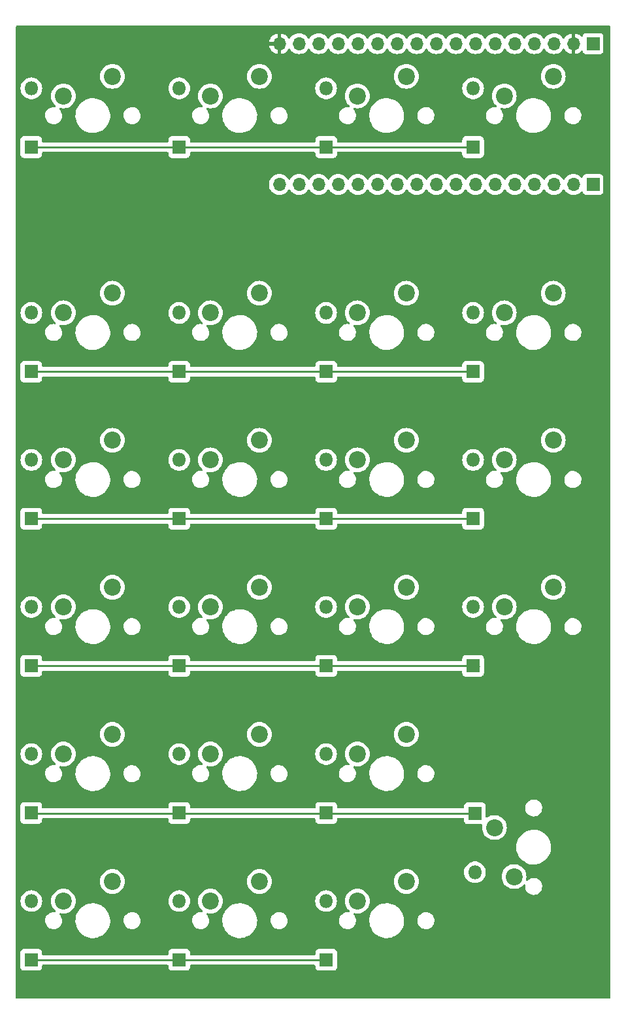
<source format=gbr>
%TF.GenerationSoftware,KiCad,Pcbnew,7.0.2*%
%TF.CreationDate,2023-09-28T02:32:06+09:00*%
%TF.ProjectId,HT-Keys-TK_PCB,48542d4b-6579-4732-9d54-4b5f5043422e,rev?*%
%TF.SameCoordinates,Original*%
%TF.FileFunction,Copper,L1,Top*%
%TF.FilePolarity,Positive*%
%FSLAX46Y46*%
G04 Gerber Fmt 4.6, Leading zero omitted, Abs format (unit mm)*
G04 Created by KiCad (PCBNEW 7.0.2) date 2023-09-28 02:32:06*
%MOMM*%
%LPD*%
G01*
G04 APERTURE LIST*
%TA.AperFunction,ComponentPad*%
%ADD10C,2.200000*%
%TD*%
%TA.AperFunction,ComponentPad*%
%ADD11R,1.800000X1.800000*%
%TD*%
%TA.AperFunction,ComponentPad*%
%ADD12O,1.800000X1.800000*%
%TD*%
%TA.AperFunction,ComponentPad*%
%ADD13R,1.700000X1.700000*%
%TD*%
%TA.AperFunction,ComponentPad*%
%ADD14O,1.700000X1.700000*%
%TD*%
%TA.AperFunction,Conductor*%
%ADD15C,0.250000*%
%TD*%
G04 APERTURE END LIST*
D10*
%TO.P,SW13,1,1*%
%TO.N,Read0*%
X82510000Y-130740000D03*
%TO.P,SW13,2,2*%
%TO.N,Net-(D13-A)*%
X76160000Y-133280000D03*
%TD*%
%TO.P,SW8,1,1*%
%TO.N,Read3*%
X139630000Y-92660000D03*
%TO.P,SW8,2,2*%
%TO.N,Net-(D8-A)*%
X133280000Y-95200000D03*
%TD*%
%TO.P,SW17,1,1*%
%TO.N,Read0*%
X82510000Y-149780000D03*
%TO.P,SW17,2,2*%
%TO.N,Net-(D17-A)*%
X76160000Y-152320000D03*
%TD*%
%TO.P,SW2,1,1*%
%TO.N,Read1*%
X101550000Y-64580000D03*
%TO.P,SW2,2,2*%
%TO.N,Net-(D2-A)*%
X95200000Y-67120000D03*
%TD*%
%TO.P,SW22,1,1*%
%TO.N,Read1*%
X101550000Y-168820000D03*
%TO.P,SW22,2,2*%
%TO.N,Net-(D22-A)*%
X95200000Y-171360000D03*
%TD*%
%TO.P,SW4,1,1*%
%TO.N,Read3*%
X139630000Y-64580000D03*
%TO.P,SW4,2,2*%
%TO.N,Net-(D4-A)*%
X133280000Y-67120000D03*
%TD*%
%TO.P,SW3,1,1*%
%TO.N,Read2*%
X120590000Y-64580000D03*
%TO.P,SW3,2,2*%
%TO.N,Net-(D3-A)*%
X114240000Y-67120000D03*
%TD*%
%TO.P,SW10,1,1*%
%TO.N,Read1*%
X101550000Y-111700000D03*
%TO.P,SW10,2,2*%
%TO.N,Net-(D10-A)*%
X95200000Y-114240000D03*
%TD*%
%TO.P,SW16,1,1*%
%TO.N,Read3*%
X139630000Y-130740000D03*
%TO.P,SW16,2,2*%
%TO.N,Net-(D16-A)*%
X133280000Y-133280000D03*
%TD*%
%TO.P,SW6,1,1*%
%TO.N,Read1*%
X101550000Y-92660000D03*
%TO.P,SW6,2,2*%
%TO.N,Net-(D6-A)*%
X95200000Y-95200000D03*
%TD*%
%TO.P,SW19,1,1*%
%TO.N,Read2*%
X120590000Y-149780000D03*
%TO.P,SW19,2,2*%
%TO.N,Net-(D19-A)*%
X114240000Y-152320000D03*
%TD*%
%TO.P,SW15,1,1*%
%TO.N,Read2*%
X120590000Y-130740000D03*
%TO.P,SW15,2,2*%
%TO.N,Net-(D15-A)*%
X114240000Y-133280000D03*
%TD*%
%TO.P,SW7,1,1*%
%TO.N,Read2*%
X120590000Y-92660000D03*
%TO.P,SW7,2,2*%
%TO.N,Net-(D7-A)*%
X114240000Y-95200000D03*
%TD*%
%TO.P,SW18,1,1*%
%TO.N,Read1*%
X101550000Y-149780000D03*
%TO.P,SW18,2,2*%
%TO.N,Net-(D18-A)*%
X95200000Y-152320000D03*
%TD*%
%TO.P,SW14,1,1*%
%TO.N,Read1*%
X101550000Y-130740000D03*
%TO.P,SW14,2,2*%
%TO.N,Net-(D14-A)*%
X95200000Y-133280000D03*
%TD*%
%TO.P,SW20,1,1*%
%TO.N,Read3*%
X132010000Y-161840000D03*
%TO.P,SW20,2,2*%
%TO.N,Net-(D20-A)*%
X134550000Y-168190000D03*
%TD*%
%TO.P,SW11,1,1*%
%TO.N,Read2*%
X120590000Y-111700000D03*
%TO.P,SW11,2,2*%
%TO.N,Net-(D11-A)*%
X114240000Y-114240000D03*
%TD*%
%TO.P,SW1,1,1*%
%TO.N,Read0*%
X82510000Y-64580000D03*
%TO.P,SW1,2,2*%
%TO.N,Net-(D1-A)*%
X76160000Y-67120000D03*
%TD*%
%TO.P,SW12,1,1*%
%TO.N,Read3*%
X139630000Y-111700000D03*
%TO.P,SW12,2,2*%
%TO.N,Net-(D12-A)*%
X133280000Y-114240000D03*
%TD*%
%TO.P,SW23,1,1*%
%TO.N,Read2*%
X120590000Y-168820000D03*
%TO.P,SW23,2,2*%
%TO.N,Net-(D23-A)*%
X114240000Y-171360000D03*
%TD*%
%TO.P,SW5,1,1*%
%TO.N,Read0*%
X82510000Y-92660000D03*
%TO.P,SW5,2,2*%
%TO.N,Net-(D5-A)*%
X76160000Y-95200000D03*
%TD*%
%TO.P,SW9,1,1*%
%TO.N,Read0*%
X82510000Y-111700000D03*
%TO.P,SW9,2,2*%
%TO.N,Net-(D9-A)*%
X76160000Y-114240000D03*
%TD*%
%TO.P,SW21,1,1*%
%TO.N,Read0*%
X82510000Y-168820000D03*
%TO.P,SW21,2,2*%
%TO.N,Net-(D21-A)*%
X76160000Y-171360000D03*
%TD*%
D11*
%TO.P,D17,1,K*%
%TO.N,Scan4*%
X72000000Y-159940000D03*
D12*
%TO.P,D17,2,A*%
%TO.N,Net-(D17-A)*%
X72000000Y-152320000D03*
%TD*%
D13*
%TO.P,J2,1,Pin_1*%
%TO.N,+3.3V*%
X144780000Y-60340000D03*
D14*
%TO.P,J2,2,Pin_2*%
%TO.N,GND*%
X142240000Y-60340000D03*
%TO.P,J2,3,Pin_3*%
%TO.N,Read3*%
X139700000Y-60340000D03*
%TO.P,J2,4,Pin_4*%
%TO.N,unconnected-(J2-Pin_4-Pad4)*%
X137160000Y-60340000D03*
%TO.P,J2,5,Pin_5*%
%TO.N,unconnected-(J2-Pin_5-Pad5)*%
X134620000Y-60340000D03*
%TO.P,J2,6,Pin_6*%
%TO.N,unconnected-(J2-Pin_6-Pad6)*%
X132080000Y-60340000D03*
%TO.P,J2,7,Pin_7*%
%TO.N,unconnected-(J2-Pin_7-Pad7)*%
X129540000Y-60340000D03*
%TO.P,J2,8,Pin_8*%
%TO.N,unconnected-(J2-Pin_8-Pad8)*%
X127000000Y-60340000D03*
%TO.P,J2,9,Pin_9*%
%TO.N,unconnected-(J2-Pin_9-Pad9)*%
X124460000Y-60340000D03*
%TO.P,J2,10,Pin_10*%
%TO.N,unconnected-(J2-Pin_10-Pad10)*%
X121920000Y-60340000D03*
%TO.P,J2,11,Pin_11*%
%TO.N,Read2*%
X119380000Y-60340000D03*
%TO.P,J2,12,Pin_12*%
%TO.N,unconnected-(J2-Pin_12-Pad12)*%
X116840000Y-60340000D03*
%TO.P,J2,13,Pin_13*%
%TO.N,unconnected-(J2-Pin_13-Pad13)*%
X114300000Y-60340000D03*
%TO.P,J2,14,Pin_14*%
%TO.N,unconnected-(J2-Pin_14-Pad14)*%
X111760000Y-60340000D03*
%TO.P,J2,15,Pin_15*%
%TO.N,Read1*%
X109220000Y-60340000D03*
%TO.P,J2,16,Pin_16*%
%TO.N,Read0*%
X106680000Y-60340000D03*
%TO.P,J2,17,Pin_17*%
%TO.N,GND*%
X104140000Y-60340000D03*
%TD*%
D11*
%TO.P,D21,1,K*%
%TO.N,Scan5*%
X72000000Y-178980000D03*
D12*
%TO.P,D21,2,A*%
%TO.N,Net-(D21-A)*%
X72000000Y-171360000D03*
%TD*%
D11*
%TO.P,D18,1,K*%
%TO.N,Scan4*%
X91160000Y-159940000D03*
D12*
%TO.P,D18,2,A*%
%TO.N,Net-(D18-A)*%
X91160000Y-152320000D03*
%TD*%
D11*
%TO.P,D1,1,K*%
%TO.N,Scan0*%
X72000000Y-73740000D03*
D12*
%TO.P,D1,2,A*%
%TO.N,Net-(D1-A)*%
X72000000Y-66120000D03*
%TD*%
D11*
%TO.P,D15,1,K*%
%TO.N,Scan3*%
X110200000Y-140900000D03*
D12*
%TO.P,D15,2,A*%
%TO.N,Net-(D15-A)*%
X110200000Y-133280000D03*
%TD*%
D11*
%TO.P,D2,1,K*%
%TO.N,Scan0*%
X91160000Y-73740000D03*
D12*
%TO.P,D2,2,A*%
%TO.N,Net-(D2-A)*%
X91160000Y-66120000D03*
%TD*%
D11*
%TO.P,D13,1,K*%
%TO.N,Scan3*%
X72000000Y-140900000D03*
D12*
%TO.P,D13,2,A*%
%TO.N,Net-(D13-A)*%
X72000000Y-133280000D03*
%TD*%
D11*
%TO.P,D8,1,K*%
%TO.N,Scan1*%
X129240000Y-102820000D03*
D12*
%TO.P,D8,2,A*%
%TO.N,Net-(D8-A)*%
X129240000Y-95200000D03*
%TD*%
D11*
%TO.P,D5,1,K*%
%TO.N,Scan1*%
X72000000Y-102820000D03*
D12*
%TO.P,D5,2,A*%
%TO.N,Net-(D5-A)*%
X72000000Y-95200000D03*
%TD*%
D11*
%TO.P,D7,1,K*%
%TO.N,Scan1*%
X110200000Y-102820000D03*
D12*
%TO.P,D7,2,A*%
%TO.N,Net-(D7-A)*%
X110200000Y-95200000D03*
%TD*%
D11*
%TO.P,D12,1,K*%
%TO.N,Scan2*%
X129240000Y-121860000D03*
D12*
%TO.P,D12,2,A*%
%TO.N,Net-(D12-A)*%
X129240000Y-114240000D03*
%TD*%
D11*
%TO.P,D11,1,K*%
%TO.N,Scan2*%
X110200000Y-121860000D03*
D12*
%TO.P,D11,2,A*%
%TO.N,Net-(D11-A)*%
X110200000Y-114240000D03*
%TD*%
D11*
%TO.P,D22,1,K*%
%TO.N,Scan5*%
X91160000Y-178980000D03*
D12*
%TO.P,D22,2,A*%
%TO.N,Net-(D22-A)*%
X91160000Y-171360000D03*
%TD*%
D11*
%TO.P,D16,1,K*%
%TO.N,Scan3*%
X129240000Y-140900000D03*
D12*
%TO.P,D16,2,A*%
%TO.N,Net-(D16-A)*%
X129240000Y-133280000D03*
%TD*%
D11*
%TO.P,D9,1,K*%
%TO.N,Scan2*%
X72000000Y-121860000D03*
D12*
%TO.P,D9,2,A*%
%TO.N,Net-(D9-A)*%
X72000000Y-114240000D03*
%TD*%
D11*
%TO.P,D6,1,K*%
%TO.N,Scan1*%
X91160000Y-102820000D03*
D12*
%TO.P,D6,2,A*%
%TO.N,Net-(D6-A)*%
X91160000Y-95200000D03*
%TD*%
D11*
%TO.P,D23,1,K*%
%TO.N,Scan5*%
X110200000Y-178980000D03*
D12*
%TO.P,D23,2,A*%
%TO.N,Net-(D23-A)*%
X110200000Y-171360000D03*
%TD*%
D13*
%TO.P,J1,1,Pin_1*%
%TO.N,unconnected-(J1-Pin_1-Pad1)*%
X144780000Y-78580000D03*
D14*
%TO.P,J1,2,Pin_2*%
%TO.N,unconnected-(J1-Pin_2-Pad2)*%
X142240000Y-78580000D03*
%TO.P,J1,3,Pin_3*%
%TO.N,unconnected-(J1-Pin_3-Pad3)*%
X139700000Y-78580000D03*
%TO.P,J1,4,Pin_4*%
%TO.N,unconnected-(J1-Pin_4-Pad4)*%
X137160000Y-78580000D03*
%TO.P,J1,5,Pin_5*%
%TO.N,unconnected-(J1-Pin_5-Pad5)*%
X134620000Y-78580000D03*
%TO.P,J1,6,Pin_6*%
%TO.N,unconnected-(J1-Pin_6-Pad6)*%
X132080000Y-78580000D03*
%TO.P,J1,7,Pin_7*%
%TO.N,Scan0*%
X129540000Y-78580000D03*
%TO.P,J1,8,Pin_8*%
%TO.N,Scan1*%
X127000000Y-78580000D03*
%TO.P,J1,9,Pin_9*%
%TO.N,Scan2*%
X124460000Y-78580000D03*
%TO.P,J1,10,Pin_10*%
%TO.N,Scan3*%
X121920000Y-78580000D03*
%TO.P,J1,11,Pin_11*%
%TO.N,unconnected-(J1-Pin_11-Pad11)*%
X119380000Y-78580000D03*
%TO.P,J1,12,Pin_12*%
%TO.N,unconnected-(J1-Pin_12-Pad12)*%
X116840000Y-78580000D03*
%TO.P,J1,13,Pin_13*%
%TO.N,unconnected-(J1-Pin_13-Pad13)*%
X114300000Y-78580000D03*
%TO.P,J1,14,Pin_14*%
%TO.N,unconnected-(J1-Pin_14-Pad14)*%
X111760000Y-78580000D03*
%TO.P,J1,15,Pin_15*%
%TO.N,Scan4*%
X109220000Y-78580000D03*
%TO.P,J1,16,Pin_16*%
%TO.N,Scan5*%
X106680000Y-78580000D03*
%TO.P,J1,17,Pin_17*%
%TO.N,unconnected-(J1-Pin_17-Pad17)*%
X104140000Y-78580000D03*
%TD*%
D11*
%TO.P,D10,1,K*%
%TO.N,Scan2*%
X91160000Y-121860000D03*
D12*
%TO.P,D10,2,A*%
%TO.N,Net-(D10-A)*%
X91160000Y-114240000D03*
%TD*%
D11*
%TO.P,D14,1,K*%
%TO.N,Scan3*%
X91160000Y-140900000D03*
D12*
%TO.P,D14,2,A*%
%TO.N,Net-(D14-A)*%
X91160000Y-133280000D03*
%TD*%
D11*
%TO.P,D19,1,K*%
%TO.N,Scan4*%
X110200000Y-159940000D03*
D12*
%TO.P,D19,2,A*%
%TO.N,Net-(D19-A)*%
X110200000Y-152320000D03*
%TD*%
D11*
%TO.P,D20,1,K*%
%TO.N,Scan4*%
X129480000Y-160000000D03*
D12*
%TO.P,D20,2,A*%
%TO.N,Net-(D20-A)*%
X129480000Y-167620000D03*
%TD*%
D11*
%TO.P,D3,1,K*%
%TO.N,Scan0*%
X110200000Y-73740000D03*
D12*
%TO.P,D3,2,A*%
%TO.N,Net-(D3-A)*%
X110200000Y-66120000D03*
%TD*%
D11*
%TO.P,D4,1,K*%
%TO.N,Scan0*%
X129240000Y-73740000D03*
D12*
%TO.P,D4,2,A*%
%TO.N,Net-(D4-A)*%
X129240000Y-66120000D03*
%TD*%
D15*
%TO.N,Scan0*%
X129240000Y-73740000D02*
X72000000Y-73740000D01*
%TO.N,Scan1*%
X72000000Y-102820000D02*
X129240000Y-102820000D01*
%TO.N,Scan2*%
X129240000Y-121860000D02*
X72000000Y-121860000D01*
%TO.N,Scan3*%
X129900000Y-140900000D02*
X130000000Y-141000000D01*
X72000000Y-140900000D02*
X129900000Y-140900000D01*
X129900000Y-140900000D02*
X129240000Y-140900000D01*
%TO.N,Scan4*%
X129480000Y-160000000D02*
X72060000Y-160000000D01*
X72060000Y-160000000D02*
X72000000Y-159940000D01*
%TO.N,Scan5*%
X72000000Y-178980000D02*
X110200000Y-178980000D01*
%TD*%
%TA.AperFunction,Conductor*%
%TO.N,GND*%
G36*
X146942539Y-58020185D02*
G01*
X146988294Y-58072989D01*
X146999500Y-58124500D01*
X146999500Y-183875500D01*
X146979815Y-183942539D01*
X146927011Y-183988294D01*
X146875500Y-183999500D01*
X70124500Y-183999500D01*
X70057461Y-183979815D01*
X70011706Y-183927011D01*
X70000500Y-183875500D01*
X70000500Y-179924578D01*
X70599500Y-179924578D01*
X70599501Y-179927872D01*
X70605909Y-179987483D01*
X70656204Y-180122331D01*
X70742454Y-180237546D01*
X70857669Y-180323796D01*
X70992517Y-180374091D01*
X71052127Y-180380500D01*
X72947872Y-180380499D01*
X73007483Y-180374091D01*
X73142331Y-180323796D01*
X73257546Y-180237546D01*
X73343796Y-180122331D01*
X73394091Y-179987483D01*
X73400500Y-179927873D01*
X73400500Y-179729500D01*
X73420185Y-179662461D01*
X73472989Y-179616706D01*
X73524500Y-179605500D01*
X89635501Y-179605500D01*
X89702540Y-179625185D01*
X89748295Y-179677989D01*
X89759501Y-179729500D01*
X89759501Y-179927872D01*
X89765909Y-179987483D01*
X89816204Y-180122331D01*
X89902454Y-180237546D01*
X90017669Y-180323796D01*
X90152517Y-180374091D01*
X90212127Y-180380500D01*
X92107872Y-180380499D01*
X92167483Y-180374091D01*
X92302331Y-180323796D01*
X92417546Y-180237546D01*
X92503796Y-180122331D01*
X92554091Y-179987483D01*
X92560500Y-179927873D01*
X92560500Y-179729499D01*
X92580185Y-179662461D01*
X92632989Y-179616706D01*
X92684500Y-179605500D01*
X108675501Y-179605500D01*
X108742540Y-179625185D01*
X108788295Y-179677989D01*
X108799501Y-179729500D01*
X108799501Y-179927872D01*
X108805909Y-179987483D01*
X108856204Y-180122331D01*
X108942454Y-180237546D01*
X109057669Y-180323796D01*
X109192517Y-180374091D01*
X109252127Y-180380500D01*
X111147872Y-180380499D01*
X111207483Y-180374091D01*
X111342331Y-180323796D01*
X111457546Y-180237546D01*
X111543796Y-180122331D01*
X111594091Y-179987483D01*
X111600500Y-179927873D01*
X111600499Y-178032128D01*
X111594091Y-177972517D01*
X111543796Y-177837669D01*
X111457546Y-177722454D01*
X111342331Y-177636204D01*
X111207483Y-177585909D01*
X111147873Y-177579500D01*
X111144550Y-177579500D01*
X109255439Y-177579500D01*
X109255420Y-177579500D01*
X109252128Y-177579501D01*
X109248848Y-177579853D01*
X109248840Y-177579854D01*
X109192515Y-177585909D01*
X109057669Y-177636204D01*
X108942454Y-177722454D01*
X108856204Y-177837668D01*
X108805910Y-177972515D01*
X108805909Y-177972517D01*
X108799500Y-178032127D01*
X108799500Y-178035449D01*
X108799500Y-178230500D01*
X108779815Y-178297539D01*
X108727011Y-178343294D01*
X108675500Y-178354500D01*
X92684499Y-178354500D01*
X92617460Y-178334815D01*
X92571705Y-178282011D01*
X92560499Y-178230500D01*
X92560499Y-178035439D01*
X92560499Y-178032128D01*
X92554091Y-177972517D01*
X92503796Y-177837669D01*
X92417546Y-177722454D01*
X92302331Y-177636204D01*
X92167483Y-177585909D01*
X92107873Y-177579500D01*
X92104550Y-177579500D01*
X90215439Y-177579500D01*
X90215420Y-177579500D01*
X90212128Y-177579501D01*
X90208848Y-177579853D01*
X90208840Y-177579854D01*
X90152515Y-177585909D01*
X90017669Y-177636204D01*
X89902454Y-177722454D01*
X89816204Y-177837668D01*
X89765910Y-177972515D01*
X89765909Y-177972517D01*
X89759500Y-178032127D01*
X89759500Y-178035449D01*
X89759500Y-178230500D01*
X89739815Y-178297539D01*
X89687011Y-178343294D01*
X89635500Y-178354500D01*
X73524499Y-178354500D01*
X73457460Y-178334815D01*
X73411705Y-178282011D01*
X73400499Y-178230500D01*
X73400499Y-178035439D01*
X73400499Y-178032128D01*
X73394091Y-177972517D01*
X73343796Y-177837669D01*
X73257546Y-177722454D01*
X73142331Y-177636204D01*
X73007483Y-177585909D01*
X72947873Y-177579500D01*
X72944550Y-177579500D01*
X71055439Y-177579500D01*
X71055420Y-177579500D01*
X71052128Y-177579501D01*
X71048848Y-177579853D01*
X71048840Y-177579854D01*
X70992515Y-177585909D01*
X70857669Y-177636204D01*
X70742454Y-177722454D01*
X70656204Y-177837668D01*
X70605910Y-177972515D01*
X70605909Y-177972517D01*
X70599500Y-178032127D01*
X70599500Y-178035448D01*
X70599500Y-178035449D01*
X70599500Y-179924560D01*
X70599500Y-179924578D01*
X70000500Y-179924578D01*
X70000500Y-173847396D01*
X73785746Y-173847396D01*
X73795746Y-174057330D01*
X73845297Y-174261580D01*
X73932602Y-174452752D01*
X74017612Y-174572130D01*
X74054514Y-174623952D01*
X74206622Y-174768986D01*
X74278964Y-174815478D01*
X74383425Y-174882612D01*
X74422580Y-174898287D01*
X74578543Y-174960725D01*
X74707233Y-174985528D01*
X74784914Y-175000500D01*
X74784915Y-175000500D01*
X74939471Y-175000500D01*
X74942425Y-175000500D01*
X74945376Y-175000218D01*
X74945380Y-175000218D01*
X75002644Y-174994749D01*
X75099218Y-174985528D01*
X75300875Y-174926316D01*
X75487682Y-174830011D01*
X75652886Y-174700092D01*
X75790519Y-174541256D01*
X75895604Y-174359244D01*
X75964344Y-174160633D01*
X75990981Y-173975369D01*
X77715723Y-173975369D01*
X77716137Y-173979490D01*
X77716138Y-173979501D01*
X77745466Y-174271034D01*
X77745467Y-174271044D01*
X77745882Y-174275162D01*
X77815731Y-174568261D01*
X77924023Y-174849434D01*
X77926007Y-174853055D01*
X77926013Y-174853067D01*
X78006809Y-175000500D01*
X78068825Y-175113665D01*
X78071281Y-175116998D01*
X78071284Y-175117003D01*
X78162722Y-175241103D01*
X78247554Y-175356238D01*
X78457020Y-175572824D01*
X78576737Y-175667363D01*
X78690230Y-175756988D01*
X78690234Y-175756990D01*
X78693485Y-175759558D01*
X78952730Y-175913109D01*
X78956534Y-175914722D01*
X78956538Y-175914724D01*
X79061578Y-175959264D01*
X79230128Y-176030736D01*
X79520729Y-176110340D01*
X79819347Y-176150500D01*
X79823488Y-176150500D01*
X80043162Y-176150500D01*
X80045244Y-176150500D01*
X80270634Y-176135412D01*
X80565903Y-176075396D01*
X80850537Y-175976560D01*
X81119459Y-175840668D01*
X81367869Y-175670144D01*
X81591333Y-175468032D01*
X81785865Y-175237939D01*
X81947993Y-174983970D01*
X82074823Y-174710658D01*
X82164093Y-174422879D01*
X82214209Y-174125770D01*
X82223516Y-173847396D01*
X83945746Y-173847396D01*
X83955746Y-174057330D01*
X84005297Y-174261580D01*
X84092602Y-174452752D01*
X84177612Y-174572130D01*
X84214514Y-174623952D01*
X84366622Y-174768986D01*
X84438964Y-174815478D01*
X84543425Y-174882612D01*
X84582580Y-174898287D01*
X84738543Y-174960725D01*
X84867233Y-174985528D01*
X84944914Y-175000500D01*
X84944915Y-175000500D01*
X85099471Y-175000500D01*
X85102425Y-175000500D01*
X85105376Y-175000218D01*
X85105380Y-175000218D01*
X85162644Y-174994749D01*
X85259218Y-174985528D01*
X85460875Y-174926316D01*
X85647682Y-174830011D01*
X85812886Y-174700092D01*
X85950519Y-174541256D01*
X86055604Y-174359244D01*
X86124344Y-174160633D01*
X86154254Y-173952602D01*
X86149243Y-173847396D01*
X92825746Y-173847396D01*
X92835746Y-174057330D01*
X92885297Y-174261580D01*
X92972602Y-174452752D01*
X93057612Y-174572130D01*
X93094514Y-174623952D01*
X93246622Y-174768986D01*
X93318964Y-174815478D01*
X93423425Y-174882612D01*
X93462580Y-174898287D01*
X93618543Y-174960725D01*
X93747233Y-174985528D01*
X93824914Y-175000500D01*
X93824915Y-175000500D01*
X93979471Y-175000500D01*
X93982425Y-175000500D01*
X93985376Y-175000218D01*
X93985380Y-175000218D01*
X94042644Y-174994749D01*
X94139218Y-174985528D01*
X94340875Y-174926316D01*
X94527682Y-174830011D01*
X94692886Y-174700092D01*
X94830519Y-174541256D01*
X94935604Y-174359244D01*
X95004344Y-174160633D01*
X95030981Y-173975369D01*
X96755723Y-173975369D01*
X96756137Y-173979490D01*
X96756138Y-173979501D01*
X96785466Y-174271034D01*
X96785467Y-174271044D01*
X96785882Y-174275162D01*
X96855731Y-174568261D01*
X96964023Y-174849434D01*
X96966007Y-174853055D01*
X96966013Y-174853067D01*
X97046809Y-175000500D01*
X97108825Y-175113665D01*
X97111281Y-175116998D01*
X97111284Y-175117003D01*
X97202722Y-175241103D01*
X97287554Y-175356238D01*
X97497020Y-175572824D01*
X97616737Y-175667363D01*
X97730230Y-175756988D01*
X97730234Y-175756990D01*
X97733485Y-175759558D01*
X97992730Y-175913109D01*
X97996534Y-175914722D01*
X97996538Y-175914724D01*
X98101578Y-175959264D01*
X98270128Y-176030736D01*
X98560729Y-176110340D01*
X98859347Y-176150500D01*
X98863488Y-176150500D01*
X99083162Y-176150500D01*
X99085244Y-176150500D01*
X99310634Y-176135412D01*
X99605903Y-176075396D01*
X99890537Y-175976560D01*
X100159459Y-175840668D01*
X100407869Y-175670144D01*
X100631333Y-175468032D01*
X100825865Y-175237939D01*
X100987993Y-174983970D01*
X101114823Y-174710658D01*
X101204093Y-174422879D01*
X101254209Y-174125770D01*
X101263516Y-173847396D01*
X102985746Y-173847396D01*
X102995746Y-174057330D01*
X103045297Y-174261580D01*
X103132602Y-174452752D01*
X103217612Y-174572130D01*
X103254514Y-174623952D01*
X103406622Y-174768986D01*
X103478964Y-174815478D01*
X103583425Y-174882612D01*
X103622580Y-174898287D01*
X103778543Y-174960725D01*
X103907233Y-174985528D01*
X103984914Y-175000500D01*
X103984915Y-175000500D01*
X104139471Y-175000500D01*
X104142425Y-175000500D01*
X104145376Y-175000218D01*
X104145380Y-175000218D01*
X104202644Y-174994749D01*
X104299218Y-174985528D01*
X104500875Y-174926316D01*
X104687682Y-174830011D01*
X104852886Y-174700092D01*
X104990519Y-174541256D01*
X105095604Y-174359244D01*
X105164344Y-174160633D01*
X105194254Y-173952602D01*
X105189243Y-173847396D01*
X111865746Y-173847396D01*
X111875746Y-174057330D01*
X111925297Y-174261580D01*
X112012602Y-174452752D01*
X112097612Y-174572130D01*
X112134514Y-174623952D01*
X112286622Y-174768986D01*
X112358964Y-174815478D01*
X112463425Y-174882612D01*
X112502580Y-174898287D01*
X112658543Y-174960725D01*
X112787233Y-174985528D01*
X112864914Y-175000500D01*
X112864915Y-175000500D01*
X113019471Y-175000500D01*
X113022425Y-175000500D01*
X113025376Y-175000218D01*
X113025380Y-175000218D01*
X113082644Y-174994749D01*
X113179218Y-174985528D01*
X113380875Y-174926316D01*
X113567682Y-174830011D01*
X113732886Y-174700092D01*
X113870519Y-174541256D01*
X113975604Y-174359244D01*
X114044344Y-174160633D01*
X114070981Y-173975369D01*
X115795723Y-173975369D01*
X115796137Y-173979490D01*
X115796138Y-173979501D01*
X115825466Y-174271034D01*
X115825467Y-174271044D01*
X115825882Y-174275162D01*
X115895731Y-174568261D01*
X116004023Y-174849434D01*
X116006007Y-174853055D01*
X116006013Y-174853067D01*
X116086809Y-175000500D01*
X116148825Y-175113665D01*
X116151281Y-175116998D01*
X116151284Y-175117003D01*
X116242722Y-175241103D01*
X116327554Y-175356238D01*
X116537020Y-175572824D01*
X116656737Y-175667363D01*
X116770230Y-175756988D01*
X116770234Y-175756990D01*
X116773485Y-175759558D01*
X117032730Y-175913109D01*
X117036534Y-175914722D01*
X117036538Y-175914724D01*
X117141578Y-175959264D01*
X117310128Y-176030736D01*
X117600729Y-176110340D01*
X117899347Y-176150500D01*
X117903488Y-176150500D01*
X118123162Y-176150500D01*
X118125244Y-176150500D01*
X118350634Y-176135412D01*
X118645903Y-176075396D01*
X118930537Y-175976560D01*
X119199459Y-175840668D01*
X119447869Y-175670144D01*
X119671333Y-175468032D01*
X119865865Y-175237939D01*
X120027993Y-174983970D01*
X120154823Y-174710658D01*
X120244093Y-174422879D01*
X120294209Y-174125770D01*
X120303516Y-173847396D01*
X122025746Y-173847396D01*
X122035746Y-174057330D01*
X122085297Y-174261580D01*
X122172602Y-174452752D01*
X122257612Y-174572130D01*
X122294514Y-174623952D01*
X122446622Y-174768986D01*
X122518964Y-174815478D01*
X122623425Y-174882612D01*
X122662580Y-174898287D01*
X122818543Y-174960725D01*
X122947233Y-174985528D01*
X123024914Y-175000500D01*
X123024915Y-175000500D01*
X123179471Y-175000500D01*
X123182425Y-175000500D01*
X123185376Y-175000218D01*
X123185380Y-175000218D01*
X123242644Y-174994749D01*
X123339218Y-174985528D01*
X123540875Y-174926316D01*
X123727682Y-174830011D01*
X123892886Y-174700092D01*
X124030519Y-174541256D01*
X124135604Y-174359244D01*
X124204344Y-174160633D01*
X124234254Y-173952602D01*
X124224254Y-173742670D01*
X124174704Y-173538424D01*
X124174702Y-173538419D01*
X124087397Y-173347247D01*
X123965487Y-173176050D01*
X123965486Y-173176048D01*
X123813378Y-173031014D01*
X123781257Y-173010371D01*
X123636574Y-172917387D01*
X123480609Y-172854949D01*
X123441457Y-172839275D01*
X123441456Y-172839274D01*
X123441454Y-172839274D01*
X123235086Y-172799500D01*
X123235085Y-172799500D01*
X123077575Y-172799500D01*
X123074645Y-172799779D01*
X123074619Y-172799781D01*
X122920784Y-172814471D01*
X122719126Y-172873683D01*
X122532315Y-172969990D01*
X122367115Y-173099906D01*
X122229479Y-173258745D01*
X122124396Y-173440754D01*
X122055655Y-173639366D01*
X122025746Y-173847396D01*
X120303516Y-173847396D01*
X120304277Y-173824631D01*
X120274118Y-173524838D01*
X120204269Y-173231739D01*
X120095977Y-172950566D01*
X120093301Y-172945683D01*
X120024307Y-172819785D01*
X119951175Y-172686335D01*
X119772446Y-172443762D01*
X119562980Y-172227176D01*
X119387828Y-172088860D01*
X119329769Y-172043011D01*
X119329762Y-172043006D01*
X119326515Y-172040442D01*
X119322954Y-172038332D01*
X119322947Y-172038328D01*
X119070831Y-171889000D01*
X119070828Y-171888998D01*
X119067270Y-171886891D01*
X119063471Y-171885280D01*
X119063461Y-171885275D01*
X118793681Y-171770879D01*
X118793678Y-171770878D01*
X118789872Y-171769264D01*
X118785885Y-171768172D01*
X118785877Y-171768169D01*
X118503278Y-171690757D01*
X118503269Y-171690755D01*
X118499271Y-171689660D01*
X118495164Y-171689107D01*
X118495156Y-171689106D01*
X118204754Y-171650051D01*
X118204746Y-171650050D01*
X118200653Y-171649500D01*
X117974756Y-171649500D01*
X117972682Y-171649638D01*
X117972677Y-171649639D01*
X117753498Y-171664311D01*
X117753492Y-171664311D01*
X117749366Y-171664588D01*
X117745309Y-171665412D01*
X117745306Y-171665413D01*
X117458165Y-171723777D01*
X117458162Y-171723777D01*
X117454097Y-171724604D01*
X117450183Y-171725963D01*
X117450176Y-171725965D01*
X117173375Y-171822081D01*
X117173367Y-171822084D01*
X117169463Y-171823440D01*
X117165771Y-171825305D01*
X117165763Y-171825309D01*
X116904242Y-171957461D01*
X116904232Y-171957466D01*
X116900541Y-171959332D01*
X116897130Y-171961672D01*
X116897124Y-171961677D01*
X116655548Y-172127509D01*
X116655534Y-172127519D01*
X116652131Y-172129856D01*
X116649066Y-172132627D01*
X116649056Y-172132636D01*
X116431741Y-172329187D01*
X116431735Y-172329192D01*
X116428667Y-172331968D01*
X116425998Y-172335123D01*
X116425991Y-172335132D01*
X116236810Y-172558896D01*
X116236804Y-172558903D01*
X116234135Y-172562061D01*
X116231912Y-172565542D01*
X116231904Y-172565554D01*
X116074233Y-172812542D01*
X116074229Y-172812549D01*
X116072007Y-172816030D01*
X116070267Y-172819779D01*
X116070264Y-172819785D01*
X115946922Y-173085580D01*
X115946918Y-173085589D01*
X115945177Y-173089342D01*
X115943951Y-173093291D01*
X115943949Y-173093299D01*
X115865174Y-173347247D01*
X115855907Y-173377121D01*
X115855218Y-173381199D01*
X115855218Y-173381204D01*
X115806479Y-173670150D01*
X115805791Y-173674230D01*
X115805653Y-173678353D01*
X115805652Y-173678365D01*
X115795861Y-173971222D01*
X115795861Y-173971231D01*
X115795723Y-173975369D01*
X114070981Y-173975369D01*
X114074254Y-173952602D01*
X114064254Y-173742670D01*
X114014704Y-173538424D01*
X114014702Y-173538419D01*
X113927397Y-173347247D01*
X113805487Y-173176049D01*
X113754215Y-173127161D01*
X113719280Y-173066651D01*
X113722605Y-172996861D01*
X113763134Y-172939947D01*
X113827999Y-172913979D01*
X113868726Y-172916843D01*
X113988852Y-172945683D01*
X114240000Y-172965449D01*
X114491148Y-172945683D01*
X114736111Y-172886873D01*
X114968859Y-172790466D01*
X115183659Y-172658836D01*
X115375224Y-172495224D01*
X115538836Y-172303659D01*
X115670466Y-172088859D01*
X115766873Y-171856111D01*
X115825683Y-171611148D01*
X115845449Y-171360000D01*
X115825683Y-171108852D01*
X115766873Y-170863889D01*
X115670466Y-170631141D01*
X115538836Y-170416341D01*
X115375224Y-170224776D01*
X115183659Y-170061164D01*
X114968859Y-169929534D01*
X114852485Y-169881330D01*
X114736110Y-169833126D01*
X114491149Y-169774317D01*
X114240000Y-169754551D01*
X113988850Y-169774317D01*
X113743889Y-169833126D01*
X113511139Y-169929535D01*
X113296342Y-170061163D01*
X113104776Y-170224776D01*
X112941163Y-170416342D01*
X112809535Y-170631139D01*
X112713126Y-170863889D01*
X112654317Y-171108850D01*
X112634551Y-171360000D01*
X112654317Y-171611149D01*
X112713126Y-171856110D01*
X112725207Y-171885275D01*
X112809534Y-172088859D01*
X112941164Y-172303659D01*
X113104776Y-172495224D01*
X113216526Y-172590668D01*
X113254719Y-172649174D01*
X113255217Y-172719042D01*
X113217864Y-172778088D01*
X113154517Y-172807566D01*
X113112527Y-172806716D01*
X113075087Y-172799500D01*
X113075085Y-172799500D01*
X112917575Y-172799500D01*
X112914645Y-172799779D01*
X112914619Y-172799781D01*
X112760784Y-172814471D01*
X112559126Y-172873683D01*
X112372315Y-172969990D01*
X112207115Y-173099906D01*
X112069479Y-173258745D01*
X111964396Y-173440754D01*
X111895655Y-173639366D01*
X111865746Y-173847396D01*
X105189243Y-173847396D01*
X105184254Y-173742670D01*
X105134704Y-173538424D01*
X105134702Y-173538419D01*
X105047397Y-173347247D01*
X104925487Y-173176050D01*
X104925486Y-173176048D01*
X104773378Y-173031014D01*
X104741257Y-173010371D01*
X104596574Y-172917387D01*
X104440609Y-172854949D01*
X104401457Y-172839275D01*
X104401456Y-172839274D01*
X104401454Y-172839274D01*
X104195086Y-172799500D01*
X104195085Y-172799500D01*
X104037575Y-172799500D01*
X104034645Y-172799779D01*
X104034619Y-172799781D01*
X103880784Y-172814471D01*
X103679126Y-172873683D01*
X103492315Y-172969990D01*
X103327115Y-173099906D01*
X103189479Y-173258745D01*
X103084396Y-173440754D01*
X103015655Y-173639366D01*
X102985746Y-173847396D01*
X101263516Y-173847396D01*
X101264277Y-173824631D01*
X101234118Y-173524838D01*
X101164269Y-173231739D01*
X101055977Y-172950566D01*
X101053301Y-172945683D01*
X100984307Y-172819785D01*
X100911175Y-172686335D01*
X100732446Y-172443762D01*
X100522980Y-172227176D01*
X100347828Y-172088860D01*
X100289769Y-172043011D01*
X100289762Y-172043006D01*
X100286515Y-172040442D01*
X100282954Y-172038332D01*
X100282947Y-172038328D01*
X100030831Y-171889000D01*
X100030828Y-171888998D01*
X100027270Y-171886891D01*
X100023471Y-171885280D01*
X100023461Y-171885275D01*
X99753681Y-171770879D01*
X99753678Y-171770878D01*
X99749872Y-171769264D01*
X99745885Y-171768172D01*
X99745877Y-171768169D01*
X99463278Y-171690757D01*
X99463269Y-171690755D01*
X99459271Y-171689660D01*
X99455164Y-171689107D01*
X99455156Y-171689106D01*
X99164754Y-171650051D01*
X99164746Y-171650050D01*
X99160653Y-171649500D01*
X98934756Y-171649500D01*
X98932682Y-171649638D01*
X98932677Y-171649639D01*
X98713498Y-171664311D01*
X98713492Y-171664311D01*
X98709366Y-171664588D01*
X98705309Y-171665412D01*
X98705306Y-171665413D01*
X98418165Y-171723777D01*
X98418162Y-171723777D01*
X98414097Y-171724604D01*
X98410183Y-171725963D01*
X98410176Y-171725965D01*
X98133375Y-171822081D01*
X98133367Y-171822084D01*
X98129463Y-171823440D01*
X98125771Y-171825305D01*
X98125763Y-171825309D01*
X97864242Y-171957461D01*
X97864232Y-171957466D01*
X97860541Y-171959332D01*
X97857130Y-171961672D01*
X97857124Y-171961677D01*
X97615548Y-172127509D01*
X97615534Y-172127519D01*
X97612131Y-172129856D01*
X97609066Y-172132627D01*
X97609056Y-172132636D01*
X97391741Y-172329187D01*
X97391735Y-172329192D01*
X97388667Y-172331968D01*
X97385998Y-172335123D01*
X97385991Y-172335132D01*
X97196810Y-172558896D01*
X97196804Y-172558903D01*
X97194135Y-172562061D01*
X97191912Y-172565542D01*
X97191904Y-172565554D01*
X97034233Y-172812542D01*
X97034229Y-172812549D01*
X97032007Y-172816030D01*
X97030267Y-172819779D01*
X97030264Y-172819785D01*
X96906922Y-173085580D01*
X96906918Y-173085589D01*
X96905177Y-173089342D01*
X96903951Y-173093291D01*
X96903949Y-173093299D01*
X96825174Y-173347247D01*
X96815907Y-173377121D01*
X96815218Y-173381199D01*
X96815218Y-173381204D01*
X96766479Y-173670150D01*
X96765791Y-173674230D01*
X96765653Y-173678353D01*
X96765652Y-173678365D01*
X96755861Y-173971222D01*
X96755861Y-173971231D01*
X96755723Y-173975369D01*
X95030981Y-173975369D01*
X95034254Y-173952602D01*
X95024254Y-173742670D01*
X94974704Y-173538424D01*
X94974702Y-173538419D01*
X94887397Y-173347247D01*
X94765487Y-173176049D01*
X94714215Y-173127161D01*
X94679280Y-173066651D01*
X94682605Y-172996861D01*
X94723134Y-172939947D01*
X94787999Y-172913979D01*
X94828726Y-172916843D01*
X94948852Y-172945683D01*
X95200000Y-172965449D01*
X95451148Y-172945683D01*
X95696111Y-172886873D01*
X95928859Y-172790466D01*
X96143659Y-172658836D01*
X96335224Y-172495224D01*
X96498836Y-172303659D01*
X96630466Y-172088859D01*
X96726873Y-171856111D01*
X96785683Y-171611148D01*
X96805449Y-171360000D01*
X96805449Y-171359999D01*
X108794699Y-171359999D01*
X108813865Y-171591299D01*
X108813865Y-171591301D01*
X108813866Y-171591305D01*
X108858932Y-171769264D01*
X108870844Y-171816303D01*
X108964076Y-172028849D01*
X109091021Y-172223153D01*
X109248216Y-172393913D01*
X109431374Y-172536470D01*
X109635497Y-172646936D01*
X109670161Y-172658836D01*
X109855015Y-172722297D01*
X109855017Y-172722297D01*
X109855019Y-172722298D01*
X110083951Y-172760500D01*
X110083952Y-172760500D01*
X110316048Y-172760500D01*
X110316049Y-172760500D01*
X110544981Y-172722298D01*
X110764503Y-172646936D01*
X110968626Y-172536470D01*
X111151784Y-172393913D01*
X111308979Y-172223153D01*
X111435924Y-172028849D01*
X111529157Y-171816300D01*
X111586134Y-171591305D01*
X111605300Y-171360000D01*
X111586134Y-171128695D01*
X111529157Y-170903700D01*
X111435924Y-170691151D01*
X111308979Y-170496847D01*
X111151784Y-170326087D01*
X110968626Y-170183530D01*
X110764503Y-170073064D01*
X110764499Y-170073062D01*
X110764498Y-170073062D01*
X110544984Y-169997702D01*
X110373282Y-169969050D01*
X110316049Y-169959500D01*
X110083951Y-169959500D01*
X110038164Y-169967140D01*
X109855015Y-169997702D01*
X109635501Y-170073062D01*
X109431372Y-170183531D01*
X109248215Y-170326087D01*
X109091020Y-170496848D01*
X108964076Y-170691150D01*
X108870844Y-170903696D01*
X108870842Y-170903700D01*
X108870843Y-170903700D01*
X108818892Y-171108850D01*
X108813865Y-171128700D01*
X108794699Y-171359999D01*
X96805449Y-171359999D01*
X96785683Y-171108852D01*
X96726873Y-170863889D01*
X96630466Y-170631141D01*
X96498836Y-170416341D01*
X96335224Y-170224776D01*
X96143659Y-170061164D01*
X95928859Y-169929534D01*
X95812484Y-169881330D01*
X95696110Y-169833126D01*
X95451149Y-169774317D01*
X95315701Y-169763657D01*
X95200000Y-169754551D01*
X95199999Y-169754551D01*
X94948850Y-169774317D01*
X94703889Y-169833126D01*
X94471139Y-169929535D01*
X94256342Y-170061163D01*
X94064776Y-170224776D01*
X93901163Y-170416342D01*
X93769535Y-170631139D01*
X93673126Y-170863889D01*
X93614317Y-171108850D01*
X93594551Y-171360000D01*
X93614317Y-171611149D01*
X93673126Y-171856110D01*
X93685207Y-171885275D01*
X93769534Y-172088859D01*
X93901164Y-172303659D01*
X94064776Y-172495224D01*
X94176526Y-172590668D01*
X94214719Y-172649174D01*
X94215217Y-172719042D01*
X94177864Y-172778088D01*
X94114517Y-172807566D01*
X94072527Y-172806716D01*
X94035087Y-172799500D01*
X94035085Y-172799500D01*
X93877575Y-172799500D01*
X93874645Y-172799779D01*
X93874619Y-172799781D01*
X93720784Y-172814471D01*
X93519126Y-172873683D01*
X93332315Y-172969990D01*
X93167115Y-173099906D01*
X93029479Y-173258745D01*
X92924396Y-173440754D01*
X92855655Y-173639366D01*
X92825746Y-173847396D01*
X86149243Y-173847396D01*
X86144254Y-173742670D01*
X86094704Y-173538424D01*
X86094702Y-173538419D01*
X86007397Y-173347247D01*
X85885487Y-173176050D01*
X85885486Y-173176048D01*
X85733378Y-173031014D01*
X85701257Y-173010371D01*
X85556574Y-172917387D01*
X85400609Y-172854949D01*
X85361457Y-172839275D01*
X85361456Y-172839274D01*
X85361454Y-172839274D01*
X85155086Y-172799500D01*
X85155085Y-172799500D01*
X84997575Y-172799500D01*
X84994645Y-172799779D01*
X84994619Y-172799781D01*
X84840784Y-172814471D01*
X84639126Y-172873683D01*
X84452315Y-172969990D01*
X84287115Y-173099906D01*
X84149479Y-173258745D01*
X84044396Y-173440754D01*
X83975655Y-173639366D01*
X83945746Y-173847396D01*
X82223516Y-173847396D01*
X82224277Y-173824631D01*
X82194118Y-173524838D01*
X82124269Y-173231739D01*
X82015977Y-172950566D01*
X82013301Y-172945683D01*
X81944307Y-172819785D01*
X81871175Y-172686335D01*
X81692446Y-172443762D01*
X81482980Y-172227176D01*
X81307828Y-172088860D01*
X81249769Y-172043011D01*
X81249762Y-172043006D01*
X81246515Y-172040442D01*
X81242954Y-172038332D01*
X81242947Y-172038328D01*
X80990831Y-171889000D01*
X80990828Y-171888998D01*
X80987270Y-171886891D01*
X80983471Y-171885280D01*
X80983461Y-171885275D01*
X80713681Y-171770879D01*
X80713678Y-171770878D01*
X80709872Y-171769264D01*
X80705885Y-171768172D01*
X80705877Y-171768169D01*
X80423278Y-171690757D01*
X80423269Y-171690755D01*
X80419271Y-171689660D01*
X80415164Y-171689107D01*
X80415156Y-171689106D01*
X80124754Y-171650051D01*
X80124746Y-171650050D01*
X80120653Y-171649500D01*
X79894756Y-171649500D01*
X79892682Y-171649638D01*
X79892677Y-171649639D01*
X79673498Y-171664311D01*
X79673492Y-171664311D01*
X79669366Y-171664588D01*
X79665309Y-171665412D01*
X79665306Y-171665413D01*
X79378165Y-171723777D01*
X79378162Y-171723777D01*
X79374097Y-171724604D01*
X79370183Y-171725963D01*
X79370176Y-171725965D01*
X79093375Y-171822081D01*
X79093367Y-171822084D01*
X79089463Y-171823440D01*
X79085771Y-171825305D01*
X79085763Y-171825309D01*
X78824242Y-171957461D01*
X78824232Y-171957466D01*
X78820541Y-171959332D01*
X78817130Y-171961672D01*
X78817124Y-171961677D01*
X78575548Y-172127509D01*
X78575534Y-172127519D01*
X78572131Y-172129856D01*
X78569066Y-172132627D01*
X78569056Y-172132636D01*
X78351741Y-172329187D01*
X78351735Y-172329192D01*
X78348667Y-172331968D01*
X78345998Y-172335123D01*
X78345991Y-172335132D01*
X78156810Y-172558896D01*
X78156804Y-172558903D01*
X78154135Y-172562061D01*
X78151912Y-172565542D01*
X78151904Y-172565554D01*
X77994233Y-172812542D01*
X77994229Y-172812549D01*
X77992007Y-172816030D01*
X77990267Y-172819779D01*
X77990264Y-172819785D01*
X77866922Y-173085580D01*
X77866918Y-173085589D01*
X77865177Y-173089342D01*
X77863951Y-173093291D01*
X77863949Y-173093299D01*
X77785174Y-173347247D01*
X77775907Y-173377121D01*
X77775218Y-173381199D01*
X77775218Y-173381204D01*
X77726479Y-173670150D01*
X77725791Y-173674230D01*
X77725653Y-173678353D01*
X77725652Y-173678365D01*
X77715861Y-173971222D01*
X77715861Y-173971231D01*
X77715723Y-173975369D01*
X75990981Y-173975369D01*
X75994254Y-173952602D01*
X75984254Y-173742670D01*
X75934704Y-173538424D01*
X75934702Y-173538419D01*
X75847397Y-173347247D01*
X75725487Y-173176049D01*
X75674215Y-173127161D01*
X75639280Y-173066651D01*
X75642605Y-172996861D01*
X75683134Y-172939947D01*
X75747999Y-172913979D01*
X75788726Y-172916843D01*
X75908852Y-172945683D01*
X76160000Y-172965449D01*
X76411148Y-172945683D01*
X76656111Y-172886873D01*
X76888859Y-172790466D01*
X77103659Y-172658836D01*
X77295224Y-172495224D01*
X77458836Y-172303659D01*
X77590466Y-172088859D01*
X77686873Y-171856111D01*
X77745683Y-171611148D01*
X77765449Y-171360000D01*
X77765449Y-171359999D01*
X89754699Y-171359999D01*
X89773865Y-171591299D01*
X89773865Y-171591301D01*
X89773866Y-171591305D01*
X89818932Y-171769264D01*
X89830844Y-171816303D01*
X89924075Y-172028848D01*
X89924076Y-172028849D01*
X90051021Y-172223153D01*
X90208216Y-172393913D01*
X90391374Y-172536470D01*
X90595497Y-172646936D01*
X90630161Y-172658836D01*
X90815015Y-172722297D01*
X90815017Y-172722297D01*
X90815019Y-172722298D01*
X91043951Y-172760500D01*
X91043952Y-172760500D01*
X91276048Y-172760500D01*
X91276049Y-172760500D01*
X91504981Y-172722298D01*
X91724503Y-172646936D01*
X91928626Y-172536470D01*
X92111784Y-172393913D01*
X92268979Y-172223153D01*
X92395924Y-172028849D01*
X92489157Y-171816300D01*
X92546134Y-171591305D01*
X92565300Y-171360000D01*
X92546134Y-171128695D01*
X92489157Y-170903700D01*
X92395924Y-170691151D01*
X92268979Y-170496847D01*
X92111784Y-170326087D01*
X91928626Y-170183530D01*
X91724503Y-170073064D01*
X91724499Y-170073062D01*
X91724498Y-170073062D01*
X91504984Y-169997702D01*
X91333282Y-169969050D01*
X91276049Y-169959500D01*
X91043951Y-169959500D01*
X90998164Y-169967140D01*
X90815015Y-169997702D01*
X90595501Y-170073062D01*
X90391372Y-170183531D01*
X90208215Y-170326087D01*
X90051020Y-170496848D01*
X89924076Y-170691150D01*
X89830844Y-170903696D01*
X89830842Y-170903700D01*
X89830843Y-170903700D01*
X89778892Y-171108850D01*
X89773865Y-171128700D01*
X89754699Y-171359999D01*
X77765449Y-171359999D01*
X77745683Y-171108852D01*
X77686873Y-170863889D01*
X77590466Y-170631141D01*
X77458836Y-170416341D01*
X77295224Y-170224776D01*
X77103659Y-170061164D01*
X76888859Y-169929534D01*
X76772485Y-169881330D01*
X76656110Y-169833126D01*
X76411149Y-169774317D01*
X76160000Y-169754551D01*
X75908850Y-169774317D01*
X75663889Y-169833126D01*
X75431139Y-169929535D01*
X75216342Y-170061163D01*
X75024776Y-170224776D01*
X74861163Y-170416342D01*
X74729535Y-170631139D01*
X74633126Y-170863889D01*
X74574317Y-171108850D01*
X74554551Y-171360000D01*
X74574317Y-171611149D01*
X74633126Y-171856110D01*
X74645207Y-171885275D01*
X74729534Y-172088859D01*
X74861164Y-172303659D01*
X75024776Y-172495224D01*
X75136526Y-172590668D01*
X75174719Y-172649174D01*
X75175217Y-172719042D01*
X75137864Y-172778088D01*
X75074517Y-172807566D01*
X75032527Y-172806716D01*
X74995087Y-172799500D01*
X74995085Y-172799500D01*
X74837575Y-172799500D01*
X74834645Y-172799779D01*
X74834619Y-172799781D01*
X74680784Y-172814471D01*
X74479126Y-172873683D01*
X74292315Y-172969990D01*
X74127115Y-173099906D01*
X73989479Y-173258745D01*
X73884396Y-173440754D01*
X73815655Y-173639366D01*
X73785746Y-173847396D01*
X70000500Y-173847396D01*
X70000500Y-171359999D01*
X70594699Y-171359999D01*
X70613865Y-171591299D01*
X70613865Y-171591301D01*
X70613866Y-171591305D01*
X70658932Y-171769264D01*
X70670844Y-171816303D01*
X70764076Y-172028849D01*
X70891021Y-172223153D01*
X71048216Y-172393913D01*
X71231374Y-172536470D01*
X71435497Y-172646936D01*
X71470161Y-172658836D01*
X71655015Y-172722297D01*
X71655017Y-172722297D01*
X71655019Y-172722298D01*
X71883951Y-172760500D01*
X71883952Y-172760500D01*
X72116048Y-172760500D01*
X72116049Y-172760500D01*
X72344981Y-172722298D01*
X72564503Y-172646936D01*
X72768626Y-172536470D01*
X72951784Y-172393913D01*
X73108979Y-172223153D01*
X73235924Y-172028849D01*
X73329157Y-171816300D01*
X73386134Y-171591305D01*
X73405300Y-171360000D01*
X73386134Y-171128695D01*
X73329157Y-170903700D01*
X73235924Y-170691151D01*
X73108979Y-170496847D01*
X72951784Y-170326087D01*
X72768626Y-170183530D01*
X72564503Y-170073064D01*
X72564499Y-170073062D01*
X72564498Y-170073062D01*
X72344984Y-169997702D01*
X72173281Y-169969050D01*
X72116049Y-169959500D01*
X71883951Y-169959500D01*
X71838164Y-169967140D01*
X71655015Y-169997702D01*
X71435501Y-170073062D01*
X71231372Y-170183531D01*
X71048215Y-170326087D01*
X70891020Y-170496848D01*
X70764076Y-170691150D01*
X70670844Y-170903696D01*
X70670842Y-170903700D01*
X70670843Y-170903700D01*
X70618892Y-171108850D01*
X70613865Y-171128700D01*
X70594699Y-171359999D01*
X70000500Y-171359999D01*
X70000500Y-168820000D01*
X80904551Y-168820000D01*
X80924317Y-169071149D01*
X80983126Y-169316110D01*
X81020938Y-169407395D01*
X81079534Y-169548859D01*
X81211164Y-169763659D01*
X81374776Y-169955224D01*
X81566341Y-170118836D01*
X81781141Y-170250466D01*
X82013889Y-170346873D01*
X82258852Y-170405683D01*
X82510000Y-170425449D01*
X82761148Y-170405683D01*
X83006111Y-170346873D01*
X83238859Y-170250466D01*
X83453659Y-170118836D01*
X83645224Y-169955224D01*
X83808836Y-169763659D01*
X83940466Y-169548859D01*
X84036873Y-169316111D01*
X84095683Y-169071148D01*
X84115449Y-168820000D01*
X99944551Y-168820000D01*
X99964317Y-169071149D01*
X100023126Y-169316110D01*
X100060938Y-169407395D01*
X100119534Y-169548859D01*
X100251164Y-169763659D01*
X100414776Y-169955224D01*
X100606341Y-170118836D01*
X100821141Y-170250466D01*
X101053889Y-170346873D01*
X101298852Y-170405683D01*
X101550000Y-170425449D01*
X101801148Y-170405683D01*
X102046111Y-170346873D01*
X102278859Y-170250466D01*
X102493659Y-170118836D01*
X102685224Y-169955224D01*
X102848836Y-169763659D01*
X102980466Y-169548859D01*
X103076873Y-169316111D01*
X103135683Y-169071148D01*
X103155449Y-168820000D01*
X118984551Y-168820000D01*
X119004317Y-169071149D01*
X119063126Y-169316110D01*
X119100938Y-169407395D01*
X119159534Y-169548859D01*
X119291164Y-169763659D01*
X119454776Y-169955224D01*
X119646341Y-170118836D01*
X119861141Y-170250466D01*
X120093889Y-170346873D01*
X120338852Y-170405683D01*
X120590000Y-170425449D01*
X120841148Y-170405683D01*
X121086111Y-170346873D01*
X121318859Y-170250466D01*
X121533659Y-170118836D01*
X121725224Y-169955224D01*
X121888836Y-169763659D01*
X122020466Y-169548859D01*
X122116873Y-169316111D01*
X122175683Y-169071148D01*
X122195449Y-168820000D01*
X122175683Y-168568852D01*
X122116873Y-168323889D01*
X122020466Y-168091141D01*
X121888836Y-167876341D01*
X121725224Y-167684776D01*
X121649380Y-167619999D01*
X128074699Y-167619999D01*
X128093865Y-167851299D01*
X128093865Y-167851301D01*
X128093866Y-167851305D01*
X128150843Y-168076300D01*
X128150844Y-168076303D01*
X128244076Y-168288848D01*
X128244076Y-168288849D01*
X128371021Y-168483153D01*
X128528216Y-168653913D01*
X128711374Y-168796470D01*
X128915497Y-168906936D01*
X129025258Y-168944617D01*
X129135015Y-168982297D01*
X129135017Y-168982297D01*
X129135019Y-168982298D01*
X129363951Y-169020500D01*
X129363952Y-169020500D01*
X129596048Y-169020500D01*
X129596049Y-169020500D01*
X129824981Y-168982298D01*
X130044503Y-168906936D01*
X130248626Y-168796470D01*
X130431784Y-168653913D01*
X130588979Y-168483153D01*
X130715924Y-168288849D01*
X130759284Y-168189999D01*
X132944551Y-168189999D01*
X132964317Y-168441149D01*
X133023126Y-168686110D01*
X133043812Y-168736050D01*
X133119534Y-168918859D01*
X133251164Y-169133659D01*
X133414776Y-169325224D01*
X133606341Y-169488836D01*
X133821141Y-169620466D01*
X134053889Y-169716873D01*
X134298852Y-169775683D01*
X134550000Y-169795449D01*
X134801148Y-169775683D01*
X135046111Y-169716873D01*
X135278859Y-169620466D01*
X135493659Y-169488836D01*
X135685224Y-169325224D01*
X135782853Y-169210914D01*
X135841357Y-169172723D01*
X135911225Y-169172224D01*
X135970272Y-169209578D01*
X135999750Y-169272925D01*
X135999879Y-169309094D01*
X135985746Y-169407395D01*
X135985746Y-169407398D01*
X135995746Y-169617330D01*
X136045297Y-169821580D01*
X136132602Y-170012752D01*
X136208145Y-170118836D01*
X136254514Y-170183952D01*
X136406622Y-170328986D01*
X136434455Y-170346873D01*
X136583425Y-170442612D01*
X136622580Y-170458287D01*
X136778543Y-170520725D01*
X136907233Y-170545528D01*
X136984914Y-170560500D01*
X136984915Y-170560500D01*
X137139471Y-170560500D01*
X137142425Y-170560500D01*
X137145376Y-170560218D01*
X137145380Y-170560218D01*
X137202644Y-170554749D01*
X137299218Y-170545528D01*
X137500875Y-170486316D01*
X137687682Y-170390011D01*
X137852886Y-170260092D01*
X137990519Y-170101256D01*
X138095604Y-169919244D01*
X138164344Y-169720633D01*
X138194254Y-169512602D01*
X138184254Y-169302670D01*
X138134704Y-169098424D01*
X138122248Y-169071149D01*
X138047397Y-168907247D01*
X137925487Y-168736050D01*
X137925486Y-168736048D01*
X137773378Y-168591014D01*
X137717176Y-168554895D01*
X137596574Y-168477387D01*
X137440609Y-168414949D01*
X137401457Y-168399275D01*
X137401456Y-168399274D01*
X137401454Y-168399274D01*
X137195086Y-168359500D01*
X137195085Y-168359500D01*
X137037575Y-168359500D01*
X137034645Y-168359779D01*
X137034619Y-168359781D01*
X136880784Y-168374471D01*
X136679126Y-168433683D01*
X136492315Y-168529990D01*
X136327111Y-168659910D01*
X136322656Y-168665051D01*
X136263876Y-168702822D01*
X136194006Y-168702818D01*
X136135230Y-168665040D01*
X136106209Y-168601483D01*
X136108373Y-168554899D01*
X136135683Y-168441148D01*
X136155449Y-168190000D01*
X136135683Y-167938852D01*
X136076873Y-167693889D01*
X135980466Y-167461141D01*
X135848836Y-167246341D01*
X135685224Y-167054776D01*
X135493659Y-166891164D01*
X135278859Y-166759534D01*
X135162484Y-166711330D01*
X135046110Y-166663126D01*
X134801149Y-166604317D01*
X134675573Y-166594434D01*
X134550000Y-166584551D01*
X134549999Y-166584551D01*
X134298850Y-166604317D01*
X134053889Y-166663126D01*
X133821139Y-166759535D01*
X133606342Y-166891163D01*
X133414776Y-167054776D01*
X133251163Y-167246342D01*
X133119535Y-167461139D01*
X133023126Y-167693889D01*
X132964317Y-167938850D01*
X132944551Y-168189999D01*
X130759284Y-168189999D01*
X130809157Y-168076300D01*
X130866134Y-167851305D01*
X130885300Y-167620000D01*
X130866134Y-167388695D01*
X130809157Y-167163700D01*
X130715924Y-166951151D01*
X130588979Y-166756847D01*
X130431784Y-166586087D01*
X130248626Y-166443530D01*
X130044503Y-166333064D01*
X130044499Y-166333062D01*
X130044498Y-166333062D01*
X129824984Y-166257702D01*
X129653282Y-166229050D01*
X129596049Y-166219500D01*
X129363951Y-166219500D01*
X129318164Y-166227140D01*
X129135015Y-166257702D01*
X128915501Y-166333062D01*
X128915497Y-166333063D01*
X128915497Y-166333064D01*
X128779414Y-166406708D01*
X128711372Y-166443531D01*
X128528215Y-166586087D01*
X128371020Y-166756848D01*
X128244076Y-166951150D01*
X128150844Y-167163696D01*
X128093865Y-167388700D01*
X128074699Y-167619999D01*
X121649380Y-167619999D01*
X121533659Y-167521164D01*
X121318859Y-167389534D01*
X121202485Y-167341330D01*
X121086110Y-167293126D01*
X120841149Y-167234317D01*
X120590000Y-167214551D01*
X120338850Y-167234317D01*
X120093889Y-167293126D01*
X119895225Y-167375415D01*
X119863155Y-167388700D01*
X119861139Y-167389535D01*
X119646342Y-167521163D01*
X119454776Y-167684776D01*
X119291163Y-167876342D01*
X119159535Y-168091139D01*
X119063126Y-168323889D01*
X119004317Y-168568850D01*
X118984551Y-168820000D01*
X103155449Y-168820000D01*
X103135683Y-168568852D01*
X103076873Y-168323889D01*
X102980466Y-168091141D01*
X102848836Y-167876341D01*
X102685224Y-167684776D01*
X102493659Y-167521164D01*
X102278859Y-167389534D01*
X102162485Y-167341330D01*
X102046110Y-167293126D01*
X101801149Y-167234317D01*
X101675573Y-167224433D01*
X101550000Y-167214551D01*
X101549999Y-167214551D01*
X101298850Y-167234317D01*
X101053889Y-167293126D01*
X100855224Y-167375415D01*
X100823155Y-167388700D01*
X100821139Y-167389535D01*
X100606342Y-167521163D01*
X100414776Y-167684776D01*
X100251163Y-167876342D01*
X100119535Y-168091139D01*
X100023126Y-168323889D01*
X99964317Y-168568850D01*
X99944551Y-168820000D01*
X84115449Y-168820000D01*
X84095683Y-168568852D01*
X84036873Y-168323889D01*
X83940466Y-168091141D01*
X83808836Y-167876341D01*
X83645224Y-167684776D01*
X83453659Y-167521164D01*
X83238859Y-167389534D01*
X83122485Y-167341330D01*
X83006110Y-167293126D01*
X82761149Y-167234317D01*
X82510000Y-167214551D01*
X82258850Y-167234317D01*
X82013889Y-167293126D01*
X81815224Y-167375416D01*
X81783155Y-167388700D01*
X81781139Y-167389535D01*
X81566342Y-167521163D01*
X81374776Y-167684776D01*
X81211163Y-167876342D01*
X81079535Y-168091139D01*
X80983126Y-168323889D01*
X80924317Y-168568850D01*
X80904551Y-168820000D01*
X70000500Y-168820000D01*
X70000500Y-164455369D01*
X134835723Y-164455369D01*
X134836137Y-164459490D01*
X134836138Y-164459501D01*
X134865466Y-164751034D01*
X134865467Y-164751044D01*
X134865882Y-164755162D01*
X134935731Y-165048261D01*
X135044023Y-165329434D01*
X135046007Y-165333055D01*
X135046013Y-165333067D01*
X135115692Y-165460214D01*
X135188825Y-165593665D01*
X135191281Y-165596998D01*
X135191284Y-165597003D01*
X135282722Y-165721103D01*
X135367554Y-165836238D01*
X135577020Y-166052824D01*
X135696737Y-166147363D01*
X135810230Y-166236988D01*
X135810234Y-166236990D01*
X135813485Y-166239558D01*
X136072730Y-166393109D01*
X136076534Y-166394722D01*
X136076538Y-166394724D01*
X136181578Y-166439264D01*
X136350128Y-166510736D01*
X136640729Y-166590340D01*
X136939347Y-166630500D01*
X136943488Y-166630500D01*
X137163162Y-166630500D01*
X137165244Y-166630500D01*
X137390634Y-166615412D01*
X137685903Y-166555396D01*
X137970537Y-166456560D01*
X138239459Y-166320668D01*
X138487869Y-166150144D01*
X138711333Y-165948032D01*
X138905865Y-165717939D01*
X139067993Y-165463970D01*
X139194823Y-165190658D01*
X139284093Y-164902879D01*
X139334209Y-164605770D01*
X139344277Y-164304631D01*
X139314118Y-164004838D01*
X139244269Y-163711739D01*
X139135977Y-163430566D01*
X139133301Y-163425683D01*
X139064307Y-163299785D01*
X138991175Y-163166335D01*
X138812446Y-162923762D01*
X138602980Y-162707176D01*
X138427828Y-162568860D01*
X138369769Y-162523011D01*
X138369762Y-162523006D01*
X138366515Y-162520442D01*
X138362954Y-162518332D01*
X138362947Y-162518328D01*
X138110831Y-162369000D01*
X138110828Y-162368998D01*
X138107270Y-162366891D01*
X138103471Y-162365280D01*
X138103461Y-162365275D01*
X137833681Y-162250879D01*
X137833678Y-162250878D01*
X137829872Y-162249264D01*
X137825885Y-162248172D01*
X137825877Y-162248169D01*
X137543278Y-162170757D01*
X137543269Y-162170755D01*
X137539271Y-162169660D01*
X137535164Y-162169107D01*
X137535156Y-162169106D01*
X137244754Y-162130051D01*
X137244746Y-162130050D01*
X137240653Y-162129500D01*
X137014756Y-162129500D01*
X137012682Y-162129638D01*
X137012677Y-162129639D01*
X136793498Y-162144311D01*
X136793492Y-162144311D01*
X136789366Y-162144588D01*
X136785309Y-162145412D01*
X136785306Y-162145413D01*
X136498165Y-162203777D01*
X136498162Y-162203777D01*
X136494097Y-162204604D01*
X136490183Y-162205963D01*
X136490176Y-162205965D01*
X136213375Y-162302081D01*
X136213367Y-162302084D01*
X136209463Y-162303440D01*
X136205771Y-162305305D01*
X136205763Y-162305309D01*
X135944242Y-162437461D01*
X135944232Y-162437466D01*
X135940541Y-162439332D01*
X135937130Y-162441672D01*
X135937124Y-162441677D01*
X135695548Y-162607509D01*
X135695534Y-162607519D01*
X135692131Y-162609856D01*
X135689066Y-162612627D01*
X135689056Y-162612636D01*
X135471741Y-162809187D01*
X135471735Y-162809192D01*
X135468667Y-162811968D01*
X135465998Y-162815123D01*
X135465991Y-162815132D01*
X135276810Y-163038896D01*
X135276804Y-163038903D01*
X135274135Y-163042061D01*
X135271912Y-163045542D01*
X135271904Y-163045554D01*
X135114233Y-163292542D01*
X135114229Y-163292549D01*
X135112007Y-163296030D01*
X135110267Y-163299779D01*
X135110264Y-163299785D01*
X134986922Y-163565580D01*
X134986918Y-163565589D01*
X134985177Y-163569342D01*
X134983951Y-163573291D01*
X134983949Y-163573299D01*
X134897134Y-163853165D01*
X134895907Y-163857121D01*
X134895218Y-163861199D01*
X134895218Y-163861204D01*
X134870990Y-164004838D01*
X134845791Y-164154230D01*
X134845653Y-164158353D01*
X134845652Y-164158365D01*
X134835861Y-164451222D01*
X134835861Y-164451231D01*
X134835723Y-164455369D01*
X70000500Y-164455369D01*
X70000500Y-160884578D01*
X70599500Y-160884578D01*
X70599501Y-160887872D01*
X70599853Y-160891152D01*
X70599854Y-160891159D01*
X70605909Y-160947484D01*
X70628288Y-161007484D01*
X70656204Y-161082331D01*
X70742454Y-161197546D01*
X70857669Y-161283796D01*
X70992517Y-161334091D01*
X71052127Y-161340500D01*
X72947872Y-161340499D01*
X73007483Y-161334091D01*
X73142331Y-161283796D01*
X73257546Y-161197546D01*
X73343796Y-161082331D01*
X73394091Y-160947483D01*
X73400500Y-160887873D01*
X73400500Y-160749500D01*
X73420185Y-160682461D01*
X73472989Y-160636706D01*
X73524500Y-160625500D01*
X89635501Y-160625500D01*
X89702540Y-160645185D01*
X89748295Y-160697989D01*
X89759501Y-160749500D01*
X89759501Y-160887872D01*
X89759853Y-160891152D01*
X89759854Y-160891159D01*
X89765909Y-160947484D01*
X89788288Y-161007484D01*
X89816204Y-161082331D01*
X89902454Y-161197546D01*
X90017669Y-161283796D01*
X90152517Y-161334091D01*
X90212127Y-161340500D01*
X92107872Y-161340499D01*
X92167483Y-161334091D01*
X92302331Y-161283796D01*
X92417546Y-161197546D01*
X92503796Y-161082331D01*
X92554091Y-160947483D01*
X92560500Y-160887873D01*
X92560500Y-160749499D01*
X92580185Y-160682461D01*
X92632989Y-160636706D01*
X92684500Y-160625500D01*
X108675501Y-160625500D01*
X108742540Y-160645185D01*
X108788295Y-160697989D01*
X108799501Y-160749500D01*
X108799501Y-160887872D01*
X108799853Y-160891152D01*
X108799854Y-160891159D01*
X108805909Y-160947484D01*
X108828288Y-161007484D01*
X108856204Y-161082331D01*
X108942454Y-161197546D01*
X109057669Y-161283796D01*
X109192517Y-161334091D01*
X109252127Y-161340500D01*
X111147872Y-161340499D01*
X111207483Y-161334091D01*
X111342331Y-161283796D01*
X111457546Y-161197546D01*
X111543796Y-161082331D01*
X111594091Y-160947483D01*
X111600500Y-160887873D01*
X111600500Y-160749500D01*
X111620185Y-160682461D01*
X111672989Y-160636706D01*
X111724500Y-160625500D01*
X127955501Y-160625500D01*
X128022540Y-160645185D01*
X128068295Y-160697989D01*
X128079501Y-160749500D01*
X128079501Y-160947872D01*
X128085909Y-161007483D01*
X128136204Y-161142331D01*
X128222454Y-161257546D01*
X128337669Y-161343796D01*
X128472517Y-161394091D01*
X128532127Y-161400500D01*
X130312243Y-161400499D01*
X130379282Y-161420184D01*
X130425037Y-161472987D01*
X130434981Y-161542146D01*
X130432817Y-161553445D01*
X130424317Y-161588849D01*
X130404551Y-161840000D01*
X130424317Y-162091149D01*
X130483126Y-162336110D01*
X130495207Y-162365275D01*
X130579534Y-162568859D01*
X130711164Y-162783659D01*
X130874776Y-162975224D01*
X131066341Y-163138836D01*
X131281141Y-163270466D01*
X131513889Y-163366873D01*
X131758852Y-163425683D01*
X132010000Y-163445449D01*
X132261148Y-163425683D01*
X132506111Y-163366873D01*
X132738859Y-163270466D01*
X132953659Y-163138836D01*
X133145224Y-162975224D01*
X133308836Y-162783659D01*
X133440466Y-162568859D01*
X133536873Y-162336111D01*
X133595683Y-162091148D01*
X133615449Y-161840000D01*
X133595683Y-161588852D01*
X133536873Y-161343889D01*
X133440466Y-161111141D01*
X133308836Y-160896341D01*
X133145224Y-160704776D01*
X132953659Y-160541164D01*
X132738859Y-160409534D01*
X132621023Y-160360725D01*
X132506110Y-160313126D01*
X132261149Y-160254317D01*
X132010000Y-160234551D01*
X131758850Y-160254317D01*
X131513889Y-160313126D01*
X131281139Y-160409535D01*
X131069289Y-160539357D01*
X131001843Y-160557602D01*
X130935241Y-160536486D01*
X130890627Y-160482714D01*
X130880499Y-160433630D01*
X130880499Y-159247398D01*
X135985746Y-159247398D01*
X135989087Y-159317539D01*
X135995746Y-159457330D01*
X136045297Y-159661580D01*
X136132602Y-159852752D01*
X136242846Y-160007566D01*
X136254514Y-160023952D01*
X136406622Y-160168986D01*
X136478964Y-160215478D01*
X136583425Y-160282612D01*
X136622580Y-160298287D01*
X136778543Y-160360725D01*
X136907233Y-160385528D01*
X136984914Y-160400500D01*
X136984915Y-160400500D01*
X137139471Y-160400500D01*
X137142425Y-160400500D01*
X137145376Y-160400218D01*
X137145380Y-160400218D01*
X137202644Y-160394749D01*
X137299218Y-160385528D01*
X137500875Y-160326316D01*
X137687682Y-160230011D01*
X137852886Y-160100092D01*
X137990519Y-159941256D01*
X138095604Y-159759244D01*
X138164344Y-159560633D01*
X138194254Y-159352602D01*
X138184254Y-159142670D01*
X138134704Y-158938424D01*
X138134702Y-158938419D01*
X138047397Y-158747247D01*
X137925487Y-158576050D01*
X137925486Y-158576048D01*
X137773378Y-158431014D01*
X137741257Y-158410371D01*
X137596574Y-158317387D01*
X137440609Y-158254949D01*
X137401457Y-158239275D01*
X137401456Y-158239274D01*
X137401454Y-158239274D01*
X137195086Y-158199500D01*
X137195085Y-158199500D01*
X137037575Y-158199500D01*
X137034645Y-158199779D01*
X137034619Y-158199781D01*
X136880784Y-158214471D01*
X136679126Y-158273683D01*
X136492315Y-158369990D01*
X136327115Y-158499906D01*
X136189479Y-158658745D01*
X136084396Y-158840754D01*
X136015655Y-159039366D01*
X136000803Y-159142670D01*
X135985746Y-159247398D01*
X130880499Y-159247398D01*
X130880499Y-159055439D01*
X130880499Y-159052128D01*
X130874091Y-158992517D01*
X130823796Y-158857669D01*
X130737546Y-158742454D01*
X130622331Y-158656204D01*
X130487483Y-158605909D01*
X130427873Y-158599500D01*
X130424550Y-158599500D01*
X128535439Y-158599500D01*
X128535420Y-158599500D01*
X128532128Y-158599501D01*
X128528848Y-158599853D01*
X128528840Y-158599854D01*
X128472515Y-158605909D01*
X128337669Y-158656204D01*
X128222454Y-158742454D01*
X128136204Y-158857668D01*
X128085910Y-158992515D01*
X128085909Y-158992517D01*
X128079500Y-159052127D01*
X128079500Y-159055449D01*
X128079500Y-159250500D01*
X128059815Y-159317539D01*
X128007011Y-159363294D01*
X127955500Y-159374500D01*
X111724499Y-159374500D01*
X111657460Y-159354815D01*
X111611705Y-159302011D01*
X111600499Y-159250500D01*
X111600499Y-158995439D01*
X111600499Y-158992128D01*
X111594091Y-158932517D01*
X111543796Y-158797669D01*
X111457546Y-158682454D01*
X111342331Y-158596204D01*
X111207483Y-158545909D01*
X111147873Y-158539500D01*
X111144550Y-158539500D01*
X109255439Y-158539500D01*
X109255420Y-158539500D01*
X109252128Y-158539501D01*
X109248848Y-158539853D01*
X109248840Y-158539854D01*
X109192515Y-158545909D01*
X109057669Y-158596204D01*
X108942454Y-158682454D01*
X108856204Y-158797668D01*
X108805910Y-158932515D01*
X108805909Y-158932517D01*
X108799500Y-158992127D01*
X108799500Y-158995449D01*
X108799500Y-159250500D01*
X108779815Y-159317539D01*
X108727011Y-159363294D01*
X108675500Y-159374500D01*
X92684499Y-159374500D01*
X92617460Y-159354815D01*
X92571705Y-159302011D01*
X92560499Y-159250500D01*
X92560499Y-158995439D01*
X92560499Y-158992128D01*
X92554091Y-158932517D01*
X92503796Y-158797669D01*
X92417546Y-158682454D01*
X92302331Y-158596204D01*
X92167483Y-158545909D01*
X92107873Y-158539500D01*
X92104550Y-158539500D01*
X90215439Y-158539500D01*
X90215420Y-158539500D01*
X90212128Y-158539501D01*
X90208848Y-158539853D01*
X90208840Y-158539854D01*
X90152515Y-158545909D01*
X90017669Y-158596204D01*
X89902454Y-158682454D01*
X89816204Y-158797668D01*
X89765910Y-158932515D01*
X89765909Y-158932517D01*
X89759500Y-158992127D01*
X89759500Y-158995449D01*
X89759500Y-159250500D01*
X89739815Y-159317539D01*
X89687011Y-159363294D01*
X89635500Y-159374500D01*
X73524499Y-159374500D01*
X73457460Y-159354815D01*
X73411705Y-159302011D01*
X73400499Y-159250500D01*
X73400499Y-158995439D01*
X73400499Y-158992128D01*
X73394091Y-158932517D01*
X73343796Y-158797669D01*
X73257546Y-158682454D01*
X73142331Y-158596204D01*
X73007483Y-158545909D01*
X72947873Y-158539500D01*
X72944550Y-158539500D01*
X71055439Y-158539500D01*
X71055420Y-158539500D01*
X71052128Y-158539501D01*
X71048848Y-158539853D01*
X71048840Y-158539854D01*
X70992515Y-158545909D01*
X70857669Y-158596204D01*
X70742454Y-158682454D01*
X70656204Y-158797668D01*
X70605910Y-158932515D01*
X70605909Y-158932517D01*
X70599500Y-158992127D01*
X70599500Y-158995448D01*
X70599500Y-158995449D01*
X70599500Y-160884560D01*
X70599500Y-160884578D01*
X70000500Y-160884578D01*
X70000500Y-154807396D01*
X73785746Y-154807396D01*
X73795746Y-155017330D01*
X73845297Y-155221580D01*
X73932602Y-155412752D01*
X74017612Y-155532130D01*
X74054514Y-155583952D01*
X74206622Y-155728986D01*
X74278964Y-155775478D01*
X74383425Y-155842612D01*
X74422580Y-155858287D01*
X74578543Y-155920725D01*
X74707233Y-155945528D01*
X74784914Y-155960500D01*
X74784915Y-155960500D01*
X74939471Y-155960500D01*
X74942425Y-155960500D01*
X74945376Y-155960218D01*
X74945380Y-155960218D01*
X75002644Y-155954749D01*
X75099218Y-155945528D01*
X75300875Y-155886316D01*
X75487682Y-155790011D01*
X75652886Y-155660092D01*
X75790519Y-155501256D01*
X75895604Y-155319244D01*
X75964344Y-155120633D01*
X75990981Y-154935369D01*
X77715723Y-154935369D01*
X77716137Y-154939490D01*
X77716138Y-154939501D01*
X77745466Y-155231034D01*
X77745467Y-155231044D01*
X77745882Y-155235162D01*
X77815731Y-155528261D01*
X77924023Y-155809434D01*
X77926007Y-155813055D01*
X77926013Y-155813067D01*
X78006809Y-155960500D01*
X78068825Y-156073665D01*
X78071281Y-156076998D01*
X78071284Y-156077003D01*
X78162722Y-156201103D01*
X78247554Y-156316238D01*
X78457020Y-156532824D01*
X78576737Y-156627363D01*
X78690230Y-156716988D01*
X78690234Y-156716990D01*
X78693485Y-156719558D01*
X78952730Y-156873109D01*
X78956534Y-156874722D01*
X78956538Y-156874724D01*
X79061578Y-156919264D01*
X79230128Y-156990736D01*
X79520729Y-157070340D01*
X79819347Y-157110500D01*
X79823488Y-157110500D01*
X80043162Y-157110500D01*
X80045244Y-157110500D01*
X80270634Y-157095412D01*
X80565903Y-157035396D01*
X80850537Y-156936560D01*
X81119459Y-156800668D01*
X81367869Y-156630144D01*
X81591333Y-156428032D01*
X81785865Y-156197939D01*
X81947993Y-155943970D01*
X82074823Y-155670658D01*
X82164093Y-155382879D01*
X82214209Y-155085770D01*
X82223516Y-154807396D01*
X83945746Y-154807396D01*
X83955746Y-155017330D01*
X84005297Y-155221580D01*
X84092602Y-155412752D01*
X84177612Y-155532130D01*
X84214514Y-155583952D01*
X84366622Y-155728986D01*
X84438964Y-155775478D01*
X84543425Y-155842612D01*
X84582580Y-155858287D01*
X84738543Y-155920725D01*
X84867233Y-155945528D01*
X84944914Y-155960500D01*
X84944915Y-155960500D01*
X85099471Y-155960500D01*
X85102425Y-155960500D01*
X85105376Y-155960218D01*
X85105380Y-155960218D01*
X85162644Y-155954749D01*
X85259218Y-155945528D01*
X85460875Y-155886316D01*
X85647682Y-155790011D01*
X85812886Y-155660092D01*
X85950519Y-155501256D01*
X86055604Y-155319244D01*
X86124344Y-155120633D01*
X86154254Y-154912602D01*
X86149243Y-154807396D01*
X92825746Y-154807396D01*
X92835746Y-155017330D01*
X92885297Y-155221580D01*
X92972602Y-155412752D01*
X93057612Y-155532130D01*
X93094514Y-155583952D01*
X93246622Y-155728986D01*
X93318964Y-155775478D01*
X93423425Y-155842612D01*
X93462580Y-155858287D01*
X93618543Y-155920725D01*
X93747233Y-155945528D01*
X93824914Y-155960500D01*
X93824915Y-155960500D01*
X93979471Y-155960500D01*
X93982425Y-155960500D01*
X93985376Y-155960218D01*
X93985380Y-155960218D01*
X94042644Y-155954749D01*
X94139218Y-155945528D01*
X94340875Y-155886316D01*
X94527682Y-155790011D01*
X94692886Y-155660092D01*
X94830519Y-155501256D01*
X94935604Y-155319244D01*
X95004344Y-155120633D01*
X95030981Y-154935369D01*
X96755723Y-154935369D01*
X96756137Y-154939490D01*
X96756138Y-154939501D01*
X96785466Y-155231034D01*
X96785467Y-155231044D01*
X96785882Y-155235162D01*
X96855731Y-155528261D01*
X96964023Y-155809434D01*
X96966007Y-155813055D01*
X96966013Y-155813067D01*
X97046809Y-155960500D01*
X97108825Y-156073665D01*
X97111281Y-156076998D01*
X97111284Y-156077003D01*
X97202722Y-156201103D01*
X97287554Y-156316238D01*
X97497020Y-156532824D01*
X97616737Y-156627363D01*
X97730230Y-156716988D01*
X97730234Y-156716990D01*
X97733485Y-156719558D01*
X97992730Y-156873109D01*
X97996534Y-156874722D01*
X97996538Y-156874724D01*
X98101578Y-156919264D01*
X98270128Y-156990736D01*
X98560729Y-157070340D01*
X98859347Y-157110500D01*
X98863488Y-157110500D01*
X99083162Y-157110500D01*
X99085244Y-157110500D01*
X99310634Y-157095412D01*
X99605903Y-157035396D01*
X99890537Y-156936560D01*
X100159459Y-156800668D01*
X100407869Y-156630144D01*
X100631333Y-156428032D01*
X100825865Y-156197939D01*
X100987993Y-155943970D01*
X101114823Y-155670658D01*
X101204093Y-155382879D01*
X101254209Y-155085770D01*
X101263516Y-154807396D01*
X102985746Y-154807396D01*
X102995746Y-155017330D01*
X103045297Y-155221580D01*
X103132602Y-155412752D01*
X103217612Y-155532130D01*
X103254514Y-155583952D01*
X103406622Y-155728986D01*
X103478964Y-155775478D01*
X103583425Y-155842612D01*
X103622580Y-155858287D01*
X103778543Y-155920725D01*
X103907233Y-155945528D01*
X103984914Y-155960500D01*
X103984915Y-155960500D01*
X104139471Y-155960500D01*
X104142425Y-155960500D01*
X104145376Y-155960218D01*
X104145380Y-155960218D01*
X104202644Y-155954749D01*
X104299218Y-155945528D01*
X104500875Y-155886316D01*
X104687682Y-155790011D01*
X104852886Y-155660092D01*
X104990519Y-155501256D01*
X105095604Y-155319244D01*
X105164344Y-155120633D01*
X105194254Y-154912602D01*
X105189243Y-154807396D01*
X111865746Y-154807396D01*
X111875746Y-155017330D01*
X111925297Y-155221580D01*
X112012602Y-155412752D01*
X112097612Y-155532130D01*
X112134514Y-155583952D01*
X112286622Y-155728986D01*
X112358964Y-155775478D01*
X112463425Y-155842612D01*
X112502580Y-155858287D01*
X112658543Y-155920725D01*
X112787233Y-155945528D01*
X112864914Y-155960500D01*
X112864915Y-155960500D01*
X113019471Y-155960500D01*
X113022425Y-155960500D01*
X113025376Y-155960218D01*
X113025380Y-155960218D01*
X113082644Y-155954749D01*
X113179218Y-155945528D01*
X113380875Y-155886316D01*
X113567682Y-155790011D01*
X113732886Y-155660092D01*
X113870519Y-155501256D01*
X113975604Y-155319244D01*
X114044344Y-155120633D01*
X114070981Y-154935369D01*
X115795723Y-154935369D01*
X115796137Y-154939490D01*
X115796138Y-154939501D01*
X115825466Y-155231034D01*
X115825467Y-155231044D01*
X115825882Y-155235162D01*
X115895731Y-155528261D01*
X116004023Y-155809434D01*
X116006007Y-155813055D01*
X116006013Y-155813067D01*
X116086809Y-155960500D01*
X116148825Y-156073665D01*
X116151281Y-156076998D01*
X116151284Y-156077003D01*
X116242722Y-156201103D01*
X116327554Y-156316238D01*
X116537020Y-156532824D01*
X116656737Y-156627363D01*
X116770230Y-156716988D01*
X116770234Y-156716990D01*
X116773485Y-156719558D01*
X117032730Y-156873109D01*
X117036534Y-156874722D01*
X117036538Y-156874724D01*
X117141578Y-156919264D01*
X117310128Y-156990736D01*
X117600729Y-157070340D01*
X117899347Y-157110500D01*
X117903488Y-157110500D01*
X118123162Y-157110500D01*
X118125244Y-157110500D01*
X118350634Y-157095412D01*
X118645903Y-157035396D01*
X118930537Y-156936560D01*
X119199459Y-156800668D01*
X119447869Y-156630144D01*
X119671333Y-156428032D01*
X119865865Y-156197939D01*
X120027993Y-155943970D01*
X120154823Y-155670658D01*
X120244093Y-155382879D01*
X120294209Y-155085770D01*
X120303516Y-154807396D01*
X122025746Y-154807396D01*
X122035746Y-155017330D01*
X122085297Y-155221580D01*
X122172602Y-155412752D01*
X122257612Y-155532130D01*
X122294514Y-155583952D01*
X122446622Y-155728986D01*
X122518964Y-155775478D01*
X122623425Y-155842612D01*
X122662580Y-155858287D01*
X122818543Y-155920725D01*
X122947233Y-155945528D01*
X123024914Y-155960500D01*
X123024915Y-155960500D01*
X123179471Y-155960500D01*
X123182425Y-155960500D01*
X123185376Y-155960218D01*
X123185380Y-155960218D01*
X123242644Y-155954749D01*
X123339218Y-155945528D01*
X123540875Y-155886316D01*
X123727682Y-155790011D01*
X123892886Y-155660092D01*
X124030519Y-155501256D01*
X124135604Y-155319244D01*
X124204344Y-155120633D01*
X124234254Y-154912602D01*
X124224254Y-154702670D01*
X124174704Y-154498424D01*
X124174702Y-154498419D01*
X124087397Y-154307247D01*
X123965487Y-154136050D01*
X123965486Y-154136048D01*
X123813378Y-153991014D01*
X123781257Y-153970371D01*
X123636574Y-153877387D01*
X123480609Y-153814949D01*
X123441457Y-153799275D01*
X123441456Y-153799274D01*
X123441454Y-153799274D01*
X123235086Y-153759500D01*
X123235085Y-153759500D01*
X123077575Y-153759500D01*
X123074645Y-153759779D01*
X123074619Y-153759781D01*
X122920784Y-153774471D01*
X122719126Y-153833683D01*
X122532315Y-153929990D01*
X122367115Y-154059906D01*
X122229479Y-154218745D01*
X122124396Y-154400754D01*
X122055655Y-154599366D01*
X122025746Y-154807396D01*
X120303516Y-154807396D01*
X120304277Y-154784631D01*
X120274118Y-154484838D01*
X120204269Y-154191739D01*
X120095977Y-153910566D01*
X120093301Y-153905683D01*
X120024307Y-153779785D01*
X119951175Y-153646335D01*
X119772446Y-153403762D01*
X119562980Y-153187176D01*
X119387828Y-153048860D01*
X119329769Y-153003011D01*
X119329762Y-153003006D01*
X119326515Y-153000442D01*
X119322954Y-152998332D01*
X119322947Y-152998328D01*
X119070831Y-152849000D01*
X119070828Y-152848998D01*
X119067270Y-152846891D01*
X119063471Y-152845280D01*
X119063461Y-152845275D01*
X118793681Y-152730879D01*
X118793678Y-152730878D01*
X118789872Y-152729264D01*
X118785885Y-152728172D01*
X118785877Y-152728169D01*
X118503278Y-152650757D01*
X118503269Y-152650755D01*
X118499271Y-152649660D01*
X118495164Y-152649107D01*
X118495156Y-152649106D01*
X118204754Y-152610051D01*
X118204746Y-152610050D01*
X118200653Y-152609500D01*
X117974756Y-152609500D01*
X117972682Y-152609638D01*
X117972677Y-152609639D01*
X117753498Y-152624311D01*
X117753492Y-152624311D01*
X117749366Y-152624588D01*
X117745309Y-152625412D01*
X117745306Y-152625413D01*
X117458165Y-152683777D01*
X117458162Y-152683777D01*
X117454097Y-152684604D01*
X117450183Y-152685963D01*
X117450176Y-152685965D01*
X117173375Y-152782081D01*
X117173367Y-152782084D01*
X117169463Y-152783440D01*
X117165771Y-152785305D01*
X117165763Y-152785309D01*
X116904242Y-152917461D01*
X116904232Y-152917466D01*
X116900541Y-152919332D01*
X116897130Y-152921672D01*
X116897124Y-152921677D01*
X116655548Y-153087509D01*
X116655534Y-153087519D01*
X116652131Y-153089856D01*
X116649066Y-153092627D01*
X116649056Y-153092636D01*
X116431741Y-153289187D01*
X116431735Y-153289192D01*
X116428667Y-153291968D01*
X116425998Y-153295123D01*
X116425991Y-153295132D01*
X116236810Y-153518896D01*
X116236804Y-153518903D01*
X116234135Y-153522061D01*
X116231912Y-153525542D01*
X116231904Y-153525554D01*
X116074233Y-153772542D01*
X116074229Y-153772549D01*
X116072007Y-153776030D01*
X116070267Y-153779779D01*
X116070264Y-153779785D01*
X115946922Y-154045580D01*
X115946918Y-154045589D01*
X115945177Y-154049342D01*
X115943951Y-154053291D01*
X115943949Y-154053299D01*
X115865174Y-154307247D01*
X115855907Y-154337121D01*
X115855218Y-154341199D01*
X115855218Y-154341204D01*
X115806479Y-154630150D01*
X115805791Y-154634230D01*
X115805653Y-154638353D01*
X115805652Y-154638365D01*
X115795861Y-154931222D01*
X115795861Y-154931231D01*
X115795723Y-154935369D01*
X114070981Y-154935369D01*
X114074254Y-154912602D01*
X114064254Y-154702670D01*
X114014704Y-154498424D01*
X114014702Y-154498419D01*
X113927397Y-154307247D01*
X113805487Y-154136049D01*
X113754215Y-154087161D01*
X113719280Y-154026651D01*
X113722605Y-153956861D01*
X113763134Y-153899947D01*
X113827999Y-153873979D01*
X113868726Y-153876843D01*
X113988852Y-153905683D01*
X114240000Y-153925449D01*
X114491148Y-153905683D01*
X114736111Y-153846873D01*
X114968859Y-153750466D01*
X115183659Y-153618836D01*
X115375224Y-153455224D01*
X115538836Y-153263659D01*
X115670466Y-153048859D01*
X115766873Y-152816111D01*
X115825683Y-152571148D01*
X115845449Y-152320000D01*
X115825683Y-152068852D01*
X115766873Y-151823889D01*
X115670466Y-151591141D01*
X115538836Y-151376341D01*
X115375224Y-151184776D01*
X115183659Y-151021164D01*
X114968859Y-150889534D01*
X114852485Y-150841330D01*
X114736110Y-150793126D01*
X114491149Y-150734317D01*
X114240000Y-150714551D01*
X113988850Y-150734317D01*
X113743889Y-150793126D01*
X113511139Y-150889535D01*
X113296342Y-151021163D01*
X113104776Y-151184776D01*
X112941163Y-151376342D01*
X112809535Y-151591139D01*
X112713126Y-151823889D01*
X112654317Y-152068850D01*
X112634551Y-152320000D01*
X112654317Y-152571149D01*
X112713126Y-152816110D01*
X112725207Y-152845275D01*
X112809534Y-153048859D01*
X112941164Y-153263659D01*
X113104776Y-153455224D01*
X113216526Y-153550668D01*
X113254719Y-153609174D01*
X113255217Y-153679042D01*
X113217864Y-153738088D01*
X113154517Y-153767566D01*
X113112527Y-153766716D01*
X113075087Y-153759500D01*
X113075085Y-153759500D01*
X112917575Y-153759500D01*
X112914645Y-153759779D01*
X112914619Y-153759781D01*
X112760784Y-153774471D01*
X112559126Y-153833683D01*
X112372315Y-153929990D01*
X112207115Y-154059906D01*
X112069479Y-154218745D01*
X111964396Y-154400754D01*
X111895655Y-154599366D01*
X111865746Y-154807396D01*
X105189243Y-154807396D01*
X105184254Y-154702670D01*
X105134704Y-154498424D01*
X105134702Y-154498419D01*
X105047397Y-154307247D01*
X104925487Y-154136050D01*
X104925486Y-154136048D01*
X104773378Y-153991014D01*
X104741257Y-153970371D01*
X104596574Y-153877387D01*
X104440609Y-153814949D01*
X104401457Y-153799275D01*
X104401456Y-153799274D01*
X104401454Y-153799274D01*
X104195086Y-153759500D01*
X104195085Y-153759500D01*
X104037575Y-153759500D01*
X104034645Y-153759779D01*
X104034619Y-153759781D01*
X103880784Y-153774471D01*
X103679126Y-153833683D01*
X103492315Y-153929990D01*
X103327115Y-154059906D01*
X103189479Y-154218745D01*
X103084396Y-154400754D01*
X103015655Y-154599366D01*
X102985746Y-154807396D01*
X101263516Y-154807396D01*
X101264277Y-154784631D01*
X101234118Y-154484838D01*
X101164269Y-154191739D01*
X101055977Y-153910566D01*
X101053301Y-153905683D01*
X100984307Y-153779785D01*
X100911175Y-153646335D01*
X100732446Y-153403762D01*
X100522980Y-153187176D01*
X100347828Y-153048860D01*
X100289769Y-153003011D01*
X100289762Y-153003006D01*
X100286515Y-153000442D01*
X100282954Y-152998332D01*
X100282947Y-152998328D01*
X100030831Y-152849000D01*
X100030828Y-152848998D01*
X100027270Y-152846891D01*
X100023471Y-152845280D01*
X100023461Y-152845275D01*
X99753681Y-152730879D01*
X99753678Y-152730878D01*
X99749872Y-152729264D01*
X99745885Y-152728172D01*
X99745877Y-152728169D01*
X99463278Y-152650757D01*
X99463269Y-152650755D01*
X99459271Y-152649660D01*
X99455164Y-152649107D01*
X99455156Y-152649106D01*
X99164754Y-152610051D01*
X99164746Y-152610050D01*
X99160653Y-152609500D01*
X98934756Y-152609500D01*
X98932682Y-152609638D01*
X98932677Y-152609639D01*
X98713498Y-152624311D01*
X98713492Y-152624311D01*
X98709366Y-152624588D01*
X98705309Y-152625412D01*
X98705306Y-152625413D01*
X98418165Y-152683777D01*
X98418162Y-152683777D01*
X98414097Y-152684604D01*
X98410183Y-152685963D01*
X98410176Y-152685965D01*
X98133375Y-152782081D01*
X98133367Y-152782084D01*
X98129463Y-152783440D01*
X98125771Y-152785305D01*
X98125763Y-152785309D01*
X97864242Y-152917461D01*
X97864232Y-152917466D01*
X97860541Y-152919332D01*
X97857130Y-152921672D01*
X97857124Y-152921677D01*
X97615548Y-153087509D01*
X97615534Y-153087519D01*
X97612131Y-153089856D01*
X97609066Y-153092627D01*
X97609056Y-153092636D01*
X97391741Y-153289187D01*
X97391735Y-153289192D01*
X97388667Y-153291968D01*
X97385998Y-153295123D01*
X97385991Y-153295132D01*
X97196810Y-153518896D01*
X97196804Y-153518903D01*
X97194135Y-153522061D01*
X97191912Y-153525542D01*
X97191904Y-153525554D01*
X97034233Y-153772542D01*
X97034229Y-153772549D01*
X97032007Y-153776030D01*
X97030267Y-153779779D01*
X97030264Y-153779785D01*
X96906922Y-154045580D01*
X96906918Y-154045589D01*
X96905177Y-154049342D01*
X96903951Y-154053291D01*
X96903949Y-154053299D01*
X96825174Y-154307247D01*
X96815907Y-154337121D01*
X96815218Y-154341199D01*
X96815218Y-154341204D01*
X96766479Y-154630150D01*
X96765791Y-154634230D01*
X96765653Y-154638353D01*
X96765652Y-154638365D01*
X96755861Y-154931222D01*
X96755861Y-154931231D01*
X96755723Y-154935369D01*
X95030981Y-154935369D01*
X95034254Y-154912602D01*
X95024254Y-154702670D01*
X94974704Y-154498424D01*
X94974702Y-154498419D01*
X94887397Y-154307247D01*
X94765487Y-154136049D01*
X94714215Y-154087161D01*
X94679280Y-154026651D01*
X94682605Y-153956861D01*
X94723134Y-153899947D01*
X94787999Y-153873979D01*
X94828726Y-153876843D01*
X94948852Y-153905683D01*
X95200000Y-153925449D01*
X95451148Y-153905683D01*
X95696111Y-153846873D01*
X95928859Y-153750466D01*
X96143659Y-153618836D01*
X96335224Y-153455224D01*
X96498836Y-153263659D01*
X96630466Y-153048859D01*
X96726873Y-152816111D01*
X96785683Y-152571148D01*
X96805449Y-152320000D01*
X108794699Y-152320000D01*
X108813865Y-152551299D01*
X108813865Y-152551301D01*
X108813866Y-152551305D01*
X108858932Y-152729264D01*
X108870844Y-152776303D01*
X108964076Y-152988849D01*
X109091021Y-153183153D01*
X109248216Y-153353913D01*
X109431374Y-153496470D01*
X109635497Y-153606936D01*
X109670161Y-153618836D01*
X109855015Y-153682297D01*
X109855017Y-153682297D01*
X109855019Y-153682298D01*
X110083951Y-153720500D01*
X110083952Y-153720500D01*
X110316048Y-153720500D01*
X110316049Y-153720500D01*
X110544981Y-153682298D01*
X110764503Y-153606936D01*
X110968626Y-153496470D01*
X111151784Y-153353913D01*
X111308979Y-153183153D01*
X111435924Y-152988849D01*
X111529157Y-152776300D01*
X111586134Y-152551305D01*
X111605300Y-152320000D01*
X111586134Y-152088695D01*
X111529157Y-151863700D01*
X111435924Y-151651151D01*
X111308979Y-151456847D01*
X111151784Y-151286087D01*
X110968626Y-151143530D01*
X110764503Y-151033064D01*
X110764499Y-151033062D01*
X110764498Y-151033062D01*
X110544984Y-150957702D01*
X110373282Y-150929050D01*
X110316049Y-150919500D01*
X110083951Y-150919500D01*
X110038164Y-150927140D01*
X109855015Y-150957702D01*
X109635501Y-151033062D01*
X109431372Y-151143531D01*
X109248215Y-151286087D01*
X109091020Y-151456848D01*
X108964076Y-151651150D01*
X108870844Y-151863696D01*
X108870842Y-151863700D01*
X108870843Y-151863700D01*
X108818892Y-152068850D01*
X108813865Y-152088700D01*
X108794699Y-152320000D01*
X96805449Y-152320000D01*
X96785683Y-152068852D01*
X96726873Y-151823889D01*
X96630466Y-151591141D01*
X96498836Y-151376341D01*
X96335224Y-151184776D01*
X96143659Y-151021164D01*
X95928859Y-150889534D01*
X95812484Y-150841330D01*
X95696110Y-150793126D01*
X95451149Y-150734317D01*
X95200000Y-150714551D01*
X94948850Y-150734317D01*
X94703889Y-150793126D01*
X94471139Y-150889535D01*
X94256342Y-151021163D01*
X94064776Y-151184776D01*
X93901163Y-151376342D01*
X93769535Y-151591139D01*
X93673126Y-151823889D01*
X93614317Y-152068850D01*
X93594551Y-152320000D01*
X93614317Y-152571149D01*
X93673126Y-152816110D01*
X93685207Y-152845275D01*
X93769534Y-153048859D01*
X93901164Y-153263659D01*
X94064776Y-153455224D01*
X94176526Y-153550668D01*
X94214719Y-153609174D01*
X94215217Y-153679042D01*
X94177864Y-153738088D01*
X94114517Y-153767566D01*
X94072527Y-153766716D01*
X94035087Y-153759500D01*
X94035085Y-153759500D01*
X93877575Y-153759500D01*
X93874645Y-153759779D01*
X93874619Y-153759781D01*
X93720784Y-153774471D01*
X93519126Y-153833683D01*
X93332315Y-153929990D01*
X93167115Y-154059906D01*
X93029479Y-154218745D01*
X92924396Y-154400754D01*
X92855655Y-154599366D01*
X92825746Y-154807396D01*
X86149243Y-154807396D01*
X86144254Y-154702670D01*
X86094704Y-154498424D01*
X86094702Y-154498419D01*
X86007397Y-154307247D01*
X85885487Y-154136050D01*
X85885486Y-154136048D01*
X85733378Y-153991014D01*
X85701257Y-153970371D01*
X85556574Y-153877387D01*
X85400609Y-153814949D01*
X85361457Y-153799275D01*
X85361456Y-153799274D01*
X85361454Y-153799274D01*
X85155086Y-153759500D01*
X85155085Y-153759500D01*
X84997575Y-153759500D01*
X84994645Y-153759779D01*
X84994619Y-153759781D01*
X84840784Y-153774471D01*
X84639126Y-153833683D01*
X84452315Y-153929990D01*
X84287115Y-154059906D01*
X84149479Y-154218745D01*
X84044396Y-154400754D01*
X83975655Y-154599366D01*
X83945746Y-154807396D01*
X82223516Y-154807396D01*
X82224277Y-154784631D01*
X82194118Y-154484838D01*
X82124269Y-154191739D01*
X82015977Y-153910566D01*
X82013301Y-153905683D01*
X81944307Y-153779785D01*
X81871175Y-153646335D01*
X81692446Y-153403762D01*
X81482980Y-153187176D01*
X81307828Y-153048860D01*
X81249769Y-153003011D01*
X81249762Y-153003006D01*
X81246515Y-153000442D01*
X81242954Y-152998332D01*
X81242947Y-152998328D01*
X80990831Y-152849000D01*
X80990828Y-152848998D01*
X80987270Y-152846891D01*
X80983471Y-152845280D01*
X80983461Y-152845275D01*
X80713681Y-152730879D01*
X80713678Y-152730878D01*
X80709872Y-152729264D01*
X80705885Y-152728172D01*
X80705877Y-152728169D01*
X80423278Y-152650757D01*
X80423269Y-152650755D01*
X80419271Y-152649660D01*
X80415164Y-152649107D01*
X80415156Y-152649106D01*
X80124754Y-152610051D01*
X80124746Y-152610050D01*
X80120653Y-152609500D01*
X79894756Y-152609500D01*
X79892682Y-152609638D01*
X79892677Y-152609639D01*
X79673498Y-152624311D01*
X79673492Y-152624311D01*
X79669366Y-152624588D01*
X79665309Y-152625412D01*
X79665306Y-152625413D01*
X79378165Y-152683777D01*
X79378162Y-152683777D01*
X79374097Y-152684604D01*
X79370183Y-152685963D01*
X79370176Y-152685965D01*
X79093375Y-152782081D01*
X79093367Y-152782084D01*
X79089463Y-152783440D01*
X79085771Y-152785305D01*
X79085763Y-152785309D01*
X78824242Y-152917461D01*
X78824232Y-152917466D01*
X78820541Y-152919332D01*
X78817130Y-152921672D01*
X78817124Y-152921677D01*
X78575548Y-153087509D01*
X78575534Y-153087519D01*
X78572131Y-153089856D01*
X78569066Y-153092627D01*
X78569056Y-153092636D01*
X78351741Y-153289187D01*
X78351735Y-153289192D01*
X78348667Y-153291968D01*
X78345998Y-153295123D01*
X78345991Y-153295132D01*
X78156810Y-153518896D01*
X78156804Y-153518903D01*
X78154135Y-153522061D01*
X78151912Y-153525542D01*
X78151904Y-153525554D01*
X77994233Y-153772542D01*
X77994229Y-153772549D01*
X77992007Y-153776030D01*
X77990267Y-153779779D01*
X77990264Y-153779785D01*
X77866922Y-154045580D01*
X77866918Y-154045589D01*
X77865177Y-154049342D01*
X77863951Y-154053291D01*
X77863949Y-154053299D01*
X77785174Y-154307247D01*
X77775907Y-154337121D01*
X77775218Y-154341199D01*
X77775218Y-154341204D01*
X77726479Y-154630150D01*
X77725791Y-154634230D01*
X77725653Y-154638353D01*
X77725652Y-154638365D01*
X77715861Y-154931222D01*
X77715861Y-154931231D01*
X77715723Y-154935369D01*
X75990981Y-154935369D01*
X75994254Y-154912602D01*
X75984254Y-154702670D01*
X75934704Y-154498424D01*
X75934702Y-154498419D01*
X75847397Y-154307247D01*
X75725487Y-154136049D01*
X75674215Y-154087161D01*
X75639280Y-154026651D01*
X75642605Y-153956861D01*
X75683134Y-153899947D01*
X75747999Y-153873979D01*
X75788726Y-153876843D01*
X75908852Y-153905683D01*
X76160000Y-153925449D01*
X76411148Y-153905683D01*
X76656111Y-153846873D01*
X76888859Y-153750466D01*
X77103659Y-153618836D01*
X77295224Y-153455224D01*
X77458836Y-153263659D01*
X77590466Y-153048859D01*
X77686873Y-152816111D01*
X77745683Y-152571148D01*
X77765449Y-152320000D01*
X89754699Y-152320000D01*
X89773865Y-152551299D01*
X89773865Y-152551301D01*
X89773866Y-152551305D01*
X89818932Y-152729264D01*
X89830844Y-152776303D01*
X89924075Y-152988848D01*
X89924076Y-152988849D01*
X90051021Y-153183153D01*
X90208216Y-153353913D01*
X90391374Y-153496470D01*
X90595497Y-153606936D01*
X90630161Y-153618836D01*
X90815015Y-153682297D01*
X90815017Y-153682297D01*
X90815019Y-153682298D01*
X91043951Y-153720500D01*
X91043952Y-153720500D01*
X91276048Y-153720500D01*
X91276049Y-153720500D01*
X91504981Y-153682298D01*
X91724503Y-153606936D01*
X91928626Y-153496470D01*
X92111784Y-153353913D01*
X92268979Y-153183153D01*
X92395924Y-152988849D01*
X92489157Y-152776300D01*
X92546134Y-152551305D01*
X92565300Y-152320000D01*
X92546134Y-152088695D01*
X92489157Y-151863700D01*
X92395924Y-151651151D01*
X92268979Y-151456847D01*
X92111784Y-151286087D01*
X91928626Y-151143530D01*
X91724503Y-151033064D01*
X91724499Y-151033062D01*
X91724498Y-151033062D01*
X91504984Y-150957702D01*
X91333282Y-150929050D01*
X91276049Y-150919500D01*
X91043951Y-150919500D01*
X90998164Y-150927140D01*
X90815015Y-150957702D01*
X90595501Y-151033062D01*
X90391372Y-151143531D01*
X90208215Y-151286087D01*
X90051020Y-151456848D01*
X89924076Y-151651150D01*
X89830844Y-151863696D01*
X89830842Y-151863700D01*
X89830843Y-151863700D01*
X89778892Y-152068850D01*
X89773865Y-152088700D01*
X89754699Y-152320000D01*
X77765449Y-152320000D01*
X77745683Y-152068852D01*
X77686873Y-151823889D01*
X77590466Y-151591141D01*
X77458836Y-151376341D01*
X77295224Y-151184776D01*
X77103659Y-151021164D01*
X76888859Y-150889534D01*
X76772485Y-150841330D01*
X76656110Y-150793126D01*
X76411149Y-150734317D01*
X76160000Y-150714551D01*
X75908850Y-150734317D01*
X75663889Y-150793126D01*
X75431139Y-150889535D01*
X75216342Y-151021163D01*
X75024776Y-151184776D01*
X74861163Y-151376342D01*
X74729535Y-151591139D01*
X74633126Y-151823889D01*
X74574317Y-152068850D01*
X74554551Y-152320000D01*
X74574317Y-152571149D01*
X74633126Y-152816110D01*
X74645207Y-152845275D01*
X74729534Y-153048859D01*
X74861164Y-153263659D01*
X75024776Y-153455224D01*
X75136526Y-153550668D01*
X75174719Y-153609174D01*
X75175217Y-153679042D01*
X75137864Y-153738088D01*
X75074517Y-153767566D01*
X75032527Y-153766716D01*
X74995087Y-153759500D01*
X74995085Y-153759500D01*
X74837575Y-153759500D01*
X74834645Y-153759779D01*
X74834619Y-153759781D01*
X74680784Y-153774471D01*
X74479126Y-153833683D01*
X74292315Y-153929990D01*
X74127115Y-154059906D01*
X73989479Y-154218745D01*
X73884396Y-154400754D01*
X73815655Y-154599366D01*
X73785746Y-154807396D01*
X70000500Y-154807396D01*
X70000500Y-152320000D01*
X70594699Y-152320000D01*
X70613865Y-152551299D01*
X70613865Y-152551301D01*
X70613866Y-152551305D01*
X70658932Y-152729264D01*
X70670844Y-152776303D01*
X70764076Y-152988849D01*
X70891021Y-153183153D01*
X71048216Y-153353913D01*
X71231374Y-153496470D01*
X71435497Y-153606936D01*
X71470161Y-153618836D01*
X71655015Y-153682297D01*
X71655017Y-153682297D01*
X71655019Y-153682298D01*
X71883951Y-153720500D01*
X71883952Y-153720500D01*
X72116048Y-153720500D01*
X72116049Y-153720500D01*
X72344981Y-153682298D01*
X72564503Y-153606936D01*
X72768626Y-153496470D01*
X72951784Y-153353913D01*
X73108979Y-153183153D01*
X73235924Y-152988849D01*
X73329157Y-152776300D01*
X73386134Y-152551305D01*
X73405300Y-152320000D01*
X73386134Y-152088695D01*
X73329157Y-151863700D01*
X73235924Y-151651151D01*
X73108979Y-151456847D01*
X72951784Y-151286087D01*
X72768626Y-151143530D01*
X72564503Y-151033064D01*
X72564499Y-151033062D01*
X72564498Y-151033062D01*
X72344984Y-150957702D01*
X72173281Y-150929050D01*
X72116049Y-150919500D01*
X71883951Y-150919500D01*
X71838164Y-150927140D01*
X71655015Y-150957702D01*
X71435501Y-151033062D01*
X71231372Y-151143531D01*
X71048215Y-151286087D01*
X70891020Y-151456848D01*
X70764076Y-151651150D01*
X70670844Y-151863696D01*
X70670842Y-151863700D01*
X70670843Y-151863700D01*
X70618892Y-152068850D01*
X70613865Y-152088700D01*
X70594699Y-152320000D01*
X70000500Y-152320000D01*
X70000500Y-149780000D01*
X80904551Y-149780000D01*
X80924317Y-150031149D01*
X80983126Y-150276110D01*
X81031330Y-150392484D01*
X81079534Y-150508859D01*
X81211164Y-150723659D01*
X81374776Y-150915224D01*
X81566341Y-151078836D01*
X81781141Y-151210466D01*
X82013889Y-151306873D01*
X82258852Y-151365683D01*
X82510000Y-151385449D01*
X82761148Y-151365683D01*
X83006111Y-151306873D01*
X83238859Y-151210466D01*
X83453659Y-151078836D01*
X83645224Y-150915224D01*
X83808836Y-150723659D01*
X83940466Y-150508859D01*
X84036873Y-150276111D01*
X84095683Y-150031148D01*
X84115449Y-149780000D01*
X99944551Y-149780000D01*
X99964317Y-150031149D01*
X100023126Y-150276110D01*
X100071330Y-150392484D01*
X100119534Y-150508859D01*
X100251164Y-150723659D01*
X100414776Y-150915224D01*
X100606341Y-151078836D01*
X100821141Y-151210466D01*
X101053889Y-151306873D01*
X101298852Y-151365683D01*
X101550000Y-151385449D01*
X101801148Y-151365683D01*
X102046111Y-151306873D01*
X102278859Y-151210466D01*
X102493659Y-151078836D01*
X102685224Y-150915224D01*
X102848836Y-150723659D01*
X102980466Y-150508859D01*
X103076873Y-150276111D01*
X103135683Y-150031148D01*
X103155449Y-149780000D01*
X118984551Y-149780000D01*
X119004317Y-150031149D01*
X119063126Y-150276110D01*
X119111330Y-150392484D01*
X119159534Y-150508859D01*
X119291164Y-150723659D01*
X119454776Y-150915224D01*
X119646341Y-151078836D01*
X119861141Y-151210466D01*
X120093889Y-151306873D01*
X120338852Y-151365683D01*
X120590000Y-151385449D01*
X120841148Y-151365683D01*
X121086111Y-151306873D01*
X121318859Y-151210466D01*
X121533659Y-151078836D01*
X121725224Y-150915224D01*
X121888836Y-150723659D01*
X122020466Y-150508859D01*
X122116873Y-150276111D01*
X122175683Y-150031148D01*
X122195449Y-149780000D01*
X122175683Y-149528852D01*
X122116873Y-149283889D01*
X122020466Y-149051141D01*
X121888836Y-148836341D01*
X121725224Y-148644776D01*
X121533659Y-148481164D01*
X121318859Y-148349534D01*
X121202485Y-148301330D01*
X121086110Y-148253126D01*
X120841149Y-148194317D01*
X120590000Y-148174551D01*
X120338850Y-148194317D01*
X120093889Y-148253126D01*
X119861139Y-148349535D01*
X119646342Y-148481163D01*
X119454776Y-148644776D01*
X119291163Y-148836342D01*
X119159535Y-149051139D01*
X119063126Y-149283889D01*
X119004317Y-149528850D01*
X118984551Y-149780000D01*
X103155449Y-149780000D01*
X103135683Y-149528852D01*
X103076873Y-149283889D01*
X102980466Y-149051141D01*
X102848836Y-148836341D01*
X102685224Y-148644776D01*
X102493659Y-148481164D01*
X102278859Y-148349534D01*
X102162485Y-148301330D01*
X102046110Y-148253126D01*
X101801149Y-148194317D01*
X101550000Y-148174551D01*
X101298850Y-148194317D01*
X101053889Y-148253126D01*
X100821139Y-148349535D01*
X100606342Y-148481163D01*
X100414776Y-148644776D01*
X100251163Y-148836342D01*
X100119535Y-149051139D01*
X100023126Y-149283889D01*
X99964317Y-149528850D01*
X99944551Y-149780000D01*
X84115449Y-149780000D01*
X84095683Y-149528852D01*
X84036873Y-149283889D01*
X83940466Y-149051141D01*
X83808836Y-148836341D01*
X83645224Y-148644776D01*
X83453659Y-148481164D01*
X83238859Y-148349534D01*
X83122485Y-148301330D01*
X83006110Y-148253126D01*
X82761149Y-148194317D01*
X82510000Y-148174551D01*
X82258850Y-148194317D01*
X82013889Y-148253126D01*
X81781139Y-148349535D01*
X81566342Y-148481163D01*
X81374776Y-148644776D01*
X81211163Y-148836342D01*
X81079535Y-149051139D01*
X80983126Y-149283889D01*
X80924317Y-149528850D01*
X80904551Y-149780000D01*
X70000500Y-149780000D01*
X70000500Y-141844578D01*
X70599500Y-141844578D01*
X70599501Y-141847872D01*
X70605909Y-141907483D01*
X70656204Y-142042331D01*
X70742454Y-142157546D01*
X70857669Y-142243796D01*
X70992517Y-142294091D01*
X71052127Y-142300500D01*
X72947872Y-142300499D01*
X73007483Y-142294091D01*
X73142331Y-142243796D01*
X73257546Y-142157546D01*
X73343796Y-142042331D01*
X73394091Y-141907483D01*
X73400500Y-141847873D01*
X73400500Y-141649500D01*
X73420185Y-141582461D01*
X73472989Y-141536706D01*
X73524500Y-141525500D01*
X89635501Y-141525500D01*
X89702540Y-141545185D01*
X89748295Y-141597989D01*
X89759501Y-141649500D01*
X89759501Y-141847872D01*
X89765909Y-141907483D01*
X89816204Y-142042331D01*
X89902454Y-142157546D01*
X90017669Y-142243796D01*
X90152517Y-142294091D01*
X90212127Y-142300500D01*
X92107872Y-142300499D01*
X92167483Y-142294091D01*
X92302331Y-142243796D01*
X92417546Y-142157546D01*
X92503796Y-142042331D01*
X92554091Y-141907483D01*
X92560500Y-141847873D01*
X92560500Y-141649499D01*
X92580185Y-141582461D01*
X92632989Y-141536706D01*
X92684500Y-141525500D01*
X108675501Y-141525500D01*
X108742540Y-141545185D01*
X108788295Y-141597989D01*
X108799501Y-141649500D01*
X108799501Y-141847872D01*
X108805909Y-141907483D01*
X108856204Y-142042331D01*
X108942454Y-142157546D01*
X109057669Y-142243796D01*
X109192517Y-142294091D01*
X109252127Y-142300500D01*
X111147872Y-142300499D01*
X111207483Y-142294091D01*
X111342331Y-142243796D01*
X111457546Y-142157546D01*
X111543796Y-142042331D01*
X111594091Y-141907483D01*
X111600500Y-141847873D01*
X111600500Y-141649499D01*
X111620185Y-141582461D01*
X111672989Y-141536706D01*
X111724500Y-141525500D01*
X127715501Y-141525500D01*
X127782540Y-141545185D01*
X127828295Y-141597989D01*
X127839501Y-141649500D01*
X127839501Y-141847872D01*
X127845909Y-141907483D01*
X127896204Y-142042331D01*
X127982454Y-142157546D01*
X128097669Y-142243796D01*
X128232517Y-142294091D01*
X128292127Y-142300500D01*
X130187872Y-142300499D01*
X130247483Y-142294091D01*
X130382331Y-142243796D01*
X130497546Y-142157546D01*
X130583796Y-142042331D01*
X130634091Y-141907483D01*
X130640500Y-141847873D01*
X130640499Y-139952128D01*
X130634091Y-139892517D01*
X130583796Y-139757669D01*
X130497546Y-139642454D01*
X130382331Y-139556204D01*
X130247483Y-139505909D01*
X130187873Y-139499500D01*
X130184550Y-139499500D01*
X128295439Y-139499500D01*
X128295420Y-139499500D01*
X128292128Y-139499501D01*
X128288848Y-139499853D01*
X128288840Y-139499854D01*
X128232515Y-139505909D01*
X128097669Y-139556204D01*
X127982454Y-139642454D01*
X127896204Y-139757668D01*
X127845910Y-139892515D01*
X127845909Y-139892517D01*
X127839500Y-139952127D01*
X127839500Y-139955449D01*
X127839500Y-140150500D01*
X127819815Y-140217539D01*
X127767011Y-140263294D01*
X127715500Y-140274500D01*
X111724499Y-140274500D01*
X111657460Y-140254815D01*
X111611705Y-140202011D01*
X111600499Y-140150500D01*
X111600499Y-139955439D01*
X111600499Y-139952128D01*
X111594091Y-139892517D01*
X111543796Y-139757669D01*
X111457546Y-139642454D01*
X111342331Y-139556204D01*
X111207483Y-139505909D01*
X111147873Y-139499500D01*
X111144550Y-139499500D01*
X109255439Y-139499500D01*
X109255420Y-139499500D01*
X109252128Y-139499501D01*
X109248848Y-139499853D01*
X109248840Y-139499854D01*
X109192515Y-139505909D01*
X109057669Y-139556204D01*
X108942454Y-139642454D01*
X108856204Y-139757668D01*
X108805910Y-139892515D01*
X108805909Y-139892517D01*
X108799500Y-139952127D01*
X108799500Y-139955449D01*
X108799500Y-140150500D01*
X108779815Y-140217539D01*
X108727011Y-140263294D01*
X108675500Y-140274500D01*
X92684499Y-140274500D01*
X92617460Y-140254815D01*
X92571705Y-140202011D01*
X92560499Y-140150500D01*
X92560499Y-139955439D01*
X92560499Y-139952128D01*
X92554091Y-139892517D01*
X92503796Y-139757669D01*
X92417546Y-139642454D01*
X92302331Y-139556204D01*
X92167483Y-139505909D01*
X92107873Y-139499500D01*
X92104550Y-139499500D01*
X90215439Y-139499500D01*
X90215420Y-139499500D01*
X90212128Y-139499501D01*
X90208848Y-139499853D01*
X90208840Y-139499854D01*
X90152515Y-139505909D01*
X90017669Y-139556204D01*
X89902454Y-139642454D01*
X89816204Y-139757668D01*
X89765910Y-139892515D01*
X89765909Y-139892517D01*
X89759500Y-139952127D01*
X89759500Y-139955449D01*
X89759500Y-140150500D01*
X89739815Y-140217539D01*
X89687011Y-140263294D01*
X89635500Y-140274500D01*
X73524499Y-140274500D01*
X73457460Y-140254815D01*
X73411705Y-140202011D01*
X73400499Y-140150500D01*
X73400499Y-139955439D01*
X73400499Y-139952128D01*
X73394091Y-139892517D01*
X73343796Y-139757669D01*
X73257546Y-139642454D01*
X73142331Y-139556204D01*
X73007483Y-139505909D01*
X72947873Y-139499500D01*
X72944550Y-139499500D01*
X71055439Y-139499500D01*
X71055420Y-139499500D01*
X71052128Y-139499501D01*
X71048848Y-139499853D01*
X71048840Y-139499854D01*
X70992515Y-139505909D01*
X70857669Y-139556204D01*
X70742454Y-139642454D01*
X70656204Y-139757668D01*
X70605910Y-139892515D01*
X70605909Y-139892517D01*
X70599500Y-139952127D01*
X70599500Y-139955448D01*
X70599500Y-139955449D01*
X70599500Y-141844560D01*
X70599500Y-141844578D01*
X70000500Y-141844578D01*
X70000500Y-135767396D01*
X73785746Y-135767396D01*
X73795746Y-135977330D01*
X73845297Y-136181580D01*
X73932602Y-136372752D01*
X74017612Y-136492130D01*
X74054514Y-136543952D01*
X74206622Y-136688986D01*
X74278964Y-136735478D01*
X74383425Y-136802612D01*
X74422580Y-136818287D01*
X74578543Y-136880725D01*
X74707233Y-136905528D01*
X74784914Y-136920500D01*
X74784915Y-136920500D01*
X74939471Y-136920500D01*
X74942425Y-136920500D01*
X74945376Y-136920218D01*
X74945380Y-136920218D01*
X75002644Y-136914749D01*
X75099218Y-136905528D01*
X75300875Y-136846316D01*
X75487682Y-136750011D01*
X75652886Y-136620092D01*
X75790519Y-136461256D01*
X75895604Y-136279244D01*
X75964344Y-136080633D01*
X75990981Y-135895369D01*
X77715723Y-135895369D01*
X77716137Y-135899490D01*
X77716138Y-135899501D01*
X77745466Y-136191034D01*
X77745467Y-136191044D01*
X77745882Y-136195162D01*
X77815731Y-136488261D01*
X77924023Y-136769434D01*
X77926007Y-136773055D01*
X77926013Y-136773067D01*
X78006809Y-136920500D01*
X78068825Y-137033665D01*
X78071281Y-137036998D01*
X78071284Y-137037003D01*
X78162722Y-137161103D01*
X78247554Y-137276238D01*
X78457020Y-137492824D01*
X78576737Y-137587363D01*
X78690230Y-137676988D01*
X78690234Y-137676990D01*
X78693485Y-137679558D01*
X78952730Y-137833109D01*
X78956534Y-137834722D01*
X78956538Y-137834724D01*
X79061578Y-137879264D01*
X79230128Y-137950736D01*
X79520729Y-138030340D01*
X79819347Y-138070500D01*
X79823488Y-138070500D01*
X80043162Y-138070500D01*
X80045244Y-138070500D01*
X80270634Y-138055412D01*
X80565903Y-137995396D01*
X80850537Y-137896560D01*
X81119459Y-137760668D01*
X81367869Y-137590144D01*
X81591333Y-137388032D01*
X81785865Y-137157939D01*
X81947993Y-136903970D01*
X82074823Y-136630658D01*
X82164093Y-136342879D01*
X82214209Y-136045770D01*
X82223516Y-135767396D01*
X83945746Y-135767396D01*
X83955746Y-135977330D01*
X84005297Y-136181580D01*
X84092602Y-136372752D01*
X84177612Y-136492130D01*
X84214514Y-136543952D01*
X84366622Y-136688986D01*
X84438964Y-136735478D01*
X84543425Y-136802612D01*
X84582580Y-136818287D01*
X84738543Y-136880725D01*
X84867233Y-136905528D01*
X84944914Y-136920500D01*
X84944915Y-136920500D01*
X85099471Y-136920500D01*
X85102425Y-136920500D01*
X85105376Y-136920218D01*
X85105380Y-136920218D01*
X85162644Y-136914749D01*
X85259218Y-136905528D01*
X85460875Y-136846316D01*
X85647682Y-136750011D01*
X85812886Y-136620092D01*
X85950519Y-136461256D01*
X86055604Y-136279244D01*
X86124344Y-136080633D01*
X86154254Y-135872602D01*
X86149243Y-135767396D01*
X92825746Y-135767396D01*
X92835746Y-135977330D01*
X92885297Y-136181580D01*
X92972602Y-136372752D01*
X93057612Y-136492130D01*
X93094514Y-136543952D01*
X93246622Y-136688986D01*
X93318964Y-136735478D01*
X93423425Y-136802612D01*
X93462580Y-136818287D01*
X93618543Y-136880725D01*
X93747233Y-136905528D01*
X93824914Y-136920500D01*
X93824915Y-136920500D01*
X93979471Y-136920500D01*
X93982425Y-136920500D01*
X93985376Y-136920218D01*
X93985380Y-136920218D01*
X94042644Y-136914749D01*
X94139218Y-136905528D01*
X94340875Y-136846316D01*
X94527682Y-136750011D01*
X94692886Y-136620092D01*
X94830519Y-136461256D01*
X94935604Y-136279244D01*
X95004344Y-136080633D01*
X95030981Y-135895369D01*
X96755723Y-135895369D01*
X96756137Y-135899490D01*
X96756138Y-135899501D01*
X96785466Y-136191034D01*
X96785467Y-136191044D01*
X96785882Y-136195162D01*
X96855731Y-136488261D01*
X96964023Y-136769434D01*
X96966007Y-136773055D01*
X96966013Y-136773067D01*
X97046809Y-136920500D01*
X97108825Y-137033665D01*
X97111281Y-137036998D01*
X97111284Y-137037003D01*
X97202722Y-137161103D01*
X97287554Y-137276238D01*
X97497020Y-137492824D01*
X97616737Y-137587363D01*
X97730230Y-137676988D01*
X97730234Y-137676990D01*
X97733485Y-137679558D01*
X97992730Y-137833109D01*
X97996534Y-137834722D01*
X97996538Y-137834724D01*
X98101578Y-137879264D01*
X98270128Y-137950736D01*
X98560729Y-138030340D01*
X98859347Y-138070500D01*
X98863488Y-138070500D01*
X99083162Y-138070500D01*
X99085244Y-138070500D01*
X99310634Y-138055412D01*
X99605903Y-137995396D01*
X99890537Y-137896560D01*
X100159459Y-137760668D01*
X100407869Y-137590144D01*
X100631333Y-137388032D01*
X100825865Y-137157939D01*
X100987993Y-136903970D01*
X101114823Y-136630658D01*
X101204093Y-136342879D01*
X101254209Y-136045770D01*
X101263516Y-135767396D01*
X102985746Y-135767396D01*
X102995746Y-135977330D01*
X103045297Y-136181580D01*
X103132602Y-136372752D01*
X103217612Y-136492130D01*
X103254514Y-136543952D01*
X103406622Y-136688986D01*
X103478964Y-136735478D01*
X103583425Y-136802612D01*
X103622580Y-136818287D01*
X103778543Y-136880725D01*
X103907233Y-136905528D01*
X103984914Y-136920500D01*
X103984915Y-136920500D01*
X104139471Y-136920500D01*
X104142425Y-136920500D01*
X104145376Y-136920218D01*
X104145380Y-136920218D01*
X104202644Y-136914749D01*
X104299218Y-136905528D01*
X104500875Y-136846316D01*
X104687682Y-136750011D01*
X104852886Y-136620092D01*
X104990519Y-136461256D01*
X105095604Y-136279244D01*
X105164344Y-136080633D01*
X105194254Y-135872602D01*
X105189243Y-135767396D01*
X111865746Y-135767396D01*
X111875746Y-135977330D01*
X111925297Y-136181580D01*
X112012602Y-136372752D01*
X112097612Y-136492130D01*
X112134514Y-136543952D01*
X112286622Y-136688986D01*
X112358964Y-136735478D01*
X112463425Y-136802612D01*
X112502580Y-136818287D01*
X112658543Y-136880725D01*
X112787233Y-136905528D01*
X112864914Y-136920500D01*
X112864915Y-136920500D01*
X113019471Y-136920500D01*
X113022425Y-136920500D01*
X113025376Y-136920218D01*
X113025380Y-136920218D01*
X113082644Y-136914749D01*
X113179218Y-136905528D01*
X113380875Y-136846316D01*
X113567682Y-136750011D01*
X113732886Y-136620092D01*
X113870519Y-136461256D01*
X113975604Y-136279244D01*
X114044344Y-136080633D01*
X114070981Y-135895369D01*
X115795723Y-135895369D01*
X115796137Y-135899490D01*
X115796138Y-135899501D01*
X115825466Y-136191034D01*
X115825467Y-136191044D01*
X115825882Y-136195162D01*
X115895731Y-136488261D01*
X116004023Y-136769434D01*
X116006007Y-136773055D01*
X116006013Y-136773067D01*
X116086809Y-136920500D01*
X116148825Y-137033665D01*
X116151281Y-137036998D01*
X116151284Y-137037003D01*
X116242722Y-137161103D01*
X116327554Y-137276238D01*
X116537020Y-137492824D01*
X116656737Y-137587363D01*
X116770230Y-137676988D01*
X116770234Y-137676990D01*
X116773485Y-137679558D01*
X117032730Y-137833109D01*
X117036534Y-137834722D01*
X117036538Y-137834724D01*
X117141578Y-137879264D01*
X117310128Y-137950736D01*
X117600729Y-138030340D01*
X117899347Y-138070500D01*
X117903488Y-138070500D01*
X118123162Y-138070500D01*
X118125244Y-138070500D01*
X118350634Y-138055412D01*
X118645903Y-137995396D01*
X118930537Y-137896560D01*
X119199459Y-137760668D01*
X119447869Y-137590144D01*
X119671333Y-137388032D01*
X119865865Y-137157939D01*
X120027993Y-136903970D01*
X120154823Y-136630658D01*
X120244093Y-136342879D01*
X120294209Y-136045770D01*
X120303516Y-135767396D01*
X122025746Y-135767396D01*
X122035746Y-135977330D01*
X122085297Y-136181580D01*
X122172602Y-136372752D01*
X122257612Y-136492130D01*
X122294514Y-136543952D01*
X122446622Y-136688986D01*
X122518964Y-136735478D01*
X122623425Y-136802612D01*
X122662580Y-136818287D01*
X122818543Y-136880725D01*
X122947233Y-136905528D01*
X123024914Y-136920500D01*
X123024915Y-136920500D01*
X123179471Y-136920500D01*
X123182425Y-136920500D01*
X123185376Y-136920218D01*
X123185380Y-136920218D01*
X123242644Y-136914749D01*
X123339218Y-136905528D01*
X123540875Y-136846316D01*
X123727682Y-136750011D01*
X123892886Y-136620092D01*
X124030519Y-136461256D01*
X124135604Y-136279244D01*
X124204344Y-136080633D01*
X124234254Y-135872602D01*
X124229243Y-135767396D01*
X130905746Y-135767396D01*
X130915746Y-135977330D01*
X130965297Y-136181580D01*
X131052602Y-136372752D01*
X131137612Y-136492130D01*
X131174514Y-136543952D01*
X131326622Y-136688986D01*
X131398964Y-136735478D01*
X131503425Y-136802612D01*
X131542580Y-136818287D01*
X131698543Y-136880725D01*
X131827233Y-136905528D01*
X131904914Y-136920500D01*
X131904915Y-136920500D01*
X132059471Y-136920500D01*
X132062425Y-136920500D01*
X132065376Y-136920218D01*
X132065380Y-136920218D01*
X132122644Y-136914749D01*
X132219218Y-136905528D01*
X132420875Y-136846316D01*
X132607682Y-136750011D01*
X132772886Y-136620092D01*
X132910519Y-136461256D01*
X133015604Y-136279244D01*
X133084344Y-136080633D01*
X133110981Y-135895369D01*
X134835723Y-135895369D01*
X134836137Y-135899490D01*
X134836138Y-135899501D01*
X134865466Y-136191034D01*
X134865467Y-136191044D01*
X134865882Y-136195162D01*
X134935731Y-136488261D01*
X135044023Y-136769434D01*
X135046007Y-136773055D01*
X135046013Y-136773067D01*
X135126809Y-136920500D01*
X135188825Y-137033665D01*
X135191281Y-137036998D01*
X135191284Y-137037003D01*
X135282722Y-137161103D01*
X135367554Y-137276238D01*
X135577020Y-137492824D01*
X135696737Y-137587363D01*
X135810230Y-137676988D01*
X135810234Y-137676990D01*
X135813485Y-137679558D01*
X136072730Y-137833109D01*
X136076534Y-137834722D01*
X136076538Y-137834724D01*
X136181578Y-137879264D01*
X136350128Y-137950736D01*
X136640729Y-138030340D01*
X136939347Y-138070500D01*
X136943488Y-138070500D01*
X137163162Y-138070500D01*
X137165244Y-138070500D01*
X137390634Y-138055412D01*
X137685903Y-137995396D01*
X137970537Y-137896560D01*
X138239459Y-137760668D01*
X138487869Y-137590144D01*
X138711333Y-137388032D01*
X138905865Y-137157939D01*
X139067993Y-136903970D01*
X139194823Y-136630658D01*
X139284093Y-136342879D01*
X139334209Y-136045770D01*
X139343516Y-135767396D01*
X141065746Y-135767396D01*
X141075746Y-135977330D01*
X141125297Y-136181580D01*
X141212602Y-136372752D01*
X141297612Y-136492130D01*
X141334514Y-136543952D01*
X141486622Y-136688986D01*
X141558964Y-136735478D01*
X141663425Y-136802612D01*
X141702580Y-136818287D01*
X141858543Y-136880725D01*
X141987233Y-136905528D01*
X142064914Y-136920500D01*
X142064915Y-136920500D01*
X142219471Y-136920500D01*
X142222425Y-136920500D01*
X142225376Y-136920218D01*
X142225380Y-136920218D01*
X142282644Y-136914749D01*
X142379218Y-136905528D01*
X142580875Y-136846316D01*
X142767682Y-136750011D01*
X142932886Y-136620092D01*
X143070519Y-136461256D01*
X143175604Y-136279244D01*
X143244344Y-136080633D01*
X143274254Y-135872602D01*
X143264254Y-135662670D01*
X143214704Y-135458424D01*
X143214702Y-135458419D01*
X143127397Y-135267247D01*
X143005487Y-135096050D01*
X143005486Y-135096048D01*
X142853378Y-134951014D01*
X142821257Y-134930371D01*
X142676574Y-134837387D01*
X142520609Y-134774949D01*
X142481457Y-134759275D01*
X142481456Y-134759274D01*
X142481454Y-134759274D01*
X142275086Y-134719500D01*
X142275085Y-134719500D01*
X142117575Y-134719500D01*
X142114645Y-134719779D01*
X142114619Y-134719781D01*
X141960784Y-134734471D01*
X141759126Y-134793683D01*
X141572315Y-134889990D01*
X141407115Y-135019906D01*
X141269479Y-135178745D01*
X141164396Y-135360754D01*
X141095655Y-135559366D01*
X141065746Y-135767396D01*
X139343516Y-135767396D01*
X139344277Y-135744631D01*
X139314118Y-135444838D01*
X139244269Y-135151739D01*
X139135977Y-134870566D01*
X139133301Y-134865683D01*
X139064307Y-134739785D01*
X138991175Y-134606335D01*
X138812446Y-134363762D01*
X138602980Y-134147176D01*
X138427828Y-134008860D01*
X138369769Y-133963011D01*
X138369762Y-133963006D01*
X138366515Y-133960442D01*
X138362954Y-133958332D01*
X138362947Y-133958328D01*
X138110831Y-133809000D01*
X138110828Y-133808998D01*
X138107270Y-133806891D01*
X138103471Y-133805280D01*
X138103461Y-133805275D01*
X137833681Y-133690879D01*
X137833678Y-133690878D01*
X137829872Y-133689264D01*
X137825885Y-133688172D01*
X137825877Y-133688169D01*
X137543278Y-133610757D01*
X137543269Y-133610755D01*
X137539271Y-133609660D01*
X137535164Y-133609107D01*
X137535156Y-133609106D01*
X137244754Y-133570051D01*
X137244746Y-133570050D01*
X137240653Y-133569500D01*
X137014756Y-133569500D01*
X137012682Y-133569638D01*
X137012677Y-133569639D01*
X136793498Y-133584311D01*
X136793492Y-133584311D01*
X136789366Y-133584588D01*
X136785309Y-133585412D01*
X136785306Y-133585413D01*
X136498165Y-133643777D01*
X136498162Y-133643777D01*
X136494097Y-133644604D01*
X136490183Y-133645963D01*
X136490176Y-133645965D01*
X136213375Y-133742081D01*
X136213367Y-133742084D01*
X136209463Y-133743440D01*
X136205771Y-133745305D01*
X136205763Y-133745309D01*
X135944242Y-133877461D01*
X135944232Y-133877466D01*
X135940541Y-133879332D01*
X135937130Y-133881672D01*
X135937124Y-133881677D01*
X135695548Y-134047509D01*
X135695534Y-134047519D01*
X135692131Y-134049856D01*
X135689066Y-134052627D01*
X135689056Y-134052636D01*
X135471741Y-134249187D01*
X135471735Y-134249192D01*
X135468667Y-134251968D01*
X135465998Y-134255123D01*
X135465991Y-134255132D01*
X135276810Y-134478896D01*
X135276804Y-134478903D01*
X135274135Y-134482061D01*
X135271912Y-134485542D01*
X135271904Y-134485554D01*
X135114233Y-134732542D01*
X135114229Y-134732549D01*
X135112007Y-134736030D01*
X135110267Y-134739779D01*
X135110264Y-134739785D01*
X134986922Y-135005580D01*
X134986918Y-135005589D01*
X134985177Y-135009342D01*
X134983951Y-135013291D01*
X134983949Y-135013299D01*
X134905174Y-135267247D01*
X134895907Y-135297121D01*
X134895218Y-135301199D01*
X134895218Y-135301204D01*
X134846479Y-135590150D01*
X134845791Y-135594230D01*
X134845653Y-135598353D01*
X134845652Y-135598365D01*
X134835861Y-135891222D01*
X134835861Y-135891231D01*
X134835723Y-135895369D01*
X133110981Y-135895369D01*
X133114254Y-135872602D01*
X133104254Y-135662670D01*
X133054704Y-135458424D01*
X133054702Y-135458419D01*
X132967397Y-135267247D01*
X132845487Y-135096049D01*
X132794215Y-135047161D01*
X132759280Y-134986651D01*
X132762605Y-134916861D01*
X132803134Y-134859947D01*
X132867999Y-134833979D01*
X132908726Y-134836843D01*
X133028852Y-134865683D01*
X133280000Y-134885449D01*
X133531148Y-134865683D01*
X133776111Y-134806873D01*
X134008859Y-134710466D01*
X134223659Y-134578836D01*
X134415224Y-134415224D01*
X134578836Y-134223659D01*
X134710466Y-134008859D01*
X134806873Y-133776111D01*
X134865683Y-133531148D01*
X134885449Y-133280000D01*
X134865683Y-133028852D01*
X134806873Y-132783889D01*
X134710466Y-132551141D01*
X134578836Y-132336341D01*
X134415224Y-132144776D01*
X134223659Y-131981164D01*
X134008859Y-131849534D01*
X133892484Y-131801330D01*
X133776110Y-131753126D01*
X133531149Y-131694317D01*
X133280000Y-131674551D01*
X133028850Y-131694317D01*
X132783889Y-131753126D01*
X132551139Y-131849535D01*
X132336342Y-131981163D01*
X132144776Y-132144776D01*
X131981163Y-132336342D01*
X131849535Y-132551139D01*
X131753126Y-132783889D01*
X131694317Y-133028850D01*
X131674551Y-133280000D01*
X131694317Y-133531149D01*
X131753126Y-133776110D01*
X131765207Y-133805275D01*
X131849534Y-134008859D01*
X131981164Y-134223659D01*
X132144776Y-134415224D01*
X132256526Y-134510668D01*
X132294719Y-134569174D01*
X132295217Y-134639042D01*
X132257864Y-134698088D01*
X132194517Y-134727566D01*
X132152527Y-134726716D01*
X132115087Y-134719500D01*
X132115085Y-134719500D01*
X131957575Y-134719500D01*
X131954645Y-134719779D01*
X131954619Y-134719781D01*
X131800784Y-134734471D01*
X131599126Y-134793683D01*
X131412315Y-134889990D01*
X131247115Y-135019906D01*
X131109479Y-135178745D01*
X131004396Y-135360754D01*
X130935655Y-135559366D01*
X130905746Y-135767396D01*
X124229243Y-135767396D01*
X124224254Y-135662670D01*
X124174704Y-135458424D01*
X124174702Y-135458419D01*
X124087397Y-135267247D01*
X123965487Y-135096050D01*
X123965486Y-135096048D01*
X123813378Y-134951014D01*
X123781257Y-134930371D01*
X123636574Y-134837387D01*
X123480609Y-134774949D01*
X123441457Y-134759275D01*
X123441456Y-134759274D01*
X123441454Y-134759274D01*
X123235086Y-134719500D01*
X123235085Y-134719500D01*
X123077575Y-134719500D01*
X123074645Y-134719779D01*
X123074619Y-134719781D01*
X122920784Y-134734471D01*
X122719126Y-134793683D01*
X122532315Y-134889990D01*
X122367115Y-135019906D01*
X122229479Y-135178745D01*
X122124396Y-135360754D01*
X122055655Y-135559366D01*
X122025746Y-135767396D01*
X120303516Y-135767396D01*
X120304277Y-135744631D01*
X120274118Y-135444838D01*
X120204269Y-135151739D01*
X120095977Y-134870566D01*
X120093301Y-134865683D01*
X120024307Y-134739785D01*
X119951175Y-134606335D01*
X119772446Y-134363762D01*
X119562980Y-134147176D01*
X119387828Y-134008860D01*
X119329769Y-133963011D01*
X119329762Y-133963006D01*
X119326515Y-133960442D01*
X119322954Y-133958332D01*
X119322947Y-133958328D01*
X119070831Y-133809000D01*
X119070828Y-133808998D01*
X119067270Y-133806891D01*
X119063471Y-133805280D01*
X119063461Y-133805275D01*
X118793681Y-133690879D01*
X118793678Y-133690878D01*
X118789872Y-133689264D01*
X118785885Y-133688172D01*
X118785877Y-133688169D01*
X118503278Y-133610757D01*
X118503269Y-133610755D01*
X118499271Y-133609660D01*
X118495164Y-133609107D01*
X118495156Y-133609106D01*
X118204754Y-133570051D01*
X118204746Y-133570050D01*
X118200653Y-133569500D01*
X117974756Y-133569500D01*
X117972682Y-133569638D01*
X117972677Y-133569639D01*
X117753498Y-133584311D01*
X117753492Y-133584311D01*
X117749366Y-133584588D01*
X117745309Y-133585412D01*
X117745306Y-133585413D01*
X117458165Y-133643777D01*
X117458162Y-133643777D01*
X117454097Y-133644604D01*
X117450183Y-133645963D01*
X117450176Y-133645965D01*
X117173375Y-133742081D01*
X117173367Y-133742084D01*
X117169463Y-133743440D01*
X117165771Y-133745305D01*
X117165763Y-133745309D01*
X116904242Y-133877461D01*
X116904232Y-133877466D01*
X116900541Y-133879332D01*
X116897130Y-133881672D01*
X116897124Y-133881677D01*
X116655548Y-134047509D01*
X116655534Y-134047519D01*
X116652131Y-134049856D01*
X116649066Y-134052627D01*
X116649056Y-134052636D01*
X116431741Y-134249187D01*
X116431735Y-134249192D01*
X116428667Y-134251968D01*
X116425998Y-134255123D01*
X116425991Y-134255132D01*
X116236810Y-134478896D01*
X116236804Y-134478903D01*
X116234135Y-134482061D01*
X116231912Y-134485542D01*
X116231904Y-134485554D01*
X116074233Y-134732542D01*
X116074229Y-134732549D01*
X116072007Y-134736030D01*
X116070267Y-134739779D01*
X116070264Y-134739785D01*
X115946922Y-135005580D01*
X115946918Y-135005589D01*
X115945177Y-135009342D01*
X115943951Y-135013291D01*
X115943949Y-135013299D01*
X115865174Y-135267247D01*
X115855907Y-135297121D01*
X115855218Y-135301199D01*
X115855218Y-135301204D01*
X115806479Y-135590150D01*
X115805791Y-135594230D01*
X115805653Y-135598353D01*
X115805652Y-135598365D01*
X115795861Y-135891222D01*
X115795861Y-135891231D01*
X115795723Y-135895369D01*
X114070981Y-135895369D01*
X114074254Y-135872602D01*
X114064254Y-135662670D01*
X114014704Y-135458424D01*
X114014702Y-135458419D01*
X113927397Y-135267247D01*
X113805487Y-135096049D01*
X113754215Y-135047161D01*
X113719280Y-134986651D01*
X113722605Y-134916861D01*
X113763134Y-134859947D01*
X113827999Y-134833979D01*
X113868726Y-134836843D01*
X113988852Y-134865683D01*
X114240000Y-134885449D01*
X114491148Y-134865683D01*
X114736111Y-134806873D01*
X114968859Y-134710466D01*
X115183659Y-134578836D01*
X115375224Y-134415224D01*
X115538836Y-134223659D01*
X115670466Y-134008859D01*
X115766873Y-133776111D01*
X115825683Y-133531148D01*
X115845449Y-133280000D01*
X115845449Y-133279999D01*
X127834699Y-133279999D01*
X127853865Y-133511299D01*
X127853865Y-133511301D01*
X127853866Y-133511305D01*
X127898932Y-133689264D01*
X127910844Y-133736303D01*
X128004076Y-133948849D01*
X128131021Y-134143153D01*
X128288216Y-134313913D01*
X128471374Y-134456470D01*
X128675497Y-134566936D01*
X128710161Y-134578836D01*
X128895015Y-134642297D01*
X128895017Y-134642297D01*
X128895019Y-134642298D01*
X129123951Y-134680500D01*
X129123952Y-134680500D01*
X129356048Y-134680500D01*
X129356049Y-134680500D01*
X129584981Y-134642298D01*
X129804503Y-134566936D01*
X130008626Y-134456470D01*
X130191784Y-134313913D01*
X130348979Y-134143153D01*
X130475924Y-133948849D01*
X130569157Y-133736300D01*
X130626134Y-133511305D01*
X130645300Y-133280000D01*
X130626134Y-133048695D01*
X130569157Y-132823700D01*
X130475924Y-132611151D01*
X130348979Y-132416847D01*
X130191784Y-132246087D01*
X130008626Y-132103530D01*
X129804503Y-131993064D01*
X129804499Y-131993062D01*
X129804498Y-131993062D01*
X129584984Y-131917702D01*
X129413282Y-131889050D01*
X129356049Y-131879500D01*
X129123951Y-131879500D01*
X129078164Y-131887140D01*
X128895015Y-131917702D01*
X128675501Y-131993062D01*
X128471372Y-132103531D01*
X128288215Y-132246087D01*
X128131020Y-132416848D01*
X128004076Y-132611150D01*
X127910844Y-132823696D01*
X127910842Y-132823700D01*
X127910843Y-132823700D01*
X127858892Y-133028850D01*
X127853865Y-133048700D01*
X127834699Y-133279999D01*
X115845449Y-133279999D01*
X115825683Y-133028852D01*
X115766873Y-132783889D01*
X115670466Y-132551141D01*
X115538836Y-132336341D01*
X115375224Y-132144776D01*
X115183659Y-131981164D01*
X114968859Y-131849534D01*
X114852484Y-131801330D01*
X114736110Y-131753126D01*
X114491149Y-131694317D01*
X114240000Y-131674551D01*
X113988850Y-131694317D01*
X113743889Y-131753126D01*
X113511139Y-131849535D01*
X113296342Y-131981163D01*
X113104776Y-132144776D01*
X112941163Y-132336342D01*
X112809535Y-132551139D01*
X112713126Y-132783889D01*
X112654317Y-133028850D01*
X112634551Y-133280000D01*
X112654317Y-133531149D01*
X112713126Y-133776110D01*
X112725207Y-133805275D01*
X112809534Y-134008859D01*
X112941164Y-134223659D01*
X113104776Y-134415224D01*
X113216526Y-134510668D01*
X113254719Y-134569174D01*
X113255217Y-134639042D01*
X113217864Y-134698088D01*
X113154517Y-134727566D01*
X113112527Y-134726716D01*
X113075087Y-134719500D01*
X113075085Y-134719500D01*
X112917575Y-134719500D01*
X112914645Y-134719779D01*
X112914619Y-134719781D01*
X112760784Y-134734471D01*
X112559126Y-134793683D01*
X112372315Y-134889990D01*
X112207115Y-135019906D01*
X112069479Y-135178745D01*
X111964396Y-135360754D01*
X111895655Y-135559366D01*
X111865746Y-135767396D01*
X105189243Y-135767396D01*
X105184254Y-135662670D01*
X105134704Y-135458424D01*
X105134702Y-135458419D01*
X105047397Y-135267247D01*
X104925487Y-135096050D01*
X104925486Y-135096048D01*
X104773378Y-134951014D01*
X104741257Y-134930371D01*
X104596574Y-134837387D01*
X104440609Y-134774949D01*
X104401457Y-134759275D01*
X104401456Y-134759274D01*
X104401454Y-134759274D01*
X104195086Y-134719500D01*
X104195085Y-134719500D01*
X104037575Y-134719500D01*
X104034645Y-134719779D01*
X104034619Y-134719781D01*
X103880784Y-134734471D01*
X103679126Y-134793683D01*
X103492315Y-134889990D01*
X103327115Y-135019906D01*
X103189479Y-135178745D01*
X103084396Y-135360754D01*
X103015655Y-135559366D01*
X102985746Y-135767396D01*
X101263516Y-135767396D01*
X101264277Y-135744631D01*
X101234118Y-135444838D01*
X101164269Y-135151739D01*
X101055977Y-134870566D01*
X101053301Y-134865683D01*
X100984307Y-134739785D01*
X100911175Y-134606335D01*
X100732446Y-134363762D01*
X100522980Y-134147176D01*
X100347828Y-134008860D01*
X100289769Y-133963011D01*
X100289762Y-133963006D01*
X100286515Y-133960442D01*
X100282954Y-133958332D01*
X100282947Y-133958328D01*
X100030831Y-133809000D01*
X100030828Y-133808998D01*
X100027270Y-133806891D01*
X100023471Y-133805280D01*
X100023461Y-133805275D01*
X99753681Y-133690879D01*
X99753678Y-133690878D01*
X99749872Y-133689264D01*
X99745885Y-133688172D01*
X99745877Y-133688169D01*
X99463278Y-133610757D01*
X99463269Y-133610755D01*
X99459271Y-133609660D01*
X99455164Y-133609107D01*
X99455156Y-133609106D01*
X99164754Y-133570051D01*
X99164746Y-133570050D01*
X99160653Y-133569500D01*
X98934756Y-133569500D01*
X98932682Y-133569638D01*
X98932677Y-133569639D01*
X98713498Y-133584311D01*
X98713492Y-133584311D01*
X98709366Y-133584588D01*
X98705309Y-133585412D01*
X98705306Y-133585413D01*
X98418165Y-133643777D01*
X98418162Y-133643777D01*
X98414097Y-133644604D01*
X98410183Y-133645963D01*
X98410176Y-133645965D01*
X98133375Y-133742081D01*
X98133367Y-133742084D01*
X98129463Y-133743440D01*
X98125771Y-133745305D01*
X98125763Y-133745309D01*
X97864242Y-133877461D01*
X97864232Y-133877466D01*
X97860541Y-133879332D01*
X97857130Y-133881672D01*
X97857124Y-133881677D01*
X97615548Y-134047509D01*
X97615534Y-134047519D01*
X97612131Y-134049856D01*
X97609066Y-134052627D01*
X97609056Y-134052636D01*
X97391741Y-134249187D01*
X97391735Y-134249192D01*
X97388667Y-134251968D01*
X97385998Y-134255123D01*
X97385991Y-134255132D01*
X97196810Y-134478896D01*
X97196804Y-134478903D01*
X97194135Y-134482061D01*
X97191912Y-134485542D01*
X97191904Y-134485554D01*
X97034233Y-134732542D01*
X97034229Y-134732549D01*
X97032007Y-134736030D01*
X97030267Y-134739779D01*
X97030264Y-134739785D01*
X96906922Y-135005580D01*
X96906918Y-135005589D01*
X96905177Y-135009342D01*
X96903951Y-135013291D01*
X96903949Y-135013299D01*
X96825174Y-135267247D01*
X96815907Y-135297121D01*
X96815218Y-135301199D01*
X96815218Y-135301204D01*
X96766479Y-135590150D01*
X96765791Y-135594230D01*
X96765653Y-135598353D01*
X96765652Y-135598365D01*
X96755861Y-135891222D01*
X96755861Y-135891231D01*
X96755723Y-135895369D01*
X95030981Y-135895369D01*
X95034254Y-135872602D01*
X95024254Y-135662670D01*
X94974704Y-135458424D01*
X94974702Y-135458419D01*
X94887397Y-135267247D01*
X94765487Y-135096049D01*
X94714215Y-135047161D01*
X94679280Y-134986651D01*
X94682605Y-134916861D01*
X94723134Y-134859947D01*
X94787999Y-134833979D01*
X94828726Y-134836843D01*
X94948852Y-134865683D01*
X95200000Y-134885449D01*
X95451148Y-134865683D01*
X95696111Y-134806873D01*
X95928859Y-134710466D01*
X96143659Y-134578836D01*
X96335224Y-134415224D01*
X96498836Y-134223659D01*
X96630466Y-134008859D01*
X96726873Y-133776111D01*
X96785683Y-133531148D01*
X96805449Y-133280000D01*
X108794699Y-133280000D01*
X108813865Y-133511299D01*
X108813865Y-133511301D01*
X108813866Y-133511305D01*
X108858932Y-133689264D01*
X108870844Y-133736303D01*
X108964076Y-133948849D01*
X109091021Y-134143153D01*
X109248216Y-134313913D01*
X109431374Y-134456470D01*
X109635497Y-134566936D01*
X109670161Y-134578836D01*
X109855015Y-134642297D01*
X109855017Y-134642297D01*
X109855019Y-134642298D01*
X110083951Y-134680500D01*
X110083952Y-134680500D01*
X110316048Y-134680500D01*
X110316049Y-134680500D01*
X110544981Y-134642298D01*
X110764503Y-134566936D01*
X110968626Y-134456470D01*
X111151784Y-134313913D01*
X111308979Y-134143153D01*
X111435924Y-133948849D01*
X111529157Y-133736300D01*
X111586134Y-133511305D01*
X111605300Y-133280000D01*
X111586134Y-133048695D01*
X111529157Y-132823700D01*
X111435924Y-132611151D01*
X111308979Y-132416847D01*
X111151784Y-132246087D01*
X110968626Y-132103530D01*
X110764503Y-131993064D01*
X110764499Y-131993062D01*
X110764498Y-131993062D01*
X110544984Y-131917702D01*
X110373282Y-131889050D01*
X110316049Y-131879500D01*
X110083951Y-131879500D01*
X110038164Y-131887140D01*
X109855015Y-131917702D01*
X109635501Y-131993062D01*
X109431372Y-132103531D01*
X109248215Y-132246087D01*
X109091020Y-132416848D01*
X108964076Y-132611150D01*
X108870844Y-132823696D01*
X108870842Y-132823700D01*
X108870843Y-132823700D01*
X108818892Y-133028850D01*
X108813865Y-133048700D01*
X108794699Y-133280000D01*
X96805449Y-133280000D01*
X96785683Y-133028852D01*
X96726873Y-132783889D01*
X96630466Y-132551141D01*
X96498836Y-132336341D01*
X96335224Y-132144776D01*
X96143659Y-131981164D01*
X95928859Y-131849534D01*
X95812484Y-131801330D01*
X95696110Y-131753126D01*
X95451149Y-131694317D01*
X95315701Y-131683657D01*
X95200000Y-131674551D01*
X95199999Y-131674551D01*
X94948850Y-131694317D01*
X94703889Y-131753126D01*
X94471139Y-131849535D01*
X94256342Y-131981163D01*
X94064776Y-132144776D01*
X93901163Y-132336342D01*
X93769535Y-132551139D01*
X93673126Y-132783889D01*
X93614317Y-133028850D01*
X93594551Y-133280000D01*
X93614317Y-133531149D01*
X93673126Y-133776110D01*
X93685207Y-133805275D01*
X93769534Y-134008859D01*
X93901164Y-134223659D01*
X94064776Y-134415224D01*
X94176526Y-134510668D01*
X94214719Y-134569174D01*
X94215217Y-134639042D01*
X94177864Y-134698088D01*
X94114517Y-134727566D01*
X94072527Y-134726716D01*
X94035087Y-134719500D01*
X94035085Y-134719500D01*
X93877575Y-134719500D01*
X93874645Y-134719779D01*
X93874619Y-134719781D01*
X93720784Y-134734471D01*
X93519126Y-134793683D01*
X93332315Y-134889990D01*
X93167115Y-135019906D01*
X93029479Y-135178745D01*
X92924396Y-135360754D01*
X92855655Y-135559366D01*
X92825746Y-135767396D01*
X86149243Y-135767396D01*
X86144254Y-135662670D01*
X86094704Y-135458424D01*
X86094702Y-135458419D01*
X86007397Y-135267247D01*
X85885487Y-135096050D01*
X85885486Y-135096048D01*
X85733378Y-134951014D01*
X85701257Y-134930371D01*
X85556574Y-134837387D01*
X85400609Y-134774949D01*
X85361457Y-134759275D01*
X85361456Y-134759274D01*
X85361454Y-134759274D01*
X85155086Y-134719500D01*
X85155085Y-134719500D01*
X84997575Y-134719500D01*
X84994645Y-134719779D01*
X84994619Y-134719781D01*
X84840784Y-134734471D01*
X84639126Y-134793683D01*
X84452315Y-134889990D01*
X84287115Y-135019906D01*
X84149479Y-135178745D01*
X84044396Y-135360754D01*
X83975655Y-135559366D01*
X83945746Y-135767396D01*
X82223516Y-135767396D01*
X82224277Y-135744631D01*
X82194118Y-135444838D01*
X82124269Y-135151739D01*
X82015977Y-134870566D01*
X82013301Y-134865683D01*
X81944307Y-134739785D01*
X81871175Y-134606335D01*
X81692446Y-134363762D01*
X81482980Y-134147176D01*
X81307828Y-134008860D01*
X81249769Y-133963011D01*
X81249762Y-133963006D01*
X81246515Y-133960442D01*
X81242954Y-133958332D01*
X81242947Y-133958328D01*
X80990831Y-133809000D01*
X80990828Y-133808998D01*
X80987270Y-133806891D01*
X80983471Y-133805280D01*
X80983461Y-133805275D01*
X80713681Y-133690879D01*
X80713678Y-133690878D01*
X80709872Y-133689264D01*
X80705885Y-133688172D01*
X80705877Y-133688169D01*
X80423278Y-133610757D01*
X80423269Y-133610755D01*
X80419271Y-133609660D01*
X80415164Y-133609107D01*
X80415156Y-133609106D01*
X80124754Y-133570051D01*
X80124746Y-133570050D01*
X80120653Y-133569500D01*
X79894756Y-133569500D01*
X79892682Y-133569638D01*
X79892677Y-133569639D01*
X79673498Y-133584311D01*
X79673492Y-133584311D01*
X79669366Y-133584588D01*
X79665309Y-133585412D01*
X79665306Y-133585413D01*
X79378165Y-133643777D01*
X79378162Y-133643777D01*
X79374097Y-133644604D01*
X79370183Y-133645963D01*
X79370176Y-133645965D01*
X79093375Y-133742081D01*
X79093367Y-133742084D01*
X79089463Y-133743440D01*
X79085771Y-133745305D01*
X79085763Y-133745309D01*
X78824242Y-133877461D01*
X78824232Y-133877466D01*
X78820541Y-133879332D01*
X78817130Y-133881672D01*
X78817124Y-133881677D01*
X78575548Y-134047509D01*
X78575534Y-134047519D01*
X78572131Y-134049856D01*
X78569066Y-134052627D01*
X78569056Y-134052636D01*
X78351741Y-134249187D01*
X78351735Y-134249192D01*
X78348667Y-134251968D01*
X78345998Y-134255123D01*
X78345991Y-134255132D01*
X78156810Y-134478896D01*
X78156804Y-134478903D01*
X78154135Y-134482061D01*
X78151912Y-134485542D01*
X78151904Y-134485554D01*
X77994233Y-134732542D01*
X77994229Y-134732549D01*
X77992007Y-134736030D01*
X77990267Y-134739779D01*
X77990264Y-134739785D01*
X77866922Y-135005580D01*
X77866918Y-135005589D01*
X77865177Y-135009342D01*
X77863951Y-135013291D01*
X77863949Y-135013299D01*
X77785174Y-135267247D01*
X77775907Y-135297121D01*
X77775218Y-135301199D01*
X77775218Y-135301204D01*
X77726479Y-135590150D01*
X77725791Y-135594230D01*
X77725653Y-135598353D01*
X77725652Y-135598365D01*
X77715861Y-135891222D01*
X77715861Y-135891231D01*
X77715723Y-135895369D01*
X75990981Y-135895369D01*
X75994254Y-135872602D01*
X75984254Y-135662670D01*
X75934704Y-135458424D01*
X75934702Y-135458419D01*
X75847397Y-135267247D01*
X75725487Y-135096049D01*
X75674215Y-135047161D01*
X75639280Y-134986651D01*
X75642605Y-134916861D01*
X75683134Y-134859947D01*
X75747999Y-134833979D01*
X75788726Y-134836843D01*
X75908852Y-134865683D01*
X76160000Y-134885449D01*
X76411148Y-134865683D01*
X76656111Y-134806873D01*
X76888859Y-134710466D01*
X77103659Y-134578836D01*
X77295224Y-134415224D01*
X77458836Y-134223659D01*
X77590466Y-134008859D01*
X77686873Y-133776111D01*
X77745683Y-133531148D01*
X77765449Y-133280000D01*
X89754699Y-133280000D01*
X89773865Y-133511299D01*
X89773865Y-133511301D01*
X89773866Y-133511305D01*
X89818932Y-133689264D01*
X89830844Y-133736303D01*
X89924076Y-133948849D01*
X90051021Y-134143153D01*
X90208216Y-134313913D01*
X90391374Y-134456470D01*
X90595497Y-134566936D01*
X90630161Y-134578836D01*
X90815015Y-134642297D01*
X90815017Y-134642297D01*
X90815019Y-134642298D01*
X91043951Y-134680500D01*
X91043952Y-134680500D01*
X91276048Y-134680500D01*
X91276049Y-134680500D01*
X91504981Y-134642298D01*
X91724503Y-134566936D01*
X91928626Y-134456470D01*
X92111784Y-134313913D01*
X92268979Y-134143153D01*
X92395924Y-133948849D01*
X92489157Y-133736300D01*
X92546134Y-133511305D01*
X92565300Y-133280000D01*
X92546134Y-133048695D01*
X92489157Y-132823700D01*
X92395924Y-132611151D01*
X92268979Y-132416847D01*
X92111784Y-132246087D01*
X91928626Y-132103530D01*
X91724503Y-131993064D01*
X91724499Y-131993062D01*
X91724498Y-131993062D01*
X91504984Y-131917702D01*
X91333282Y-131889050D01*
X91276049Y-131879500D01*
X91043951Y-131879500D01*
X90998164Y-131887140D01*
X90815015Y-131917702D01*
X90595501Y-131993062D01*
X90391372Y-132103531D01*
X90208215Y-132246087D01*
X90051020Y-132416848D01*
X89924076Y-132611150D01*
X89830844Y-132823696D01*
X89830842Y-132823700D01*
X89830843Y-132823700D01*
X89778892Y-133028850D01*
X89773865Y-133048700D01*
X89754699Y-133280000D01*
X77765449Y-133280000D01*
X77745683Y-133028852D01*
X77686873Y-132783889D01*
X77590466Y-132551141D01*
X77458836Y-132336341D01*
X77295224Y-132144776D01*
X77103659Y-131981164D01*
X76888859Y-131849534D01*
X76772485Y-131801330D01*
X76656110Y-131753126D01*
X76411149Y-131694317D01*
X76160000Y-131674551D01*
X75908850Y-131694317D01*
X75663889Y-131753126D01*
X75431139Y-131849535D01*
X75216342Y-131981163D01*
X75024776Y-132144776D01*
X74861163Y-132336342D01*
X74729535Y-132551139D01*
X74633126Y-132783889D01*
X74574317Y-133028850D01*
X74554551Y-133280000D01*
X74574317Y-133531149D01*
X74633126Y-133776110D01*
X74645207Y-133805275D01*
X74729534Y-134008859D01*
X74861164Y-134223659D01*
X75024776Y-134415224D01*
X75136526Y-134510668D01*
X75174719Y-134569174D01*
X75175217Y-134639042D01*
X75137864Y-134698088D01*
X75074517Y-134727566D01*
X75032527Y-134726716D01*
X74995087Y-134719500D01*
X74995085Y-134719500D01*
X74837575Y-134719500D01*
X74834645Y-134719779D01*
X74834619Y-134719781D01*
X74680784Y-134734471D01*
X74479126Y-134793683D01*
X74292315Y-134889990D01*
X74127115Y-135019906D01*
X73989479Y-135178745D01*
X73884396Y-135360754D01*
X73815655Y-135559366D01*
X73785746Y-135767396D01*
X70000500Y-135767396D01*
X70000500Y-133280000D01*
X70594699Y-133280000D01*
X70613865Y-133511299D01*
X70613865Y-133511301D01*
X70613866Y-133511305D01*
X70658932Y-133689264D01*
X70670844Y-133736303D01*
X70764075Y-133948849D01*
X70764076Y-133948849D01*
X70891021Y-134143153D01*
X71048216Y-134313913D01*
X71231374Y-134456470D01*
X71435497Y-134566936D01*
X71470161Y-134578836D01*
X71655015Y-134642297D01*
X71655017Y-134642297D01*
X71655019Y-134642298D01*
X71883951Y-134680500D01*
X71883952Y-134680500D01*
X72116048Y-134680500D01*
X72116049Y-134680500D01*
X72344981Y-134642298D01*
X72564503Y-134566936D01*
X72768626Y-134456470D01*
X72951784Y-134313913D01*
X73108979Y-134143153D01*
X73235924Y-133948849D01*
X73329157Y-133736300D01*
X73386134Y-133511305D01*
X73405300Y-133280000D01*
X73386134Y-133048695D01*
X73329157Y-132823700D01*
X73235924Y-132611151D01*
X73108979Y-132416847D01*
X72951784Y-132246087D01*
X72768626Y-132103530D01*
X72564503Y-131993064D01*
X72564499Y-131993062D01*
X72564498Y-131993062D01*
X72344984Y-131917702D01*
X72173281Y-131889050D01*
X72116049Y-131879500D01*
X71883951Y-131879500D01*
X71838164Y-131887140D01*
X71655015Y-131917702D01*
X71435501Y-131993062D01*
X71231372Y-132103531D01*
X71048215Y-132246087D01*
X70891020Y-132416848D01*
X70764076Y-132611150D01*
X70670844Y-132823696D01*
X70670842Y-132823700D01*
X70670843Y-132823700D01*
X70618892Y-133028850D01*
X70613865Y-133048700D01*
X70594699Y-133280000D01*
X70000500Y-133280000D01*
X70000500Y-130740000D01*
X80904551Y-130740000D01*
X80924317Y-130991149D01*
X80983126Y-131236110D01*
X81031330Y-131352484D01*
X81079534Y-131468859D01*
X81211164Y-131683659D01*
X81374776Y-131875224D01*
X81566341Y-132038836D01*
X81781141Y-132170466D01*
X82013889Y-132266873D01*
X82258852Y-132325683D01*
X82510000Y-132345449D01*
X82761148Y-132325683D01*
X83006111Y-132266873D01*
X83238859Y-132170466D01*
X83453659Y-132038836D01*
X83645224Y-131875224D01*
X83808836Y-131683659D01*
X83940466Y-131468859D01*
X84036873Y-131236111D01*
X84095683Y-130991148D01*
X84115449Y-130740000D01*
X99944551Y-130740000D01*
X99964317Y-130991149D01*
X100023126Y-131236110D01*
X100071330Y-131352484D01*
X100119534Y-131468859D01*
X100251164Y-131683659D01*
X100414776Y-131875224D01*
X100606341Y-132038836D01*
X100821141Y-132170466D01*
X101053889Y-132266873D01*
X101298852Y-132325683D01*
X101550000Y-132345449D01*
X101801148Y-132325683D01*
X102046111Y-132266873D01*
X102278859Y-132170466D01*
X102493659Y-132038836D01*
X102685224Y-131875224D01*
X102848836Y-131683659D01*
X102980466Y-131468859D01*
X103076873Y-131236111D01*
X103135683Y-130991148D01*
X103155449Y-130740000D01*
X103155449Y-130739999D01*
X118984551Y-130739999D01*
X119004317Y-130991149D01*
X119063126Y-131236110D01*
X119111330Y-131352484D01*
X119159534Y-131468859D01*
X119291164Y-131683659D01*
X119454776Y-131875224D01*
X119646341Y-132038836D01*
X119861141Y-132170466D01*
X120093889Y-132266873D01*
X120338852Y-132325683D01*
X120590000Y-132345449D01*
X120841148Y-132325683D01*
X121086111Y-132266873D01*
X121318859Y-132170466D01*
X121533659Y-132038836D01*
X121725224Y-131875224D01*
X121888836Y-131683659D01*
X122020466Y-131468859D01*
X122116873Y-131236111D01*
X122175683Y-130991148D01*
X122195449Y-130740000D01*
X138024551Y-130740000D01*
X138044317Y-130991149D01*
X138103126Y-131236110D01*
X138151330Y-131352484D01*
X138199534Y-131468859D01*
X138331164Y-131683659D01*
X138494776Y-131875224D01*
X138686341Y-132038836D01*
X138901141Y-132170466D01*
X139133889Y-132266873D01*
X139378852Y-132325683D01*
X139630000Y-132345449D01*
X139881148Y-132325683D01*
X140126111Y-132266873D01*
X140358859Y-132170466D01*
X140573659Y-132038836D01*
X140765224Y-131875224D01*
X140928836Y-131683659D01*
X141060466Y-131468859D01*
X141156873Y-131236111D01*
X141215683Y-130991148D01*
X141235449Y-130740000D01*
X141215683Y-130488852D01*
X141156873Y-130243889D01*
X141060466Y-130011141D01*
X140928836Y-129796341D01*
X140765224Y-129604776D01*
X140573659Y-129441164D01*
X140358859Y-129309534D01*
X140242485Y-129261330D01*
X140126110Y-129213126D01*
X139881149Y-129154317D01*
X139630000Y-129134551D01*
X139378850Y-129154317D01*
X139133889Y-129213126D01*
X138901139Y-129309535D01*
X138686342Y-129441163D01*
X138494776Y-129604776D01*
X138331163Y-129796342D01*
X138199535Y-130011139D01*
X138103126Y-130243889D01*
X138044317Y-130488850D01*
X138024551Y-130740000D01*
X122195449Y-130740000D01*
X122175683Y-130488852D01*
X122116873Y-130243889D01*
X122020466Y-130011141D01*
X121888836Y-129796341D01*
X121725224Y-129604776D01*
X121533659Y-129441164D01*
X121318859Y-129309534D01*
X121202485Y-129261330D01*
X121086110Y-129213126D01*
X120841149Y-129154317D01*
X120590000Y-129134551D01*
X120338850Y-129154317D01*
X120093889Y-129213126D01*
X119861139Y-129309535D01*
X119646342Y-129441163D01*
X119454776Y-129604776D01*
X119291163Y-129796342D01*
X119159535Y-130011139D01*
X119063126Y-130243889D01*
X119004317Y-130488850D01*
X118984551Y-130739999D01*
X103155449Y-130739999D01*
X103135683Y-130488852D01*
X103076873Y-130243889D01*
X102980466Y-130011141D01*
X102848836Y-129796341D01*
X102685224Y-129604776D01*
X102493659Y-129441164D01*
X102278859Y-129309534D01*
X102162485Y-129261330D01*
X102046110Y-129213126D01*
X101801149Y-129154317D01*
X101675574Y-129144433D01*
X101550000Y-129134551D01*
X101549999Y-129134551D01*
X101298850Y-129154317D01*
X101053889Y-129213126D01*
X100821139Y-129309535D01*
X100606342Y-129441163D01*
X100414776Y-129604776D01*
X100251163Y-129796342D01*
X100119535Y-130011139D01*
X100023126Y-130243889D01*
X99964317Y-130488850D01*
X99944551Y-130740000D01*
X84115449Y-130740000D01*
X84095683Y-130488852D01*
X84036873Y-130243889D01*
X83940466Y-130011141D01*
X83808836Y-129796341D01*
X83645224Y-129604776D01*
X83453659Y-129441164D01*
X83238859Y-129309534D01*
X83122485Y-129261330D01*
X83006110Y-129213126D01*
X82761149Y-129154317D01*
X82510000Y-129134551D01*
X82258850Y-129154317D01*
X82013889Y-129213126D01*
X81781139Y-129309535D01*
X81566342Y-129441163D01*
X81374776Y-129604776D01*
X81211163Y-129796342D01*
X81079535Y-130011139D01*
X80983126Y-130243889D01*
X80924317Y-130488850D01*
X80904551Y-130740000D01*
X70000500Y-130740000D01*
X70000500Y-122804578D01*
X70599500Y-122804578D01*
X70599501Y-122807872D01*
X70605909Y-122867483D01*
X70656204Y-123002331D01*
X70742454Y-123117546D01*
X70857669Y-123203796D01*
X70992517Y-123254091D01*
X71052127Y-123260500D01*
X72947872Y-123260499D01*
X73007483Y-123254091D01*
X73142331Y-123203796D01*
X73257546Y-123117546D01*
X73343796Y-123002331D01*
X73394091Y-122867483D01*
X73400500Y-122807873D01*
X73400500Y-122609499D01*
X73420185Y-122542461D01*
X73472989Y-122496706D01*
X73524500Y-122485500D01*
X89635501Y-122485500D01*
X89702540Y-122505185D01*
X89748295Y-122557989D01*
X89759501Y-122609499D01*
X89759501Y-122807872D01*
X89765909Y-122867483D01*
X89816204Y-123002331D01*
X89902454Y-123117546D01*
X90017669Y-123203796D01*
X90152517Y-123254091D01*
X90212127Y-123260500D01*
X92107872Y-123260499D01*
X92167483Y-123254091D01*
X92302331Y-123203796D01*
X92417546Y-123117546D01*
X92503796Y-123002331D01*
X92554091Y-122867483D01*
X92560500Y-122807873D01*
X92560500Y-122609500D01*
X92580185Y-122542461D01*
X92632989Y-122496706D01*
X92684500Y-122485500D01*
X108675501Y-122485500D01*
X108742540Y-122505185D01*
X108788295Y-122557989D01*
X108799501Y-122609500D01*
X108799501Y-122807872D01*
X108805909Y-122867483D01*
X108856204Y-123002331D01*
X108942454Y-123117546D01*
X109057669Y-123203796D01*
X109192517Y-123254091D01*
X109252127Y-123260500D01*
X111147872Y-123260499D01*
X111207483Y-123254091D01*
X111342331Y-123203796D01*
X111457546Y-123117546D01*
X111543796Y-123002331D01*
X111594091Y-122867483D01*
X111600500Y-122807873D01*
X111600500Y-122609499D01*
X111620185Y-122542461D01*
X111672989Y-122496706D01*
X111724500Y-122485500D01*
X127715501Y-122485500D01*
X127782540Y-122505185D01*
X127828295Y-122557989D01*
X127839501Y-122609500D01*
X127839501Y-122807872D01*
X127845909Y-122867483D01*
X127896204Y-123002331D01*
X127982454Y-123117546D01*
X128097669Y-123203796D01*
X128232517Y-123254091D01*
X128292127Y-123260500D01*
X130187872Y-123260499D01*
X130247483Y-123254091D01*
X130382331Y-123203796D01*
X130497546Y-123117546D01*
X130583796Y-123002331D01*
X130634091Y-122867483D01*
X130640500Y-122807873D01*
X130640499Y-120912128D01*
X130634091Y-120852517D01*
X130583796Y-120717669D01*
X130497546Y-120602454D01*
X130382331Y-120516204D01*
X130247483Y-120465909D01*
X130187873Y-120459500D01*
X130184550Y-120459500D01*
X128295439Y-120459500D01*
X128295420Y-120459500D01*
X128292128Y-120459501D01*
X128288848Y-120459853D01*
X128288840Y-120459854D01*
X128232515Y-120465909D01*
X128097669Y-120516204D01*
X127982454Y-120602454D01*
X127896204Y-120717668D01*
X127845910Y-120852515D01*
X127845909Y-120852517D01*
X127839500Y-120912127D01*
X127839500Y-120915449D01*
X127839500Y-121110500D01*
X127819815Y-121177539D01*
X127767011Y-121223294D01*
X127715500Y-121234500D01*
X111724499Y-121234500D01*
X111657460Y-121214815D01*
X111611705Y-121162011D01*
X111600499Y-121110500D01*
X111600499Y-120915439D01*
X111600499Y-120912128D01*
X111594091Y-120852517D01*
X111543796Y-120717669D01*
X111457546Y-120602454D01*
X111342331Y-120516204D01*
X111207483Y-120465909D01*
X111147873Y-120459500D01*
X111144550Y-120459500D01*
X109255439Y-120459500D01*
X109255420Y-120459500D01*
X109252128Y-120459501D01*
X109248848Y-120459853D01*
X109248840Y-120459854D01*
X109192515Y-120465909D01*
X109057669Y-120516204D01*
X108942454Y-120602454D01*
X108856204Y-120717668D01*
X108805910Y-120852515D01*
X108805909Y-120852517D01*
X108799500Y-120912127D01*
X108799500Y-120915449D01*
X108799500Y-121110500D01*
X108779815Y-121177539D01*
X108727011Y-121223294D01*
X108675500Y-121234500D01*
X92684499Y-121234500D01*
X92617460Y-121214815D01*
X92571705Y-121162011D01*
X92560499Y-121110500D01*
X92560499Y-120915439D01*
X92560499Y-120912128D01*
X92554091Y-120852517D01*
X92503796Y-120717669D01*
X92417546Y-120602454D01*
X92302331Y-120516204D01*
X92167483Y-120465909D01*
X92107873Y-120459500D01*
X92104550Y-120459500D01*
X90215439Y-120459500D01*
X90215420Y-120459500D01*
X90212128Y-120459501D01*
X90208848Y-120459853D01*
X90208840Y-120459854D01*
X90152515Y-120465909D01*
X90017669Y-120516204D01*
X89902454Y-120602454D01*
X89816204Y-120717668D01*
X89765910Y-120852515D01*
X89765909Y-120852517D01*
X89759500Y-120912127D01*
X89759500Y-120915449D01*
X89759500Y-121110500D01*
X89739815Y-121177539D01*
X89687011Y-121223294D01*
X89635500Y-121234500D01*
X73524499Y-121234500D01*
X73457460Y-121214815D01*
X73411705Y-121162011D01*
X73400499Y-121110500D01*
X73400499Y-120915439D01*
X73400499Y-120912128D01*
X73394091Y-120852517D01*
X73343796Y-120717669D01*
X73257546Y-120602454D01*
X73142331Y-120516204D01*
X73007483Y-120465909D01*
X72947873Y-120459500D01*
X72944550Y-120459500D01*
X71055439Y-120459500D01*
X71055420Y-120459500D01*
X71052128Y-120459501D01*
X71048848Y-120459853D01*
X71048840Y-120459854D01*
X70992515Y-120465909D01*
X70857669Y-120516204D01*
X70742454Y-120602454D01*
X70656204Y-120717668D01*
X70605910Y-120852515D01*
X70605909Y-120852517D01*
X70599500Y-120912127D01*
X70599500Y-120915448D01*
X70599500Y-120915449D01*
X70599500Y-122804560D01*
X70599500Y-122804578D01*
X70000500Y-122804578D01*
X70000500Y-116727396D01*
X73785746Y-116727396D01*
X73795746Y-116937330D01*
X73845297Y-117141580D01*
X73932602Y-117332752D01*
X74017612Y-117452130D01*
X74054514Y-117503952D01*
X74206622Y-117648986D01*
X74278964Y-117695478D01*
X74383425Y-117762612D01*
X74422580Y-117778287D01*
X74578543Y-117840725D01*
X74707233Y-117865528D01*
X74784914Y-117880500D01*
X74784915Y-117880500D01*
X74939471Y-117880500D01*
X74942425Y-117880500D01*
X74945376Y-117880218D01*
X74945380Y-117880218D01*
X75002644Y-117874749D01*
X75099218Y-117865528D01*
X75300875Y-117806316D01*
X75487682Y-117710011D01*
X75652886Y-117580092D01*
X75790519Y-117421256D01*
X75895604Y-117239244D01*
X75964344Y-117040633D01*
X75990981Y-116855369D01*
X77715723Y-116855369D01*
X77716137Y-116859490D01*
X77716138Y-116859501D01*
X77745466Y-117151034D01*
X77745467Y-117151044D01*
X77745882Y-117155162D01*
X77815731Y-117448261D01*
X77924023Y-117729434D01*
X77926007Y-117733055D01*
X77926013Y-117733067D01*
X78006809Y-117880500D01*
X78068825Y-117993665D01*
X78071281Y-117996998D01*
X78071284Y-117997003D01*
X78162722Y-118121103D01*
X78247554Y-118236238D01*
X78457020Y-118452824D01*
X78576737Y-118547363D01*
X78690230Y-118636988D01*
X78690234Y-118636990D01*
X78693485Y-118639558D01*
X78952730Y-118793109D01*
X78956534Y-118794722D01*
X78956538Y-118794724D01*
X79061578Y-118839264D01*
X79230128Y-118910736D01*
X79520729Y-118990340D01*
X79819347Y-119030500D01*
X79823488Y-119030500D01*
X80043162Y-119030500D01*
X80045244Y-119030500D01*
X80270634Y-119015412D01*
X80565903Y-118955396D01*
X80850537Y-118856560D01*
X81119459Y-118720668D01*
X81367869Y-118550144D01*
X81591333Y-118348032D01*
X81785865Y-118117939D01*
X81947993Y-117863970D01*
X82074823Y-117590658D01*
X82164093Y-117302879D01*
X82214209Y-117005770D01*
X82223516Y-116727396D01*
X83945746Y-116727396D01*
X83955746Y-116937330D01*
X84005297Y-117141580D01*
X84092602Y-117332752D01*
X84177612Y-117452130D01*
X84214514Y-117503952D01*
X84366622Y-117648986D01*
X84438964Y-117695478D01*
X84543425Y-117762612D01*
X84582580Y-117778287D01*
X84738543Y-117840725D01*
X84867233Y-117865528D01*
X84944914Y-117880500D01*
X84944915Y-117880500D01*
X85099471Y-117880500D01*
X85102425Y-117880500D01*
X85105376Y-117880218D01*
X85105380Y-117880218D01*
X85162644Y-117874749D01*
X85259218Y-117865528D01*
X85460875Y-117806316D01*
X85647682Y-117710011D01*
X85812886Y-117580092D01*
X85950519Y-117421256D01*
X86055604Y-117239244D01*
X86124344Y-117040633D01*
X86154254Y-116832602D01*
X86149243Y-116727396D01*
X92825746Y-116727396D01*
X92835746Y-116937330D01*
X92885297Y-117141580D01*
X92972602Y-117332752D01*
X93057612Y-117452130D01*
X93094514Y-117503952D01*
X93246622Y-117648986D01*
X93318964Y-117695478D01*
X93423425Y-117762612D01*
X93462580Y-117778287D01*
X93618543Y-117840725D01*
X93747233Y-117865528D01*
X93824914Y-117880500D01*
X93824915Y-117880500D01*
X93979471Y-117880500D01*
X93982425Y-117880500D01*
X93985376Y-117880218D01*
X93985380Y-117880218D01*
X94042644Y-117874749D01*
X94139218Y-117865528D01*
X94340875Y-117806316D01*
X94527682Y-117710011D01*
X94692886Y-117580092D01*
X94830519Y-117421256D01*
X94935604Y-117239244D01*
X95004344Y-117040633D01*
X95030981Y-116855369D01*
X96755723Y-116855369D01*
X96756137Y-116859490D01*
X96756138Y-116859501D01*
X96785466Y-117151034D01*
X96785467Y-117151044D01*
X96785882Y-117155162D01*
X96855731Y-117448261D01*
X96964023Y-117729434D01*
X96966007Y-117733055D01*
X96966013Y-117733067D01*
X97046809Y-117880500D01*
X97108825Y-117993665D01*
X97111281Y-117996998D01*
X97111284Y-117997003D01*
X97202722Y-118121103D01*
X97287554Y-118236238D01*
X97497020Y-118452824D01*
X97616737Y-118547363D01*
X97730230Y-118636988D01*
X97730234Y-118636990D01*
X97733485Y-118639558D01*
X97992730Y-118793109D01*
X97996534Y-118794722D01*
X97996538Y-118794724D01*
X98101578Y-118839264D01*
X98270128Y-118910736D01*
X98560729Y-118990340D01*
X98859347Y-119030500D01*
X98863488Y-119030500D01*
X99083162Y-119030500D01*
X99085244Y-119030500D01*
X99310634Y-119015412D01*
X99605903Y-118955396D01*
X99890537Y-118856560D01*
X100159459Y-118720668D01*
X100407869Y-118550144D01*
X100631333Y-118348032D01*
X100825865Y-118117939D01*
X100987993Y-117863970D01*
X101114823Y-117590658D01*
X101204093Y-117302879D01*
X101254209Y-117005770D01*
X101263516Y-116727396D01*
X102985746Y-116727396D01*
X102995746Y-116937330D01*
X103045297Y-117141580D01*
X103132602Y-117332752D01*
X103217612Y-117452130D01*
X103254514Y-117503952D01*
X103406622Y-117648986D01*
X103478964Y-117695478D01*
X103583425Y-117762612D01*
X103622580Y-117778287D01*
X103778543Y-117840725D01*
X103907233Y-117865528D01*
X103984914Y-117880500D01*
X103984915Y-117880500D01*
X104139471Y-117880500D01*
X104142425Y-117880500D01*
X104145376Y-117880218D01*
X104145380Y-117880218D01*
X104202644Y-117874749D01*
X104299218Y-117865528D01*
X104500875Y-117806316D01*
X104687682Y-117710011D01*
X104852886Y-117580092D01*
X104990519Y-117421256D01*
X105095604Y-117239244D01*
X105164344Y-117040633D01*
X105194254Y-116832602D01*
X105189243Y-116727396D01*
X111865746Y-116727396D01*
X111875746Y-116937330D01*
X111925297Y-117141580D01*
X112012602Y-117332752D01*
X112097612Y-117452130D01*
X112134514Y-117503952D01*
X112286622Y-117648986D01*
X112358964Y-117695478D01*
X112463425Y-117762612D01*
X112502580Y-117778287D01*
X112658543Y-117840725D01*
X112787233Y-117865528D01*
X112864914Y-117880500D01*
X112864915Y-117880500D01*
X113019471Y-117880500D01*
X113022425Y-117880500D01*
X113025376Y-117880218D01*
X113025380Y-117880218D01*
X113082644Y-117874749D01*
X113179218Y-117865528D01*
X113380875Y-117806316D01*
X113567682Y-117710011D01*
X113732886Y-117580092D01*
X113870519Y-117421256D01*
X113975604Y-117239244D01*
X114044344Y-117040633D01*
X114070981Y-116855369D01*
X115795723Y-116855369D01*
X115796137Y-116859490D01*
X115796138Y-116859501D01*
X115825466Y-117151034D01*
X115825467Y-117151044D01*
X115825882Y-117155162D01*
X115895731Y-117448261D01*
X116004023Y-117729434D01*
X116006007Y-117733055D01*
X116006013Y-117733067D01*
X116086809Y-117880500D01*
X116148825Y-117993665D01*
X116151281Y-117996998D01*
X116151284Y-117997003D01*
X116242722Y-118121103D01*
X116327554Y-118236238D01*
X116537020Y-118452824D01*
X116656737Y-118547363D01*
X116770230Y-118636988D01*
X116770234Y-118636990D01*
X116773485Y-118639558D01*
X117032730Y-118793109D01*
X117036534Y-118794722D01*
X117036538Y-118794724D01*
X117141578Y-118839264D01*
X117310128Y-118910736D01*
X117600729Y-118990340D01*
X117899347Y-119030500D01*
X117903488Y-119030500D01*
X118123162Y-119030500D01*
X118125244Y-119030500D01*
X118350634Y-119015412D01*
X118645903Y-118955396D01*
X118930537Y-118856560D01*
X119199459Y-118720668D01*
X119447869Y-118550144D01*
X119671333Y-118348032D01*
X119865865Y-118117939D01*
X120027993Y-117863970D01*
X120154823Y-117590658D01*
X120244093Y-117302879D01*
X120294209Y-117005770D01*
X120303516Y-116727396D01*
X122025746Y-116727396D01*
X122035746Y-116937330D01*
X122085297Y-117141580D01*
X122172602Y-117332752D01*
X122257612Y-117452130D01*
X122294514Y-117503952D01*
X122446622Y-117648986D01*
X122518964Y-117695478D01*
X122623425Y-117762612D01*
X122662580Y-117778287D01*
X122818543Y-117840725D01*
X122947233Y-117865528D01*
X123024914Y-117880500D01*
X123024915Y-117880500D01*
X123179471Y-117880500D01*
X123182425Y-117880500D01*
X123185376Y-117880218D01*
X123185380Y-117880218D01*
X123242644Y-117874749D01*
X123339218Y-117865528D01*
X123540875Y-117806316D01*
X123727682Y-117710011D01*
X123892886Y-117580092D01*
X124030519Y-117421256D01*
X124135604Y-117239244D01*
X124204344Y-117040633D01*
X124234254Y-116832602D01*
X124229243Y-116727396D01*
X130905746Y-116727396D01*
X130915746Y-116937330D01*
X130965297Y-117141580D01*
X131052602Y-117332752D01*
X131137612Y-117452130D01*
X131174514Y-117503952D01*
X131326622Y-117648986D01*
X131398964Y-117695478D01*
X131503425Y-117762612D01*
X131542580Y-117778287D01*
X131698543Y-117840725D01*
X131827233Y-117865528D01*
X131904914Y-117880500D01*
X131904915Y-117880500D01*
X132059471Y-117880500D01*
X132062425Y-117880500D01*
X132065376Y-117880218D01*
X132065380Y-117880218D01*
X132122644Y-117874749D01*
X132219218Y-117865528D01*
X132420875Y-117806316D01*
X132607682Y-117710011D01*
X132772886Y-117580092D01*
X132910519Y-117421256D01*
X133015604Y-117239244D01*
X133084344Y-117040633D01*
X133110981Y-116855369D01*
X134835723Y-116855369D01*
X134836137Y-116859490D01*
X134836138Y-116859501D01*
X134865466Y-117151034D01*
X134865467Y-117151044D01*
X134865882Y-117155162D01*
X134935731Y-117448261D01*
X135044023Y-117729434D01*
X135046007Y-117733055D01*
X135046013Y-117733067D01*
X135126809Y-117880500D01*
X135188825Y-117993665D01*
X135191281Y-117996998D01*
X135191284Y-117997003D01*
X135282722Y-118121103D01*
X135367554Y-118236238D01*
X135577020Y-118452824D01*
X135696737Y-118547363D01*
X135810230Y-118636988D01*
X135810234Y-118636990D01*
X135813485Y-118639558D01*
X136072730Y-118793109D01*
X136076534Y-118794722D01*
X136076538Y-118794724D01*
X136181578Y-118839264D01*
X136350128Y-118910736D01*
X136640729Y-118990340D01*
X136939347Y-119030500D01*
X136943488Y-119030500D01*
X137163162Y-119030500D01*
X137165244Y-119030500D01*
X137390634Y-119015412D01*
X137685903Y-118955396D01*
X137970537Y-118856560D01*
X138239459Y-118720668D01*
X138487869Y-118550144D01*
X138711333Y-118348032D01*
X138905865Y-118117939D01*
X139067993Y-117863970D01*
X139194823Y-117590658D01*
X139284093Y-117302879D01*
X139334209Y-117005770D01*
X139343516Y-116727396D01*
X141065746Y-116727396D01*
X141075746Y-116937330D01*
X141125297Y-117141580D01*
X141212602Y-117332752D01*
X141297612Y-117452130D01*
X141334514Y-117503952D01*
X141486622Y-117648986D01*
X141558964Y-117695478D01*
X141663425Y-117762612D01*
X141702580Y-117778287D01*
X141858543Y-117840725D01*
X141987233Y-117865528D01*
X142064914Y-117880500D01*
X142064915Y-117880500D01*
X142219471Y-117880500D01*
X142222425Y-117880500D01*
X142225376Y-117880218D01*
X142225380Y-117880218D01*
X142282644Y-117874749D01*
X142379218Y-117865528D01*
X142580875Y-117806316D01*
X142767682Y-117710011D01*
X142932886Y-117580092D01*
X143070519Y-117421256D01*
X143175604Y-117239244D01*
X143244344Y-117040633D01*
X143274254Y-116832602D01*
X143264254Y-116622670D01*
X143214704Y-116418424D01*
X143214702Y-116418419D01*
X143127397Y-116227247D01*
X143005487Y-116056050D01*
X143005486Y-116056048D01*
X142853378Y-115911014D01*
X142821257Y-115890371D01*
X142676574Y-115797387D01*
X142520609Y-115734949D01*
X142481457Y-115719275D01*
X142481456Y-115719274D01*
X142481454Y-115719274D01*
X142275086Y-115679500D01*
X142275085Y-115679500D01*
X142117575Y-115679500D01*
X142114645Y-115679779D01*
X142114619Y-115679781D01*
X141960784Y-115694471D01*
X141759126Y-115753683D01*
X141572315Y-115849990D01*
X141407115Y-115979906D01*
X141269479Y-116138745D01*
X141164396Y-116320754D01*
X141095655Y-116519366D01*
X141065746Y-116727396D01*
X139343516Y-116727396D01*
X139344277Y-116704631D01*
X139314118Y-116404838D01*
X139244269Y-116111739D01*
X139135977Y-115830566D01*
X139133301Y-115825683D01*
X139064307Y-115699785D01*
X138991175Y-115566335D01*
X138812446Y-115323762D01*
X138602980Y-115107176D01*
X138427828Y-114968860D01*
X138369769Y-114923011D01*
X138369762Y-114923006D01*
X138366515Y-114920442D01*
X138362954Y-114918332D01*
X138362947Y-114918328D01*
X138110831Y-114769000D01*
X138110828Y-114768998D01*
X138107270Y-114766891D01*
X138103471Y-114765280D01*
X138103461Y-114765275D01*
X137833681Y-114650879D01*
X137833678Y-114650878D01*
X137829872Y-114649264D01*
X137825885Y-114648172D01*
X137825877Y-114648169D01*
X137543278Y-114570757D01*
X137543269Y-114570755D01*
X137539271Y-114569660D01*
X137535164Y-114569107D01*
X137535156Y-114569106D01*
X137244754Y-114530051D01*
X137244746Y-114530050D01*
X137240653Y-114529500D01*
X137014756Y-114529500D01*
X137012682Y-114529638D01*
X137012677Y-114529639D01*
X136793498Y-114544311D01*
X136793492Y-114544311D01*
X136789366Y-114544588D01*
X136785309Y-114545412D01*
X136785306Y-114545413D01*
X136498165Y-114603777D01*
X136498162Y-114603777D01*
X136494097Y-114604604D01*
X136490183Y-114605963D01*
X136490176Y-114605965D01*
X136213375Y-114702081D01*
X136213367Y-114702084D01*
X136209463Y-114703440D01*
X136205771Y-114705305D01*
X136205763Y-114705309D01*
X135944242Y-114837461D01*
X135944232Y-114837466D01*
X135940541Y-114839332D01*
X135937130Y-114841672D01*
X135937124Y-114841677D01*
X135695548Y-115007509D01*
X135695534Y-115007519D01*
X135692131Y-115009856D01*
X135689066Y-115012627D01*
X135689056Y-115012636D01*
X135471741Y-115209187D01*
X135471735Y-115209192D01*
X135468667Y-115211968D01*
X135465998Y-115215123D01*
X135465991Y-115215132D01*
X135276810Y-115438896D01*
X135276804Y-115438903D01*
X135274135Y-115442061D01*
X135271912Y-115445542D01*
X135271904Y-115445554D01*
X135114233Y-115692542D01*
X135114229Y-115692549D01*
X135112007Y-115696030D01*
X135110267Y-115699779D01*
X135110264Y-115699785D01*
X134986922Y-115965580D01*
X134986918Y-115965589D01*
X134985177Y-115969342D01*
X134983951Y-115973291D01*
X134983949Y-115973299D01*
X134905174Y-116227247D01*
X134895907Y-116257121D01*
X134895218Y-116261199D01*
X134895218Y-116261204D01*
X134846479Y-116550150D01*
X134845791Y-116554230D01*
X134845653Y-116558353D01*
X134845652Y-116558365D01*
X134835861Y-116851222D01*
X134835861Y-116851231D01*
X134835723Y-116855369D01*
X133110981Y-116855369D01*
X133114254Y-116832602D01*
X133104254Y-116622670D01*
X133054704Y-116418424D01*
X133054702Y-116418419D01*
X132967397Y-116227247D01*
X132845487Y-116056049D01*
X132794215Y-116007161D01*
X132759280Y-115946651D01*
X132762605Y-115876861D01*
X132803134Y-115819947D01*
X132867999Y-115793979D01*
X132908726Y-115796843D01*
X133028852Y-115825683D01*
X133280000Y-115845449D01*
X133531148Y-115825683D01*
X133776111Y-115766873D01*
X134008859Y-115670466D01*
X134223659Y-115538836D01*
X134415224Y-115375224D01*
X134578836Y-115183659D01*
X134710466Y-114968859D01*
X134806873Y-114736111D01*
X134865683Y-114491148D01*
X134885449Y-114240000D01*
X134865683Y-113988852D01*
X134806873Y-113743889D01*
X134710466Y-113511141D01*
X134578836Y-113296341D01*
X134415224Y-113104776D01*
X134223659Y-112941164D01*
X134008859Y-112809534D01*
X133892484Y-112761330D01*
X133776110Y-112713126D01*
X133531149Y-112654317D01*
X133280000Y-112634551D01*
X133028850Y-112654317D01*
X132783889Y-112713126D01*
X132551139Y-112809535D01*
X132336342Y-112941163D01*
X132144776Y-113104776D01*
X131981163Y-113296342D01*
X131849535Y-113511139D01*
X131753126Y-113743889D01*
X131694317Y-113988850D01*
X131674551Y-114240000D01*
X131694317Y-114491149D01*
X131753126Y-114736110D01*
X131765207Y-114765275D01*
X131849534Y-114968859D01*
X131981164Y-115183659D01*
X132144776Y-115375224D01*
X132256526Y-115470668D01*
X132294719Y-115529174D01*
X132295217Y-115599042D01*
X132257864Y-115658088D01*
X132194517Y-115687566D01*
X132152527Y-115686716D01*
X132115087Y-115679500D01*
X132115085Y-115679500D01*
X131957575Y-115679500D01*
X131954645Y-115679779D01*
X131954619Y-115679781D01*
X131800784Y-115694471D01*
X131599126Y-115753683D01*
X131412315Y-115849990D01*
X131247115Y-115979906D01*
X131109479Y-116138745D01*
X131004396Y-116320754D01*
X130935655Y-116519366D01*
X130905746Y-116727396D01*
X124229243Y-116727396D01*
X124224254Y-116622670D01*
X124174704Y-116418424D01*
X124174702Y-116418419D01*
X124087397Y-116227247D01*
X123965487Y-116056050D01*
X123965486Y-116056048D01*
X123813378Y-115911014D01*
X123781257Y-115890371D01*
X123636574Y-115797387D01*
X123480609Y-115734949D01*
X123441457Y-115719275D01*
X123441456Y-115719274D01*
X123441454Y-115719274D01*
X123235086Y-115679500D01*
X123235085Y-115679500D01*
X123077575Y-115679500D01*
X123074645Y-115679779D01*
X123074619Y-115679781D01*
X122920784Y-115694471D01*
X122719126Y-115753683D01*
X122532315Y-115849990D01*
X122367115Y-115979906D01*
X122229479Y-116138745D01*
X122124396Y-116320754D01*
X122055655Y-116519366D01*
X122025746Y-116727396D01*
X120303516Y-116727396D01*
X120304277Y-116704631D01*
X120274118Y-116404838D01*
X120204269Y-116111739D01*
X120095977Y-115830566D01*
X120093301Y-115825683D01*
X120024307Y-115699785D01*
X119951175Y-115566335D01*
X119772446Y-115323762D01*
X119562980Y-115107176D01*
X119387828Y-114968860D01*
X119329769Y-114923011D01*
X119329762Y-114923006D01*
X119326515Y-114920442D01*
X119322954Y-114918332D01*
X119322947Y-114918328D01*
X119070831Y-114769000D01*
X119070828Y-114768998D01*
X119067270Y-114766891D01*
X119063471Y-114765280D01*
X119063461Y-114765275D01*
X118793681Y-114650879D01*
X118793678Y-114650878D01*
X118789872Y-114649264D01*
X118785885Y-114648172D01*
X118785877Y-114648169D01*
X118503278Y-114570757D01*
X118503269Y-114570755D01*
X118499271Y-114569660D01*
X118495164Y-114569107D01*
X118495156Y-114569106D01*
X118204754Y-114530051D01*
X118204746Y-114530050D01*
X118200653Y-114529500D01*
X117974756Y-114529500D01*
X117972682Y-114529638D01*
X117972677Y-114529639D01*
X117753498Y-114544311D01*
X117753492Y-114544311D01*
X117749366Y-114544588D01*
X117745309Y-114545412D01*
X117745306Y-114545413D01*
X117458165Y-114603777D01*
X117458162Y-114603777D01*
X117454097Y-114604604D01*
X117450183Y-114605963D01*
X117450176Y-114605965D01*
X117173375Y-114702081D01*
X117173367Y-114702084D01*
X117169463Y-114703440D01*
X117165771Y-114705305D01*
X117165763Y-114705309D01*
X116904242Y-114837461D01*
X116904232Y-114837466D01*
X116900541Y-114839332D01*
X116897130Y-114841672D01*
X116897124Y-114841677D01*
X116655548Y-115007509D01*
X116655534Y-115007519D01*
X116652131Y-115009856D01*
X116649066Y-115012627D01*
X116649056Y-115012636D01*
X116431741Y-115209187D01*
X116431735Y-115209192D01*
X116428667Y-115211968D01*
X116425998Y-115215123D01*
X116425991Y-115215132D01*
X116236810Y-115438896D01*
X116236804Y-115438903D01*
X116234135Y-115442061D01*
X116231912Y-115445542D01*
X116231904Y-115445554D01*
X116074233Y-115692542D01*
X116074229Y-115692549D01*
X116072007Y-115696030D01*
X116070267Y-115699779D01*
X116070264Y-115699785D01*
X115946922Y-115965580D01*
X115946918Y-115965589D01*
X115945177Y-115969342D01*
X115943951Y-115973291D01*
X115943949Y-115973299D01*
X115865174Y-116227247D01*
X115855907Y-116257121D01*
X115855218Y-116261199D01*
X115855218Y-116261204D01*
X115806479Y-116550150D01*
X115805791Y-116554230D01*
X115805653Y-116558353D01*
X115805652Y-116558365D01*
X115795861Y-116851222D01*
X115795861Y-116851231D01*
X115795723Y-116855369D01*
X114070981Y-116855369D01*
X114074254Y-116832602D01*
X114064254Y-116622670D01*
X114014704Y-116418424D01*
X114014702Y-116418419D01*
X113927397Y-116227247D01*
X113805487Y-116056049D01*
X113754215Y-116007161D01*
X113719280Y-115946651D01*
X113722605Y-115876861D01*
X113763134Y-115819947D01*
X113827999Y-115793979D01*
X113868726Y-115796843D01*
X113988852Y-115825683D01*
X114240000Y-115845449D01*
X114491148Y-115825683D01*
X114736111Y-115766873D01*
X114968859Y-115670466D01*
X115183659Y-115538836D01*
X115375224Y-115375224D01*
X115538836Y-115183659D01*
X115670466Y-114968859D01*
X115766873Y-114736111D01*
X115825683Y-114491148D01*
X115845449Y-114240000D01*
X127834699Y-114240000D01*
X127853865Y-114471299D01*
X127853865Y-114471301D01*
X127853866Y-114471305D01*
X127898932Y-114649264D01*
X127910844Y-114696303D01*
X128004076Y-114908849D01*
X128131021Y-115103153D01*
X128288216Y-115273913D01*
X128471374Y-115416470D01*
X128675497Y-115526936D01*
X128710161Y-115538836D01*
X128895015Y-115602297D01*
X128895017Y-115602297D01*
X128895019Y-115602298D01*
X129123951Y-115640500D01*
X129123952Y-115640500D01*
X129356048Y-115640500D01*
X129356049Y-115640500D01*
X129584981Y-115602298D01*
X129804503Y-115526936D01*
X130008626Y-115416470D01*
X130191784Y-115273913D01*
X130348979Y-115103153D01*
X130475924Y-114908849D01*
X130569157Y-114696300D01*
X130626134Y-114471305D01*
X130645300Y-114240000D01*
X130626134Y-114008695D01*
X130569157Y-113783700D01*
X130475924Y-113571151D01*
X130348979Y-113376847D01*
X130191784Y-113206087D01*
X130008626Y-113063530D01*
X129804503Y-112953064D01*
X129804499Y-112953062D01*
X129804498Y-112953062D01*
X129584984Y-112877702D01*
X129413282Y-112849050D01*
X129356049Y-112839500D01*
X129123951Y-112839500D01*
X129078164Y-112847140D01*
X128895015Y-112877702D01*
X128675501Y-112953062D01*
X128471372Y-113063531D01*
X128288215Y-113206087D01*
X128131020Y-113376848D01*
X128004076Y-113571150D01*
X127910844Y-113783696D01*
X127910842Y-113783700D01*
X127910843Y-113783700D01*
X127858892Y-113988850D01*
X127853865Y-114008700D01*
X127834699Y-114240000D01*
X115845449Y-114240000D01*
X115825683Y-113988852D01*
X115766873Y-113743889D01*
X115670466Y-113511141D01*
X115538836Y-113296341D01*
X115375224Y-113104776D01*
X115183659Y-112941164D01*
X114968859Y-112809534D01*
X114852484Y-112761330D01*
X114736110Y-112713126D01*
X114491149Y-112654317D01*
X114240000Y-112634551D01*
X113988850Y-112654317D01*
X113743889Y-112713126D01*
X113511139Y-112809535D01*
X113296342Y-112941163D01*
X113104776Y-113104776D01*
X112941163Y-113296342D01*
X112809535Y-113511139D01*
X112713126Y-113743889D01*
X112654317Y-113988850D01*
X112634551Y-114240000D01*
X112654317Y-114491149D01*
X112713126Y-114736110D01*
X112725207Y-114765275D01*
X112809534Y-114968859D01*
X112941164Y-115183659D01*
X113104776Y-115375224D01*
X113216526Y-115470668D01*
X113254719Y-115529174D01*
X113255217Y-115599042D01*
X113217864Y-115658088D01*
X113154517Y-115687566D01*
X113112527Y-115686716D01*
X113075087Y-115679500D01*
X113075085Y-115679500D01*
X112917575Y-115679500D01*
X112914645Y-115679779D01*
X112914619Y-115679781D01*
X112760784Y-115694471D01*
X112559126Y-115753683D01*
X112372315Y-115849990D01*
X112207115Y-115979906D01*
X112069479Y-116138745D01*
X111964396Y-116320754D01*
X111895655Y-116519366D01*
X111865746Y-116727396D01*
X105189243Y-116727396D01*
X105184254Y-116622670D01*
X105134704Y-116418424D01*
X105134702Y-116418419D01*
X105047397Y-116227247D01*
X104925487Y-116056050D01*
X104925486Y-116056048D01*
X104773378Y-115911014D01*
X104741257Y-115890371D01*
X104596574Y-115797387D01*
X104440609Y-115734949D01*
X104401457Y-115719275D01*
X104401456Y-115719274D01*
X104401454Y-115719274D01*
X104195086Y-115679500D01*
X104195085Y-115679500D01*
X104037575Y-115679500D01*
X104034645Y-115679779D01*
X104034619Y-115679781D01*
X103880784Y-115694471D01*
X103679126Y-115753683D01*
X103492315Y-115849990D01*
X103327115Y-115979906D01*
X103189479Y-116138745D01*
X103084396Y-116320754D01*
X103015655Y-116519366D01*
X102985746Y-116727396D01*
X101263516Y-116727396D01*
X101264277Y-116704631D01*
X101234118Y-116404838D01*
X101164269Y-116111739D01*
X101055977Y-115830566D01*
X101053301Y-115825683D01*
X100984307Y-115699785D01*
X100911175Y-115566335D01*
X100732446Y-115323762D01*
X100522980Y-115107176D01*
X100347828Y-114968860D01*
X100289769Y-114923011D01*
X100289762Y-114923006D01*
X100286515Y-114920442D01*
X100282954Y-114918332D01*
X100282947Y-114918328D01*
X100030831Y-114769000D01*
X100030828Y-114768998D01*
X100027270Y-114766891D01*
X100023471Y-114765280D01*
X100023461Y-114765275D01*
X99753681Y-114650879D01*
X99753678Y-114650878D01*
X99749872Y-114649264D01*
X99745885Y-114648172D01*
X99745877Y-114648169D01*
X99463278Y-114570757D01*
X99463269Y-114570755D01*
X99459271Y-114569660D01*
X99455164Y-114569107D01*
X99455156Y-114569106D01*
X99164754Y-114530051D01*
X99164746Y-114530050D01*
X99160653Y-114529500D01*
X98934756Y-114529500D01*
X98932682Y-114529638D01*
X98932677Y-114529639D01*
X98713498Y-114544311D01*
X98713492Y-114544311D01*
X98709366Y-114544588D01*
X98705309Y-114545412D01*
X98705306Y-114545413D01*
X98418165Y-114603777D01*
X98418162Y-114603777D01*
X98414097Y-114604604D01*
X98410183Y-114605963D01*
X98410176Y-114605965D01*
X98133375Y-114702081D01*
X98133367Y-114702084D01*
X98129463Y-114703440D01*
X98125771Y-114705305D01*
X98125763Y-114705309D01*
X97864242Y-114837461D01*
X97864232Y-114837466D01*
X97860541Y-114839332D01*
X97857130Y-114841672D01*
X97857124Y-114841677D01*
X97615548Y-115007509D01*
X97615534Y-115007519D01*
X97612131Y-115009856D01*
X97609066Y-115012627D01*
X97609056Y-115012636D01*
X97391741Y-115209187D01*
X97391735Y-115209192D01*
X97388667Y-115211968D01*
X97385998Y-115215123D01*
X97385991Y-115215132D01*
X97196810Y-115438896D01*
X97196804Y-115438903D01*
X97194135Y-115442061D01*
X97191912Y-115445542D01*
X97191904Y-115445554D01*
X97034233Y-115692542D01*
X97034229Y-115692549D01*
X97032007Y-115696030D01*
X97030267Y-115699779D01*
X97030264Y-115699785D01*
X96906922Y-115965580D01*
X96906918Y-115965589D01*
X96905177Y-115969342D01*
X96903951Y-115973291D01*
X96903949Y-115973299D01*
X96825174Y-116227247D01*
X96815907Y-116257121D01*
X96815218Y-116261199D01*
X96815218Y-116261204D01*
X96766479Y-116550150D01*
X96765791Y-116554230D01*
X96765653Y-116558353D01*
X96765652Y-116558365D01*
X96755861Y-116851222D01*
X96755861Y-116851231D01*
X96755723Y-116855369D01*
X95030981Y-116855369D01*
X95034254Y-116832602D01*
X95024254Y-116622670D01*
X94974704Y-116418424D01*
X94974702Y-116418419D01*
X94887397Y-116227247D01*
X94765487Y-116056049D01*
X94714215Y-116007161D01*
X94679280Y-115946651D01*
X94682605Y-115876861D01*
X94723134Y-115819947D01*
X94787999Y-115793979D01*
X94828726Y-115796843D01*
X94948852Y-115825683D01*
X95200000Y-115845449D01*
X95451148Y-115825683D01*
X95696111Y-115766873D01*
X95928859Y-115670466D01*
X96143659Y-115538836D01*
X96335224Y-115375224D01*
X96498836Y-115183659D01*
X96630466Y-114968859D01*
X96726873Y-114736111D01*
X96785683Y-114491148D01*
X96805449Y-114240000D01*
X108794699Y-114240000D01*
X108813865Y-114471299D01*
X108813865Y-114471301D01*
X108813866Y-114471305D01*
X108858932Y-114649264D01*
X108870844Y-114696303D01*
X108964076Y-114908849D01*
X109091021Y-115103153D01*
X109248216Y-115273913D01*
X109431374Y-115416470D01*
X109635497Y-115526936D01*
X109670161Y-115538836D01*
X109855015Y-115602297D01*
X109855017Y-115602297D01*
X109855019Y-115602298D01*
X110083951Y-115640500D01*
X110083952Y-115640500D01*
X110316048Y-115640500D01*
X110316049Y-115640500D01*
X110544981Y-115602298D01*
X110764503Y-115526936D01*
X110968626Y-115416470D01*
X111151784Y-115273913D01*
X111308979Y-115103153D01*
X111435924Y-114908849D01*
X111529157Y-114696300D01*
X111586134Y-114471305D01*
X111605300Y-114240000D01*
X111586134Y-114008695D01*
X111529157Y-113783700D01*
X111435924Y-113571151D01*
X111308979Y-113376847D01*
X111151784Y-113206087D01*
X110968626Y-113063530D01*
X110764503Y-112953064D01*
X110764499Y-112953062D01*
X110764498Y-112953062D01*
X110544984Y-112877702D01*
X110373282Y-112849050D01*
X110316049Y-112839500D01*
X110083951Y-112839500D01*
X110038164Y-112847140D01*
X109855015Y-112877702D01*
X109635501Y-112953062D01*
X109431372Y-113063531D01*
X109248215Y-113206087D01*
X109091020Y-113376848D01*
X108964076Y-113571150D01*
X108870844Y-113783696D01*
X108870842Y-113783700D01*
X108870843Y-113783700D01*
X108818892Y-113988850D01*
X108813865Y-114008700D01*
X108794699Y-114240000D01*
X96805449Y-114240000D01*
X96785683Y-113988852D01*
X96726873Y-113743889D01*
X96630466Y-113511141D01*
X96498836Y-113296341D01*
X96335224Y-113104776D01*
X96143659Y-112941164D01*
X95928859Y-112809534D01*
X95812484Y-112761330D01*
X95696110Y-112713126D01*
X95451149Y-112654317D01*
X95200000Y-112634551D01*
X94948850Y-112654317D01*
X94703889Y-112713126D01*
X94471139Y-112809535D01*
X94256342Y-112941163D01*
X94064776Y-113104776D01*
X93901163Y-113296342D01*
X93769535Y-113511139D01*
X93673126Y-113743889D01*
X93614317Y-113988850D01*
X93594551Y-114240000D01*
X93614317Y-114491149D01*
X93673126Y-114736110D01*
X93685207Y-114765275D01*
X93769534Y-114968859D01*
X93901164Y-115183659D01*
X94064776Y-115375224D01*
X94176526Y-115470668D01*
X94214719Y-115529174D01*
X94215217Y-115599042D01*
X94177864Y-115658088D01*
X94114517Y-115687566D01*
X94072527Y-115686716D01*
X94035087Y-115679500D01*
X94035085Y-115679500D01*
X93877575Y-115679500D01*
X93874645Y-115679779D01*
X93874619Y-115679781D01*
X93720784Y-115694471D01*
X93519126Y-115753683D01*
X93332315Y-115849990D01*
X93167115Y-115979906D01*
X93029479Y-116138745D01*
X92924396Y-116320754D01*
X92855655Y-116519366D01*
X92825746Y-116727396D01*
X86149243Y-116727396D01*
X86144254Y-116622670D01*
X86094704Y-116418424D01*
X86094702Y-116418419D01*
X86007397Y-116227247D01*
X85885487Y-116056050D01*
X85885486Y-116056048D01*
X85733378Y-115911014D01*
X85701257Y-115890371D01*
X85556574Y-115797387D01*
X85400609Y-115734949D01*
X85361457Y-115719275D01*
X85361456Y-115719274D01*
X85361454Y-115719274D01*
X85155086Y-115679500D01*
X85155085Y-115679500D01*
X84997575Y-115679500D01*
X84994645Y-115679779D01*
X84994619Y-115679781D01*
X84840784Y-115694471D01*
X84639126Y-115753683D01*
X84452315Y-115849990D01*
X84287115Y-115979906D01*
X84149479Y-116138745D01*
X84044396Y-116320754D01*
X83975655Y-116519366D01*
X83945746Y-116727396D01*
X82223516Y-116727396D01*
X82224277Y-116704631D01*
X82194118Y-116404838D01*
X82124269Y-116111739D01*
X82015977Y-115830566D01*
X82013301Y-115825683D01*
X81944307Y-115699785D01*
X81871175Y-115566335D01*
X81692446Y-115323762D01*
X81482980Y-115107176D01*
X81307828Y-114968860D01*
X81249769Y-114923011D01*
X81249762Y-114923006D01*
X81246515Y-114920442D01*
X81242954Y-114918332D01*
X81242947Y-114918328D01*
X80990831Y-114769000D01*
X80990828Y-114768998D01*
X80987270Y-114766891D01*
X80983471Y-114765280D01*
X80983461Y-114765275D01*
X80713681Y-114650879D01*
X80713678Y-114650878D01*
X80709872Y-114649264D01*
X80705885Y-114648172D01*
X80705877Y-114648169D01*
X80423278Y-114570757D01*
X80423269Y-114570755D01*
X80419271Y-114569660D01*
X80415164Y-114569107D01*
X80415156Y-114569106D01*
X80124754Y-114530051D01*
X80124746Y-114530050D01*
X80120653Y-114529500D01*
X79894756Y-114529500D01*
X79892682Y-114529638D01*
X79892677Y-114529639D01*
X79673498Y-114544311D01*
X79673492Y-114544311D01*
X79669366Y-114544588D01*
X79665309Y-114545412D01*
X79665306Y-114545413D01*
X79378165Y-114603777D01*
X79378162Y-114603777D01*
X79374097Y-114604604D01*
X79370183Y-114605963D01*
X79370176Y-114605965D01*
X79093375Y-114702081D01*
X79093367Y-114702084D01*
X79089463Y-114703440D01*
X79085771Y-114705305D01*
X79085763Y-114705309D01*
X78824242Y-114837461D01*
X78824232Y-114837466D01*
X78820541Y-114839332D01*
X78817130Y-114841672D01*
X78817124Y-114841677D01*
X78575548Y-115007509D01*
X78575534Y-115007519D01*
X78572131Y-115009856D01*
X78569066Y-115012627D01*
X78569056Y-115012636D01*
X78351741Y-115209187D01*
X78351735Y-115209192D01*
X78348667Y-115211968D01*
X78345998Y-115215123D01*
X78345991Y-115215132D01*
X78156810Y-115438896D01*
X78156804Y-115438903D01*
X78154135Y-115442061D01*
X78151912Y-115445542D01*
X78151904Y-115445554D01*
X77994233Y-115692542D01*
X77994229Y-115692549D01*
X77992007Y-115696030D01*
X77990267Y-115699779D01*
X77990264Y-115699785D01*
X77866922Y-115965580D01*
X77866918Y-115965589D01*
X77865177Y-115969342D01*
X77863951Y-115973291D01*
X77863949Y-115973299D01*
X77785174Y-116227247D01*
X77775907Y-116257121D01*
X77775218Y-116261199D01*
X77775218Y-116261204D01*
X77726479Y-116550150D01*
X77725791Y-116554230D01*
X77725653Y-116558353D01*
X77725652Y-116558365D01*
X77715861Y-116851222D01*
X77715861Y-116851231D01*
X77715723Y-116855369D01*
X75990981Y-116855369D01*
X75994254Y-116832602D01*
X75984254Y-116622670D01*
X75934704Y-116418424D01*
X75934702Y-116418419D01*
X75847397Y-116227247D01*
X75725487Y-116056049D01*
X75674215Y-116007161D01*
X75639280Y-115946651D01*
X75642605Y-115876861D01*
X75683134Y-115819947D01*
X75747999Y-115793979D01*
X75788726Y-115796843D01*
X75908852Y-115825683D01*
X76160000Y-115845449D01*
X76411148Y-115825683D01*
X76656111Y-115766873D01*
X76888859Y-115670466D01*
X77103659Y-115538836D01*
X77295224Y-115375224D01*
X77458836Y-115183659D01*
X77590466Y-114968859D01*
X77686873Y-114736111D01*
X77745683Y-114491148D01*
X77765449Y-114240000D01*
X89754699Y-114240000D01*
X89773865Y-114471299D01*
X89773865Y-114471301D01*
X89773866Y-114471305D01*
X89818932Y-114649264D01*
X89830844Y-114696303D01*
X89924076Y-114908849D01*
X90051021Y-115103153D01*
X90208216Y-115273913D01*
X90391374Y-115416470D01*
X90595497Y-115526936D01*
X90630161Y-115538836D01*
X90815015Y-115602297D01*
X90815017Y-115602297D01*
X90815019Y-115602298D01*
X91043951Y-115640500D01*
X91043952Y-115640500D01*
X91276048Y-115640500D01*
X91276049Y-115640500D01*
X91504981Y-115602298D01*
X91724503Y-115526936D01*
X91928626Y-115416470D01*
X92111784Y-115273913D01*
X92268979Y-115103153D01*
X92395924Y-114908849D01*
X92489157Y-114696300D01*
X92546134Y-114471305D01*
X92565300Y-114240000D01*
X92546134Y-114008695D01*
X92489157Y-113783700D01*
X92395924Y-113571151D01*
X92268979Y-113376847D01*
X92111784Y-113206087D01*
X91928626Y-113063530D01*
X91724503Y-112953064D01*
X91724499Y-112953062D01*
X91724498Y-112953062D01*
X91504984Y-112877702D01*
X91333282Y-112849050D01*
X91276049Y-112839500D01*
X91043951Y-112839500D01*
X90998164Y-112847140D01*
X90815015Y-112877702D01*
X90595501Y-112953062D01*
X90391372Y-113063531D01*
X90208215Y-113206087D01*
X90051020Y-113376848D01*
X89924076Y-113571150D01*
X89830844Y-113783696D01*
X89830842Y-113783700D01*
X89830843Y-113783700D01*
X89778892Y-113988850D01*
X89773865Y-114008700D01*
X89754699Y-114240000D01*
X77765449Y-114240000D01*
X77745683Y-113988852D01*
X77686873Y-113743889D01*
X77590466Y-113511141D01*
X77458836Y-113296341D01*
X77295224Y-113104776D01*
X77103659Y-112941164D01*
X76888859Y-112809534D01*
X76772484Y-112761330D01*
X76656110Y-112713126D01*
X76411149Y-112654317D01*
X76160000Y-112634551D01*
X75908850Y-112654317D01*
X75663889Y-112713126D01*
X75431139Y-112809535D01*
X75216342Y-112941163D01*
X75024776Y-113104776D01*
X74861163Y-113296342D01*
X74729535Y-113511139D01*
X74633126Y-113743889D01*
X74574317Y-113988850D01*
X74554551Y-114240000D01*
X74574317Y-114491149D01*
X74633126Y-114736110D01*
X74645207Y-114765275D01*
X74729534Y-114968859D01*
X74861164Y-115183659D01*
X75024776Y-115375224D01*
X75136526Y-115470668D01*
X75174719Y-115529174D01*
X75175217Y-115599042D01*
X75137864Y-115658088D01*
X75074517Y-115687566D01*
X75032527Y-115686716D01*
X74995087Y-115679500D01*
X74995085Y-115679500D01*
X74837575Y-115679500D01*
X74834645Y-115679779D01*
X74834619Y-115679781D01*
X74680784Y-115694471D01*
X74479126Y-115753683D01*
X74292315Y-115849990D01*
X74127115Y-115979906D01*
X73989479Y-116138745D01*
X73884396Y-116320754D01*
X73815655Y-116519366D01*
X73785746Y-116727396D01*
X70000500Y-116727396D01*
X70000500Y-114240000D01*
X70594699Y-114240000D01*
X70613865Y-114471299D01*
X70613865Y-114471301D01*
X70613866Y-114471305D01*
X70658932Y-114649264D01*
X70670844Y-114696303D01*
X70764075Y-114908848D01*
X70764076Y-114908849D01*
X70891021Y-115103153D01*
X71048216Y-115273913D01*
X71231374Y-115416470D01*
X71435497Y-115526936D01*
X71470161Y-115538836D01*
X71655015Y-115602297D01*
X71655017Y-115602297D01*
X71655019Y-115602298D01*
X71883951Y-115640500D01*
X71883952Y-115640500D01*
X72116048Y-115640500D01*
X72116049Y-115640500D01*
X72344981Y-115602298D01*
X72564503Y-115526936D01*
X72768626Y-115416470D01*
X72951784Y-115273913D01*
X73108979Y-115103153D01*
X73235924Y-114908849D01*
X73329157Y-114696300D01*
X73386134Y-114471305D01*
X73405300Y-114240000D01*
X73386134Y-114008695D01*
X73329157Y-113783700D01*
X73235924Y-113571151D01*
X73108979Y-113376847D01*
X72951784Y-113206087D01*
X72768626Y-113063530D01*
X72564503Y-112953064D01*
X72564499Y-112953062D01*
X72564498Y-112953062D01*
X72344984Y-112877702D01*
X72173281Y-112849050D01*
X72116049Y-112839500D01*
X71883951Y-112839500D01*
X71838164Y-112847140D01*
X71655015Y-112877702D01*
X71435501Y-112953062D01*
X71231372Y-113063531D01*
X71048215Y-113206087D01*
X70891020Y-113376848D01*
X70764076Y-113571150D01*
X70670844Y-113783696D01*
X70670842Y-113783700D01*
X70670843Y-113783700D01*
X70618892Y-113988850D01*
X70613865Y-114008700D01*
X70594699Y-114240000D01*
X70000500Y-114240000D01*
X70000500Y-111700000D01*
X80904551Y-111700000D01*
X80924317Y-111951149D01*
X80983126Y-112196110D01*
X81031330Y-112312484D01*
X81079534Y-112428859D01*
X81211164Y-112643659D01*
X81374776Y-112835224D01*
X81566341Y-112998836D01*
X81781141Y-113130466D01*
X82013889Y-113226873D01*
X82258852Y-113285683D01*
X82510000Y-113305449D01*
X82761148Y-113285683D01*
X83006111Y-113226873D01*
X83238859Y-113130466D01*
X83453659Y-112998836D01*
X83645224Y-112835224D01*
X83808836Y-112643659D01*
X83940466Y-112428859D01*
X84036873Y-112196111D01*
X84095683Y-111951148D01*
X84115449Y-111700000D01*
X99944551Y-111700000D01*
X99964317Y-111951149D01*
X100023126Y-112196110D01*
X100071330Y-112312484D01*
X100119534Y-112428859D01*
X100251164Y-112643659D01*
X100414776Y-112835224D01*
X100606341Y-112998836D01*
X100821141Y-113130466D01*
X101053889Y-113226873D01*
X101298852Y-113285683D01*
X101550000Y-113305449D01*
X101801148Y-113285683D01*
X102046111Y-113226873D01*
X102278859Y-113130466D01*
X102493659Y-112998836D01*
X102685224Y-112835224D01*
X102848836Y-112643659D01*
X102980466Y-112428859D01*
X103076873Y-112196111D01*
X103135683Y-111951148D01*
X103155449Y-111700000D01*
X118984551Y-111700000D01*
X119004317Y-111951149D01*
X119063126Y-112196110D01*
X119111330Y-112312484D01*
X119159534Y-112428859D01*
X119291164Y-112643659D01*
X119454776Y-112835224D01*
X119646341Y-112998836D01*
X119861141Y-113130466D01*
X120093889Y-113226873D01*
X120338852Y-113285683D01*
X120590000Y-113305449D01*
X120841148Y-113285683D01*
X121086111Y-113226873D01*
X121318859Y-113130466D01*
X121533659Y-112998836D01*
X121725224Y-112835224D01*
X121888836Y-112643659D01*
X122020466Y-112428859D01*
X122116873Y-112196111D01*
X122175683Y-111951148D01*
X122195449Y-111700000D01*
X138024551Y-111700000D01*
X138044317Y-111951149D01*
X138103126Y-112196110D01*
X138151330Y-112312484D01*
X138199534Y-112428859D01*
X138331164Y-112643659D01*
X138494776Y-112835224D01*
X138686341Y-112998836D01*
X138901141Y-113130466D01*
X139133889Y-113226873D01*
X139378852Y-113285683D01*
X139630000Y-113305449D01*
X139881148Y-113285683D01*
X140126111Y-113226873D01*
X140358859Y-113130466D01*
X140573659Y-112998836D01*
X140765224Y-112835224D01*
X140928836Y-112643659D01*
X141060466Y-112428859D01*
X141156873Y-112196111D01*
X141215683Y-111951148D01*
X141235449Y-111700000D01*
X141215683Y-111448852D01*
X141156873Y-111203889D01*
X141060466Y-110971141D01*
X140928836Y-110756341D01*
X140765224Y-110564776D01*
X140573659Y-110401164D01*
X140358859Y-110269534D01*
X140242485Y-110221330D01*
X140126110Y-110173126D01*
X139881149Y-110114317D01*
X139630000Y-110094551D01*
X139378850Y-110114317D01*
X139133889Y-110173126D01*
X138901139Y-110269535D01*
X138686342Y-110401163D01*
X138494776Y-110564776D01*
X138331163Y-110756342D01*
X138199535Y-110971139D01*
X138103126Y-111203889D01*
X138044317Y-111448850D01*
X138024551Y-111700000D01*
X122195449Y-111700000D01*
X122175683Y-111448852D01*
X122116873Y-111203889D01*
X122020466Y-110971141D01*
X121888836Y-110756341D01*
X121725224Y-110564776D01*
X121533659Y-110401164D01*
X121318859Y-110269534D01*
X121202485Y-110221330D01*
X121086110Y-110173126D01*
X120841149Y-110114317D01*
X120590000Y-110094551D01*
X120338850Y-110114317D01*
X120093889Y-110173126D01*
X119861139Y-110269535D01*
X119646342Y-110401163D01*
X119454776Y-110564776D01*
X119291163Y-110756342D01*
X119159535Y-110971139D01*
X119063126Y-111203889D01*
X119004317Y-111448850D01*
X118984551Y-111700000D01*
X103155449Y-111700000D01*
X103135683Y-111448852D01*
X103076873Y-111203889D01*
X102980466Y-110971141D01*
X102848836Y-110756341D01*
X102685224Y-110564776D01*
X102493659Y-110401164D01*
X102278859Y-110269534D01*
X102162485Y-110221330D01*
X102046110Y-110173126D01*
X101801149Y-110114317D01*
X101550000Y-110094551D01*
X101298850Y-110114317D01*
X101053889Y-110173126D01*
X100821139Y-110269535D01*
X100606342Y-110401163D01*
X100414776Y-110564776D01*
X100251163Y-110756342D01*
X100119535Y-110971139D01*
X100023126Y-111203889D01*
X99964317Y-111448850D01*
X99944551Y-111700000D01*
X84115449Y-111700000D01*
X84095683Y-111448852D01*
X84036873Y-111203889D01*
X83940466Y-110971141D01*
X83808836Y-110756341D01*
X83645224Y-110564776D01*
X83453659Y-110401164D01*
X83238859Y-110269534D01*
X83122485Y-110221330D01*
X83006110Y-110173126D01*
X82761149Y-110114317D01*
X82510000Y-110094551D01*
X82258850Y-110114317D01*
X82013889Y-110173126D01*
X81781139Y-110269535D01*
X81566342Y-110401163D01*
X81374776Y-110564776D01*
X81211163Y-110756342D01*
X81079535Y-110971139D01*
X80983126Y-111203889D01*
X80924317Y-111448850D01*
X80904551Y-111700000D01*
X70000500Y-111700000D01*
X70000500Y-103764578D01*
X70599500Y-103764578D01*
X70599501Y-103767872D01*
X70605909Y-103827483D01*
X70656204Y-103962331D01*
X70742454Y-104077546D01*
X70857669Y-104163796D01*
X70992517Y-104214091D01*
X71052127Y-104220500D01*
X72947872Y-104220499D01*
X73007483Y-104214091D01*
X73142331Y-104163796D01*
X73257546Y-104077546D01*
X73343796Y-103962331D01*
X73394091Y-103827483D01*
X73400500Y-103767873D01*
X73400500Y-103569499D01*
X73420185Y-103502461D01*
X73472989Y-103456706D01*
X73524500Y-103445500D01*
X89635501Y-103445500D01*
X89702540Y-103465185D01*
X89748295Y-103517989D01*
X89759501Y-103569499D01*
X89759501Y-103767872D01*
X89765909Y-103827483D01*
X89816204Y-103962331D01*
X89902454Y-104077546D01*
X90017669Y-104163796D01*
X90152517Y-104214091D01*
X90212127Y-104220500D01*
X92107872Y-104220499D01*
X92167483Y-104214091D01*
X92302331Y-104163796D01*
X92417546Y-104077546D01*
X92503796Y-103962331D01*
X92554091Y-103827483D01*
X92560500Y-103767873D01*
X92560500Y-103569499D01*
X92580185Y-103502461D01*
X92632989Y-103456706D01*
X92684500Y-103445500D01*
X108675501Y-103445500D01*
X108742540Y-103465185D01*
X108788295Y-103517989D01*
X108799501Y-103569500D01*
X108799501Y-103767872D01*
X108805909Y-103827483D01*
X108856204Y-103962331D01*
X108942454Y-104077546D01*
X109057669Y-104163796D01*
X109192517Y-104214091D01*
X109252127Y-104220500D01*
X111147872Y-104220499D01*
X111207483Y-104214091D01*
X111342331Y-104163796D01*
X111457546Y-104077546D01*
X111543796Y-103962331D01*
X111594091Y-103827483D01*
X111600500Y-103767873D01*
X111600500Y-103569499D01*
X111620185Y-103502461D01*
X111672989Y-103456706D01*
X111724500Y-103445500D01*
X127715501Y-103445500D01*
X127782540Y-103465185D01*
X127828295Y-103517989D01*
X127839501Y-103569500D01*
X127839501Y-103767872D01*
X127845909Y-103827483D01*
X127896204Y-103962331D01*
X127982454Y-104077546D01*
X128097669Y-104163796D01*
X128232517Y-104214091D01*
X128292127Y-104220500D01*
X130187872Y-104220499D01*
X130247483Y-104214091D01*
X130382331Y-104163796D01*
X130497546Y-104077546D01*
X130583796Y-103962331D01*
X130634091Y-103827483D01*
X130640500Y-103767873D01*
X130640499Y-101872128D01*
X130634091Y-101812517D01*
X130583796Y-101677669D01*
X130497546Y-101562454D01*
X130382331Y-101476204D01*
X130247483Y-101425909D01*
X130187873Y-101419500D01*
X130184550Y-101419500D01*
X128295439Y-101419500D01*
X128295420Y-101419500D01*
X128292128Y-101419501D01*
X128288848Y-101419853D01*
X128288840Y-101419854D01*
X128232515Y-101425909D01*
X128097669Y-101476204D01*
X127982454Y-101562454D01*
X127896204Y-101677668D01*
X127845910Y-101812515D01*
X127845909Y-101812517D01*
X127839500Y-101872127D01*
X127839500Y-101875449D01*
X127839500Y-102070500D01*
X127819815Y-102137539D01*
X127767011Y-102183294D01*
X127715500Y-102194500D01*
X111724499Y-102194500D01*
X111657460Y-102174815D01*
X111611705Y-102122011D01*
X111600499Y-102070500D01*
X111600499Y-101875439D01*
X111600499Y-101872128D01*
X111594091Y-101812517D01*
X111543796Y-101677669D01*
X111457546Y-101562454D01*
X111342331Y-101476204D01*
X111207483Y-101425909D01*
X111147873Y-101419500D01*
X111144550Y-101419500D01*
X109255439Y-101419500D01*
X109255420Y-101419500D01*
X109252128Y-101419501D01*
X109248848Y-101419853D01*
X109248840Y-101419854D01*
X109192515Y-101425909D01*
X109057669Y-101476204D01*
X108942454Y-101562454D01*
X108856204Y-101677668D01*
X108805910Y-101812515D01*
X108805909Y-101812517D01*
X108799500Y-101872127D01*
X108799500Y-101875449D01*
X108799500Y-102070500D01*
X108779815Y-102137539D01*
X108727011Y-102183294D01*
X108675500Y-102194500D01*
X92684499Y-102194500D01*
X92617460Y-102174815D01*
X92571705Y-102122011D01*
X92560499Y-102070500D01*
X92560499Y-101875439D01*
X92560499Y-101872128D01*
X92554091Y-101812517D01*
X92503796Y-101677669D01*
X92417546Y-101562454D01*
X92302331Y-101476204D01*
X92167483Y-101425909D01*
X92107873Y-101419500D01*
X92104550Y-101419500D01*
X90215439Y-101419500D01*
X90215420Y-101419500D01*
X90212128Y-101419501D01*
X90208848Y-101419853D01*
X90208840Y-101419854D01*
X90152515Y-101425909D01*
X90017669Y-101476204D01*
X89902454Y-101562454D01*
X89816204Y-101677668D01*
X89765910Y-101812515D01*
X89765909Y-101812517D01*
X89759500Y-101872127D01*
X89759500Y-101875449D01*
X89759500Y-102070500D01*
X89739815Y-102137539D01*
X89687011Y-102183294D01*
X89635500Y-102194500D01*
X73524499Y-102194500D01*
X73457460Y-102174815D01*
X73411705Y-102122011D01*
X73400499Y-102070500D01*
X73400499Y-101875439D01*
X73400499Y-101872128D01*
X73394091Y-101812517D01*
X73343796Y-101677669D01*
X73257546Y-101562454D01*
X73142331Y-101476204D01*
X73007483Y-101425909D01*
X72947873Y-101419500D01*
X72944550Y-101419500D01*
X71055439Y-101419500D01*
X71055420Y-101419500D01*
X71052128Y-101419501D01*
X71048848Y-101419853D01*
X71048840Y-101419854D01*
X70992515Y-101425909D01*
X70857669Y-101476204D01*
X70742454Y-101562454D01*
X70656204Y-101677668D01*
X70605910Y-101812515D01*
X70605909Y-101812517D01*
X70599500Y-101872127D01*
X70599500Y-101875448D01*
X70599500Y-101875449D01*
X70599500Y-103764560D01*
X70599500Y-103764578D01*
X70000500Y-103764578D01*
X70000500Y-97687396D01*
X73785746Y-97687396D01*
X73795746Y-97897330D01*
X73845297Y-98101580D01*
X73932602Y-98292752D01*
X74017612Y-98412130D01*
X74054514Y-98463952D01*
X74206622Y-98608986D01*
X74278964Y-98655478D01*
X74383425Y-98722612D01*
X74422580Y-98738287D01*
X74578543Y-98800725D01*
X74707233Y-98825528D01*
X74784914Y-98840500D01*
X74784915Y-98840500D01*
X74939471Y-98840500D01*
X74942425Y-98840500D01*
X74945376Y-98840218D01*
X74945380Y-98840218D01*
X75002644Y-98834749D01*
X75099218Y-98825528D01*
X75300875Y-98766316D01*
X75487682Y-98670011D01*
X75652886Y-98540092D01*
X75790519Y-98381256D01*
X75895604Y-98199244D01*
X75964344Y-98000633D01*
X75990981Y-97815369D01*
X77715723Y-97815369D01*
X77716137Y-97819490D01*
X77716138Y-97819501D01*
X77745466Y-98111034D01*
X77745467Y-98111044D01*
X77745882Y-98115162D01*
X77815731Y-98408261D01*
X77924023Y-98689434D01*
X77926007Y-98693055D01*
X77926013Y-98693067D01*
X78006809Y-98840500D01*
X78068825Y-98953665D01*
X78071281Y-98956998D01*
X78071284Y-98957003D01*
X78162722Y-99081103D01*
X78247554Y-99196238D01*
X78457020Y-99412824D01*
X78576737Y-99507363D01*
X78690230Y-99596988D01*
X78690234Y-99596990D01*
X78693485Y-99599558D01*
X78952730Y-99753109D01*
X78956534Y-99754722D01*
X78956538Y-99754724D01*
X79061578Y-99799264D01*
X79230128Y-99870736D01*
X79520729Y-99950340D01*
X79819347Y-99990500D01*
X79823488Y-99990500D01*
X80043162Y-99990500D01*
X80045244Y-99990500D01*
X80270634Y-99975412D01*
X80565903Y-99915396D01*
X80850537Y-99816560D01*
X81119459Y-99680668D01*
X81367869Y-99510144D01*
X81591333Y-99308032D01*
X81785865Y-99077939D01*
X81947993Y-98823970D01*
X82074823Y-98550658D01*
X82164093Y-98262879D01*
X82214209Y-97965770D01*
X82223516Y-97687396D01*
X83945746Y-97687396D01*
X83955746Y-97897330D01*
X84005297Y-98101580D01*
X84092602Y-98292752D01*
X84177612Y-98412130D01*
X84214514Y-98463952D01*
X84366622Y-98608986D01*
X84438964Y-98655478D01*
X84543425Y-98722612D01*
X84582580Y-98738287D01*
X84738543Y-98800725D01*
X84867233Y-98825528D01*
X84944914Y-98840500D01*
X84944915Y-98840500D01*
X85099471Y-98840500D01*
X85102425Y-98840500D01*
X85105376Y-98840218D01*
X85105380Y-98840218D01*
X85162644Y-98834749D01*
X85259218Y-98825528D01*
X85460875Y-98766316D01*
X85647682Y-98670011D01*
X85812886Y-98540092D01*
X85950519Y-98381256D01*
X86055604Y-98199244D01*
X86124344Y-98000633D01*
X86154254Y-97792602D01*
X86149243Y-97687396D01*
X92825746Y-97687396D01*
X92835746Y-97897330D01*
X92885297Y-98101580D01*
X92972602Y-98292752D01*
X93057612Y-98412130D01*
X93094514Y-98463952D01*
X93246622Y-98608986D01*
X93318964Y-98655478D01*
X93423425Y-98722612D01*
X93462580Y-98738287D01*
X93618543Y-98800725D01*
X93747233Y-98825528D01*
X93824914Y-98840500D01*
X93824915Y-98840500D01*
X93979471Y-98840500D01*
X93982425Y-98840500D01*
X93985376Y-98840218D01*
X93985380Y-98840218D01*
X94042644Y-98834749D01*
X94139218Y-98825528D01*
X94340875Y-98766316D01*
X94527682Y-98670011D01*
X94692886Y-98540092D01*
X94830519Y-98381256D01*
X94935604Y-98199244D01*
X95004344Y-98000633D01*
X95030981Y-97815369D01*
X96755723Y-97815369D01*
X96756137Y-97819490D01*
X96756138Y-97819501D01*
X96785466Y-98111034D01*
X96785467Y-98111044D01*
X96785882Y-98115162D01*
X96855731Y-98408261D01*
X96964023Y-98689434D01*
X96966007Y-98693055D01*
X96966013Y-98693067D01*
X97046809Y-98840500D01*
X97108825Y-98953665D01*
X97111281Y-98956998D01*
X97111284Y-98957003D01*
X97202722Y-99081103D01*
X97287554Y-99196238D01*
X97497020Y-99412824D01*
X97616737Y-99507363D01*
X97730230Y-99596988D01*
X97730234Y-99596990D01*
X97733485Y-99599558D01*
X97992730Y-99753109D01*
X97996534Y-99754722D01*
X97996538Y-99754724D01*
X98101578Y-99799264D01*
X98270128Y-99870736D01*
X98560729Y-99950340D01*
X98859347Y-99990500D01*
X98863488Y-99990500D01*
X99083162Y-99990500D01*
X99085244Y-99990500D01*
X99310634Y-99975412D01*
X99605903Y-99915396D01*
X99890537Y-99816560D01*
X100159459Y-99680668D01*
X100407869Y-99510144D01*
X100631333Y-99308032D01*
X100825865Y-99077939D01*
X100987993Y-98823970D01*
X101114823Y-98550658D01*
X101204093Y-98262879D01*
X101254209Y-97965770D01*
X101263516Y-97687396D01*
X102985746Y-97687396D01*
X102995746Y-97897330D01*
X103045297Y-98101580D01*
X103132602Y-98292752D01*
X103217612Y-98412130D01*
X103254514Y-98463952D01*
X103406622Y-98608986D01*
X103478964Y-98655478D01*
X103583425Y-98722612D01*
X103622580Y-98738287D01*
X103778543Y-98800725D01*
X103907233Y-98825528D01*
X103984914Y-98840500D01*
X103984915Y-98840500D01*
X104139471Y-98840500D01*
X104142425Y-98840500D01*
X104145376Y-98840218D01*
X104145380Y-98840218D01*
X104202644Y-98834749D01*
X104299218Y-98825528D01*
X104500875Y-98766316D01*
X104687682Y-98670011D01*
X104852886Y-98540092D01*
X104990519Y-98381256D01*
X105095604Y-98199244D01*
X105164344Y-98000633D01*
X105194254Y-97792602D01*
X105189243Y-97687396D01*
X111865746Y-97687396D01*
X111875746Y-97897330D01*
X111925297Y-98101580D01*
X112012602Y-98292752D01*
X112097612Y-98412130D01*
X112134514Y-98463952D01*
X112286622Y-98608986D01*
X112358964Y-98655478D01*
X112463425Y-98722612D01*
X112502580Y-98738287D01*
X112658543Y-98800725D01*
X112787233Y-98825528D01*
X112864914Y-98840500D01*
X112864915Y-98840500D01*
X113019471Y-98840500D01*
X113022425Y-98840500D01*
X113025376Y-98840218D01*
X113025380Y-98840218D01*
X113082644Y-98834749D01*
X113179218Y-98825528D01*
X113380875Y-98766316D01*
X113567682Y-98670011D01*
X113732886Y-98540092D01*
X113870519Y-98381256D01*
X113975604Y-98199244D01*
X114044344Y-98000633D01*
X114070981Y-97815369D01*
X115795723Y-97815369D01*
X115796137Y-97819490D01*
X115796138Y-97819501D01*
X115825466Y-98111034D01*
X115825467Y-98111044D01*
X115825882Y-98115162D01*
X115895731Y-98408261D01*
X116004023Y-98689434D01*
X116006007Y-98693055D01*
X116006013Y-98693067D01*
X116086809Y-98840500D01*
X116148825Y-98953665D01*
X116151281Y-98956998D01*
X116151284Y-98957003D01*
X116242722Y-99081103D01*
X116327554Y-99196238D01*
X116537020Y-99412824D01*
X116656737Y-99507363D01*
X116770230Y-99596988D01*
X116770234Y-99596990D01*
X116773485Y-99599558D01*
X117032730Y-99753109D01*
X117036534Y-99754722D01*
X117036538Y-99754724D01*
X117141578Y-99799264D01*
X117310128Y-99870736D01*
X117600729Y-99950340D01*
X117899347Y-99990500D01*
X117903488Y-99990500D01*
X118123162Y-99990500D01*
X118125244Y-99990500D01*
X118350634Y-99975412D01*
X118645903Y-99915396D01*
X118930537Y-99816560D01*
X119199459Y-99680668D01*
X119447869Y-99510144D01*
X119671333Y-99308032D01*
X119865865Y-99077939D01*
X120027993Y-98823970D01*
X120154823Y-98550658D01*
X120244093Y-98262879D01*
X120294209Y-97965770D01*
X120303516Y-97687396D01*
X122025746Y-97687396D01*
X122035746Y-97897330D01*
X122085297Y-98101580D01*
X122172602Y-98292752D01*
X122257612Y-98412130D01*
X122294514Y-98463952D01*
X122446622Y-98608986D01*
X122518964Y-98655478D01*
X122623425Y-98722612D01*
X122662580Y-98738287D01*
X122818543Y-98800725D01*
X122947233Y-98825528D01*
X123024914Y-98840500D01*
X123024915Y-98840500D01*
X123179471Y-98840500D01*
X123182425Y-98840500D01*
X123185376Y-98840218D01*
X123185380Y-98840218D01*
X123242644Y-98834749D01*
X123339218Y-98825528D01*
X123540875Y-98766316D01*
X123727682Y-98670011D01*
X123892886Y-98540092D01*
X124030519Y-98381256D01*
X124135604Y-98199244D01*
X124204344Y-98000633D01*
X124234254Y-97792602D01*
X124229243Y-97687396D01*
X130905746Y-97687396D01*
X130915746Y-97897330D01*
X130965297Y-98101580D01*
X131052602Y-98292752D01*
X131137612Y-98412130D01*
X131174514Y-98463952D01*
X131326622Y-98608986D01*
X131398964Y-98655478D01*
X131503425Y-98722612D01*
X131542580Y-98738287D01*
X131698543Y-98800725D01*
X131827233Y-98825528D01*
X131904914Y-98840500D01*
X131904915Y-98840500D01*
X132059471Y-98840500D01*
X132062425Y-98840500D01*
X132065376Y-98840218D01*
X132065380Y-98840218D01*
X132122644Y-98834749D01*
X132219218Y-98825528D01*
X132420875Y-98766316D01*
X132607682Y-98670011D01*
X132772886Y-98540092D01*
X132910519Y-98381256D01*
X133015604Y-98199244D01*
X133084344Y-98000633D01*
X133110981Y-97815369D01*
X134835723Y-97815369D01*
X134836137Y-97819490D01*
X134836138Y-97819501D01*
X134865466Y-98111034D01*
X134865467Y-98111044D01*
X134865882Y-98115162D01*
X134935731Y-98408261D01*
X135044023Y-98689434D01*
X135046007Y-98693055D01*
X135046013Y-98693067D01*
X135126809Y-98840500D01*
X135188825Y-98953665D01*
X135191281Y-98956998D01*
X135191284Y-98957003D01*
X135282722Y-99081103D01*
X135367554Y-99196238D01*
X135577020Y-99412824D01*
X135696737Y-99507363D01*
X135810230Y-99596988D01*
X135810234Y-99596990D01*
X135813485Y-99599558D01*
X136072730Y-99753109D01*
X136076534Y-99754722D01*
X136076538Y-99754724D01*
X136181578Y-99799264D01*
X136350128Y-99870736D01*
X13664
... [108120 chars truncated]
</source>
